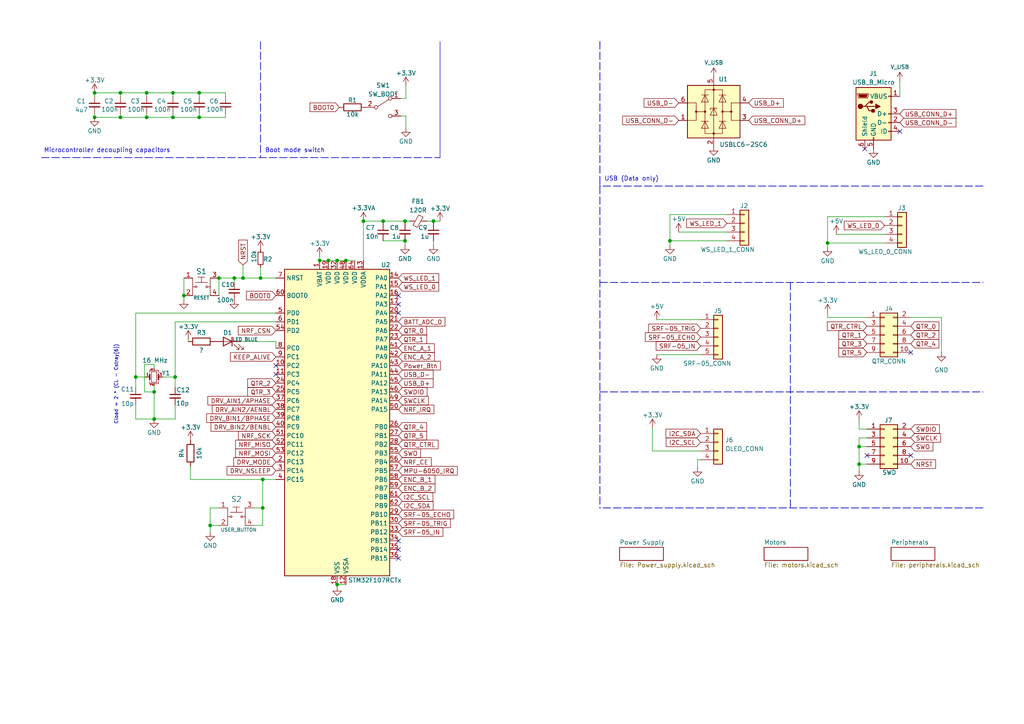
<source format=kicad_sch>
(kicad_sch (version 20230121) (generator eeschema)

  (uuid f5f0886f-9115-42d1-ab59-d872f7456d0a)

  (paper "A4")

  (lib_symbols
    (symbol "Connector:USB_B_Micro" (pin_names (offset 1.016)) (in_bom yes) (on_board yes)
      (property "Reference" "J" (at -5.08 11.43 0)
        (effects (font (size 1.27 1.27)) (justify left))
      )
      (property "Value" "USB_B_Micro" (at -5.08 8.89 0)
        (effects (font (size 1.27 1.27)) (justify left))
      )
      (property "Footprint" "" (at 3.81 -1.27 0)
        (effects (font (size 1.27 1.27)) hide)
      )
      (property "Datasheet" "~" (at 3.81 -1.27 0)
        (effects (font (size 1.27 1.27)) hide)
      )
      (property "ki_keywords" "connector USB micro" (at 0 0 0)
        (effects (font (size 1.27 1.27)) hide)
      )
      (property "ki_description" "USB Micro Type B connector" (at 0 0 0)
        (effects (font (size 1.27 1.27)) hide)
      )
      (property "ki_fp_filters" "USB*" (at 0 0 0)
        (effects (font (size 1.27 1.27)) hide)
      )
      (symbol "USB_B_Micro_0_1"
        (rectangle (start -5.08 -7.62) (end 5.08 7.62)
          (stroke (width 0.254) (type default))
          (fill (type background))
        )
        (circle (center -3.81 2.159) (radius 0.635)
          (stroke (width 0.254) (type default))
          (fill (type outline))
        )
        (circle (center -0.635 3.429) (radius 0.381)
          (stroke (width 0.254) (type default))
          (fill (type outline))
        )
        (rectangle (start -0.127 -7.62) (end 0.127 -6.858)
          (stroke (width 0) (type default))
          (fill (type none))
        )
        (polyline
          (pts
            (xy -1.905 2.159)
            (xy 0.635 2.159)
          )
          (stroke (width 0.254) (type default))
          (fill (type none))
        )
        (polyline
          (pts
            (xy -3.175 2.159)
            (xy -2.54 2.159)
            (xy -1.27 3.429)
            (xy -0.635 3.429)
          )
          (stroke (width 0.254) (type default))
          (fill (type none))
        )
        (polyline
          (pts
            (xy -2.54 2.159)
            (xy -1.905 2.159)
            (xy -1.27 0.889)
            (xy 0 0.889)
          )
          (stroke (width 0.254) (type default))
          (fill (type none))
        )
        (polyline
          (pts
            (xy 0.635 2.794)
            (xy 0.635 1.524)
            (xy 1.905 2.159)
            (xy 0.635 2.794)
          )
          (stroke (width 0.254) (type default))
          (fill (type outline))
        )
        (polyline
          (pts
            (xy -4.318 5.588)
            (xy -1.778 5.588)
            (xy -2.032 4.826)
            (xy -4.064 4.826)
            (xy -4.318 5.588)
          )
          (stroke (width 0) (type default))
          (fill (type outline))
        )
        (polyline
          (pts
            (xy -4.699 5.842)
            (xy -4.699 5.588)
            (xy -4.445 4.826)
            (xy -4.445 4.572)
            (xy -1.651 4.572)
            (xy -1.651 4.826)
            (xy -1.397 5.588)
            (xy -1.397 5.842)
            (xy -4.699 5.842)
          )
          (stroke (width 0) (type default))
          (fill (type none))
        )
        (rectangle (start 0.254 1.27) (end -0.508 0.508)
          (stroke (width 0.254) (type default))
          (fill (type outline))
        )
        (rectangle (start 5.08 -5.207) (end 4.318 -4.953)
          (stroke (width 0) (type default))
          (fill (type none))
        )
        (rectangle (start 5.08 -2.667) (end 4.318 -2.413)
          (stroke (width 0) (type default))
          (fill (type none))
        )
        (rectangle (start 5.08 -0.127) (end 4.318 0.127)
          (stroke (width 0) (type default))
          (fill (type none))
        )
        (rectangle (start 5.08 4.953) (end 4.318 5.207)
          (stroke (width 0) (type default))
          (fill (type none))
        )
      )
      (symbol "USB_B_Micro_1_1"
        (pin power_out line (at 7.62 5.08 180) (length 2.54)
          (name "VBUS" (effects (font (size 1.27 1.27))))
          (number "1" (effects (font (size 1.27 1.27))))
        )
        (pin bidirectional line (at 7.62 -2.54 180) (length 2.54)
          (name "D-" (effects (font (size 1.27 1.27))))
          (number "2" (effects (font (size 1.27 1.27))))
        )
        (pin bidirectional line (at 7.62 0 180) (length 2.54)
          (name "D+" (effects (font (size 1.27 1.27))))
          (number "3" (effects (font (size 1.27 1.27))))
        )
        (pin passive line (at 7.62 -5.08 180) (length 2.54)
          (name "ID" (effects (font (size 1.27 1.27))))
          (number "4" (effects (font (size 1.27 1.27))))
        )
        (pin power_out line (at 0 -10.16 90) (length 2.54)
          (name "GND" (effects (font (size 1.27 1.27))))
          (number "5" (effects (font (size 1.27 1.27))))
        )
        (pin passive line (at -2.54 -10.16 90) (length 2.54)
          (name "Shield" (effects (font (size 1.27 1.27))))
          (number "6" (effects (font (size 1.27 1.27))))
        )
      )
    )
    (symbol "Connector_Generic:Conn_01x04" (pin_names (offset 1.016) hide) (in_bom yes) (on_board yes)
      (property "Reference" "J" (at 0 5.08 0)
        (effects (font (size 1.27 1.27)))
      )
      (property "Value" "Conn_01x04" (at 0 -7.62 0)
        (effects (font (size 1.27 1.27)))
      )
      (property "Footprint" "" (at 0 0 0)
        (effects (font (size 1.27 1.27)) hide)
      )
      (property "Datasheet" "~" (at 0 0 0)
        (effects (font (size 1.27 1.27)) hide)
      )
      (property "ki_keywords" "connector" (at 0 0 0)
        (effects (font (size 1.27 1.27)) hide)
      )
      (property "ki_description" "Generic connector, single row, 01x04, script generated (kicad-library-utils/schlib/autogen/connector/)" (at 0 0 0)
        (effects (font (size 1.27 1.27)) hide)
      )
      (property "ki_fp_filters" "Connector*:*_1x??_*" (at 0 0 0)
        (effects (font (size 1.27 1.27)) hide)
      )
      (symbol "Conn_01x04_1_1"
        (rectangle (start -1.27 -4.953) (end 0 -5.207)
          (stroke (width 0.1524) (type default))
          (fill (type none))
        )
        (rectangle (start -1.27 -2.413) (end 0 -2.667)
          (stroke (width 0.1524) (type default))
          (fill (type none))
        )
        (rectangle (start -1.27 0.127) (end 0 -0.127)
          (stroke (width 0.1524) (type default))
          (fill (type none))
        )
        (rectangle (start -1.27 2.667) (end 0 2.413)
          (stroke (width 0.1524) (type default))
          (fill (type none))
        )
        (rectangle (start -1.27 3.81) (end 1.27 -6.35)
          (stroke (width 0.254) (type default))
          (fill (type background))
        )
        (pin passive line (at -5.08 2.54 0) (length 3.81)
          (name "Pin_1" (effects (font (size 1.27 1.27))))
          (number "1" (effects (font (size 1.27 1.27))))
        )
        (pin passive line (at -5.08 0 0) (length 3.81)
          (name "Pin_2" (effects (font (size 1.27 1.27))))
          (number "2" (effects (font (size 1.27 1.27))))
        )
        (pin passive line (at -5.08 -2.54 0) (length 3.81)
          (name "Pin_3" (effects (font (size 1.27 1.27))))
          (number "3" (effects (font (size 1.27 1.27))))
        )
        (pin passive line (at -5.08 -5.08 0) (length 3.81)
          (name "Pin_4" (effects (font (size 1.27 1.27))))
          (number "4" (effects (font (size 1.27 1.27))))
        )
      )
    )
    (symbol "Connector_Generic:Conn_01x05" (pin_names (offset 1.016) hide) (in_bom yes) (on_board yes)
      (property "Reference" "J" (at 0 7.62 0)
        (effects (font (size 1.27 1.27)))
      )
      (property "Value" "Conn_01x05" (at 0 -7.62 0)
        (effects (font (size 1.27 1.27)))
      )
      (property "Footprint" "" (at 0 0 0)
        (effects (font (size 1.27 1.27)) hide)
      )
      (property "Datasheet" "~" (at 0 0 0)
        (effects (font (size 1.27 1.27)) hide)
      )
      (property "ki_keywords" "connector" (at 0 0 0)
        (effects (font (size 1.27 1.27)) hide)
      )
      (property "ki_description" "Generic connector, single row, 01x05, script generated (kicad-library-utils/schlib/autogen/connector/)" (at 0 0 0)
        (effects (font (size 1.27 1.27)) hide)
      )
      (property "ki_fp_filters" "Connector*:*_1x??_*" (at 0 0 0)
        (effects (font (size 1.27 1.27)) hide)
      )
      (symbol "Conn_01x05_1_1"
        (rectangle (start -1.27 -4.953) (end 0 -5.207)
          (stroke (width 0.1524) (type default))
          (fill (type none))
        )
        (rectangle (start -1.27 -2.413) (end 0 -2.667)
          (stroke (width 0.1524) (type default))
          (fill (type none))
        )
        (rectangle (start -1.27 0.127) (end 0 -0.127)
          (stroke (width 0.1524) (type default))
          (fill (type none))
        )
        (rectangle (start -1.27 2.667) (end 0 2.413)
          (stroke (width 0.1524) (type default))
          (fill (type none))
        )
        (rectangle (start -1.27 5.207) (end 0 4.953)
          (stroke (width 0.1524) (type default))
          (fill (type none))
        )
        (rectangle (start -1.27 6.35) (end 1.27 -6.35)
          (stroke (width 0.254) (type default))
          (fill (type background))
        )
        (pin passive line (at -5.08 5.08 0) (length 3.81)
          (name "Pin_1" (effects (font (size 1.27 1.27))))
          (number "1" (effects (font (size 1.27 1.27))))
        )
        (pin passive line (at -5.08 2.54 0) (length 3.81)
          (name "Pin_2" (effects (font (size 1.27 1.27))))
          (number "2" (effects (font (size 1.27 1.27))))
        )
        (pin passive line (at -5.08 0 0) (length 3.81)
          (name "Pin_3" (effects (font (size 1.27 1.27))))
          (number "3" (effects (font (size 1.27 1.27))))
        )
        (pin passive line (at -5.08 -2.54 0) (length 3.81)
          (name "Pin_4" (effects (font (size 1.27 1.27))))
          (number "4" (effects (font (size 1.27 1.27))))
        )
        (pin passive line (at -5.08 -5.08 0) (length 3.81)
          (name "Pin_5" (effects (font (size 1.27 1.27))))
          (number "5" (effects (font (size 1.27 1.27))))
        )
      )
    )
    (symbol "Connector_Generic:Conn_02x05_Odd_Even" (pin_names (offset 1.016) hide) (in_bom yes) (on_board yes)
      (property "Reference" "J" (at 1.27 7.62 0)
        (effects (font (size 1.27 1.27)))
      )
      (property "Value" "Conn_02x05_Odd_Even" (at 1.27 -7.62 0)
        (effects (font (size 1.27 1.27)))
      )
      (property "Footprint" "" (at 0 0 0)
        (effects (font (size 1.27 1.27)) hide)
      )
      (property "Datasheet" "~" (at 0 0 0)
        (effects (font (size 1.27 1.27)) hide)
      )
      (property "ki_keywords" "connector" (at 0 0 0)
        (effects (font (size 1.27 1.27)) hide)
      )
      (property "ki_description" "Generic connector, double row, 02x05, odd/even pin numbering scheme (row 1 odd numbers, row 2 even numbers), script generated (kicad-library-utils/schlib/autogen/connector/)" (at 0 0 0)
        (effects (font (size 1.27 1.27)) hide)
      )
      (property "ki_fp_filters" "Connector*:*_2x??_*" (at 0 0 0)
        (effects (font (size 1.27 1.27)) hide)
      )
      (symbol "Conn_02x05_Odd_Even_1_1"
        (rectangle (start -1.27 -4.953) (end 0 -5.207)
          (stroke (width 0.1524) (type default))
          (fill (type none))
        )
        (rectangle (start -1.27 -2.413) (end 0 -2.667)
          (stroke (width 0.1524) (type default))
          (fill (type none))
        )
        (rectangle (start -1.27 0.127) (end 0 -0.127)
          (stroke (width 0.1524) (type default))
          (fill (type none))
        )
        (rectangle (start -1.27 2.667) (end 0 2.413)
          (stroke (width 0.1524) (type default))
          (fill (type none))
        )
        (rectangle (start -1.27 5.207) (end 0 4.953)
          (stroke (width 0.1524) (type default))
          (fill (type none))
        )
        (rectangle (start -1.27 6.35) (end 3.81 -6.35)
          (stroke (width 0.254) (type default))
          (fill (type background))
        )
        (rectangle (start 3.81 -4.953) (end 2.54 -5.207)
          (stroke (width 0.1524) (type default))
          (fill (type none))
        )
        (rectangle (start 3.81 -2.413) (end 2.54 -2.667)
          (stroke (width 0.1524) (type default))
          (fill (type none))
        )
        (rectangle (start 3.81 0.127) (end 2.54 -0.127)
          (stroke (width 0.1524) (type default))
          (fill (type none))
        )
        (rectangle (start 3.81 2.667) (end 2.54 2.413)
          (stroke (width 0.1524) (type default))
          (fill (type none))
        )
        (rectangle (start 3.81 5.207) (end 2.54 4.953)
          (stroke (width 0.1524) (type default))
          (fill (type none))
        )
        (pin passive line (at -5.08 5.08 0) (length 3.81)
          (name "Pin_1" (effects (font (size 1.27 1.27))))
          (number "1" (effects (font (size 1.27 1.27))))
        )
        (pin passive line (at 7.62 -5.08 180) (length 3.81)
          (name "Pin_10" (effects (font (size 1.27 1.27))))
          (number "10" (effects (font (size 1.27 1.27))))
        )
        (pin passive line (at 7.62 5.08 180) (length 3.81)
          (name "Pin_2" (effects (font (size 1.27 1.27))))
          (number "2" (effects (font (size 1.27 1.27))))
        )
        (pin passive line (at -5.08 2.54 0) (length 3.81)
          (name "Pin_3" (effects (font (size 1.27 1.27))))
          (number "3" (effects (font (size 1.27 1.27))))
        )
        (pin passive line (at 7.62 2.54 180) (length 3.81)
          (name "Pin_4" (effects (font (size 1.27 1.27))))
          (number "4" (effects (font (size 1.27 1.27))))
        )
        (pin passive line (at -5.08 0 0) (length 3.81)
          (name "Pin_5" (effects (font (size 1.27 1.27))))
          (number "5" (effects (font (size 1.27 1.27))))
        )
        (pin passive line (at 7.62 0 180) (length 3.81)
          (name "Pin_6" (effects (font (size 1.27 1.27))))
          (number "6" (effects (font (size 1.27 1.27))))
        )
        (pin passive line (at -5.08 -2.54 0) (length 3.81)
          (name "Pin_7" (effects (font (size 1.27 1.27))))
          (number "7" (effects (font (size 1.27 1.27))))
        )
        (pin passive line (at 7.62 -2.54 180) (length 3.81)
          (name "Pin_8" (effects (font (size 1.27 1.27))))
          (number "8" (effects (font (size 1.27 1.27))))
        )
        (pin passive line (at -5.08 -5.08 0) (length 3.81)
          (name "Pin_9" (effects (font (size 1.27 1.27))))
          (number "9" (effects (font (size 1.27 1.27))))
        )
      )
    )
    (symbol "Device:C_Small" (pin_numbers hide) (pin_names (offset 0.254) hide) (in_bom yes) (on_board yes)
      (property "Reference" "C" (at 0.254 1.778 0)
        (effects (font (size 1.27 1.27)) (justify left))
      )
      (property "Value" "C_Small" (at 0.254 -2.032 0)
        (effects (font (size 1.27 1.27)) (justify left))
      )
      (property "Footprint" "" (at 0 0 0)
        (effects (font (size 1.27 1.27)) hide)
      )
      (property "Datasheet" "~" (at 0 0 0)
        (effects (font (size 1.27 1.27)) hide)
      )
      (property "ki_keywords" "capacitor cap" (at 0 0 0)
        (effects (font (size 1.27 1.27)) hide)
      )
      (property "ki_description" "Unpolarized capacitor, small symbol" (at 0 0 0)
        (effects (font (size 1.27 1.27)) hide)
      )
      (property "ki_fp_filters" "C_*" (at 0 0 0)
        (effects (font (size 1.27 1.27)) hide)
      )
      (symbol "C_Small_0_1"
        (polyline
          (pts
            (xy -1.524 -0.508)
            (xy 1.524 -0.508)
          )
          (stroke (width 0.3302) (type default))
          (fill (type none))
        )
        (polyline
          (pts
            (xy -1.524 0.508)
            (xy 1.524 0.508)
          )
          (stroke (width 0.3048) (type default))
          (fill (type none))
        )
      )
      (symbol "C_Small_1_1"
        (pin passive line (at 0 2.54 270) (length 2.032)
          (name "~" (effects (font (size 1.27 1.27))))
          (number "1" (effects (font (size 1.27 1.27))))
        )
        (pin passive line (at 0 -2.54 90) (length 2.032)
          (name "~" (effects (font (size 1.27 1.27))))
          (number "2" (effects (font (size 1.27 1.27))))
        )
      )
    )
    (symbol "Device:Crystal_GND24_Small" (pin_names (offset 1.016) hide) (in_bom yes) (on_board yes)
      (property "Reference" "Y" (at 1.27 4.445 0)
        (effects (font (size 1.27 1.27)) (justify left))
      )
      (property "Value" "Crystal_GND24_Small" (at 1.27 2.54 0)
        (effects (font (size 1.27 1.27)) (justify left))
      )
      (property "Footprint" "" (at 0 0 0)
        (effects (font (size 1.27 1.27)) hide)
      )
      (property "Datasheet" "~" (at 0 0 0)
        (effects (font (size 1.27 1.27)) hide)
      )
      (property "ki_keywords" "quartz ceramic resonator oscillator" (at 0 0 0)
        (effects (font (size 1.27 1.27)) hide)
      )
      (property "ki_description" "Four pin crystal, GND on pins 2 and 4, small symbol" (at 0 0 0)
        (effects (font (size 1.27 1.27)) hide)
      )
      (property "ki_fp_filters" "Crystal*" (at 0 0 0)
        (effects (font (size 1.27 1.27)) hide)
      )
      (symbol "Crystal_GND24_Small_0_1"
        (rectangle (start -0.762 -1.524) (end 0.762 1.524)
          (stroke (width 0) (type default))
          (fill (type none))
        )
        (polyline
          (pts
            (xy -1.27 -0.762)
            (xy -1.27 0.762)
          )
          (stroke (width 0.381) (type default))
          (fill (type none))
        )
        (polyline
          (pts
            (xy 1.27 -0.762)
            (xy 1.27 0.762)
          )
          (stroke (width 0.381) (type default))
          (fill (type none))
        )
        (polyline
          (pts
            (xy -1.27 -1.27)
            (xy -1.27 -1.905)
            (xy 1.27 -1.905)
            (xy 1.27 -1.27)
          )
          (stroke (width 0) (type default))
          (fill (type none))
        )
        (polyline
          (pts
            (xy -1.27 1.27)
            (xy -1.27 1.905)
            (xy 1.27 1.905)
            (xy 1.27 1.27)
          )
          (stroke (width 0) (type default))
          (fill (type none))
        )
      )
      (symbol "Crystal_GND24_Small_1_1"
        (pin passive line (at -2.54 0 0) (length 1.27)
          (name "1" (effects (font (size 1.27 1.27))))
          (number "1" (effects (font (size 0.762 0.762))))
        )
        (pin passive line (at 0 -2.54 90) (length 0.635)
          (name "2" (effects (font (size 1.27 1.27))))
          (number "2" (effects (font (size 0.762 0.762))))
        )
        (pin passive line (at 2.54 0 180) (length 1.27)
          (name "3" (effects (font (size 1.27 1.27))))
          (number "3" (effects (font (size 0.762 0.762))))
        )
        (pin passive line (at 0 2.54 270) (length 0.635)
          (name "4" (effects (font (size 1.27 1.27))))
          (number "4" (effects (font (size 0.762 0.762))))
        )
      )
    )
    (symbol "Device:FerriteBead_Small" (pin_numbers hide) (pin_names (offset 0)) (in_bom yes) (on_board yes)
      (property "Reference" "FB" (at 1.905 1.27 0)
        (effects (font (size 1.27 1.27)) (justify left))
      )
      (property "Value" "FerriteBead_Small" (at 1.905 -1.27 0)
        (effects (font (size 1.27 1.27)) (justify left))
      )
      (property "Footprint" "" (at -1.778 0 90)
        (effects (font (size 1.27 1.27)) hide)
      )
      (property "Datasheet" "~" (at 0 0 0)
        (effects (font (size 1.27 1.27)) hide)
      )
      (property "ki_keywords" "L ferrite bead inductor filter" (at 0 0 0)
        (effects (font (size 1.27 1.27)) hide)
      )
      (property "ki_description" "Ferrite bead, small symbol" (at 0 0 0)
        (effects (font (size 1.27 1.27)) hide)
      )
      (property "ki_fp_filters" "Inductor_* L_* *Ferrite*" (at 0 0 0)
        (effects (font (size 1.27 1.27)) hide)
      )
      (symbol "FerriteBead_Small_0_1"
        (polyline
          (pts
            (xy 0 -1.27)
            (xy 0 -0.7874)
          )
          (stroke (width 0) (type default))
          (fill (type none))
        )
        (polyline
          (pts
            (xy 0 0.889)
            (xy 0 1.2954)
          )
          (stroke (width 0) (type default))
          (fill (type none))
        )
        (polyline
          (pts
            (xy -1.8288 0.2794)
            (xy -1.1176 1.4986)
            (xy 1.8288 -0.2032)
            (xy 1.1176 -1.4224)
            (xy -1.8288 0.2794)
          )
          (stroke (width 0) (type default))
          (fill (type none))
        )
      )
      (symbol "FerriteBead_Small_1_1"
        (pin passive line (at 0 2.54 270) (length 1.27)
          (name "~" (effects (font (size 1.27 1.27))))
          (number "1" (effects (font (size 1.27 1.27))))
        )
        (pin passive line (at 0 -2.54 90) (length 1.27)
          (name "~" (effects (font (size 1.27 1.27))))
          (number "2" (effects (font (size 1.27 1.27))))
        )
      )
    )
    (symbol "Device:LED" (pin_numbers hide) (pin_names (offset 1.016) hide) (in_bom yes) (on_board yes)
      (property "Reference" "D" (at 0 2.54 0)
        (effects (font (size 1.27 1.27)))
      )
      (property "Value" "LED" (at 0 -2.54 0)
        (effects (font (size 1.27 1.27)))
      )
      (property "Footprint" "" (at 0 0 0)
        (effects (font (size 1.27 1.27)) hide)
      )
      (property "Datasheet" "~" (at 0 0 0)
        (effects (font (size 1.27 1.27)) hide)
      )
      (property "ki_keywords" "LED diode" (at 0 0 0)
        (effects (font (size 1.27 1.27)) hide)
      )
      (property "ki_description" "Light emitting diode" (at 0 0 0)
        (effects (font (size 1.27 1.27)) hide)
      )
      (property "ki_fp_filters" "LED* LED_SMD:* LED_THT:*" (at 0 0 0)
        (effects (font (size 1.27 1.27)) hide)
      )
      (symbol "LED_0_1"
        (polyline
          (pts
            (xy -1.27 -1.27)
            (xy -1.27 1.27)
          )
          (stroke (width 0.254) (type default))
          (fill (type none))
        )
        (polyline
          (pts
            (xy -1.27 0)
            (xy 1.27 0)
          )
          (stroke (width 0) (type default))
          (fill (type none))
        )
        (polyline
          (pts
            (xy 1.27 -1.27)
            (xy 1.27 1.27)
            (xy -1.27 0)
            (xy 1.27 -1.27)
          )
          (stroke (width 0.254) (type default))
          (fill (type none))
        )
        (polyline
          (pts
            (xy -3.048 -0.762)
            (xy -4.572 -2.286)
            (xy -3.81 -2.286)
            (xy -4.572 -2.286)
            (xy -4.572 -1.524)
          )
          (stroke (width 0) (type default))
          (fill (type none))
        )
        (polyline
          (pts
            (xy -1.778 -0.762)
            (xy -3.302 -2.286)
            (xy -2.54 -2.286)
            (xy -3.302 -2.286)
            (xy -3.302 -1.524)
          )
          (stroke (width 0) (type default))
          (fill (type none))
        )
      )
      (symbol "LED_1_1"
        (pin passive line (at -3.81 0 0) (length 2.54)
          (name "K" (effects (font (size 1.27 1.27))))
          (number "1" (effects (font (size 1.27 1.27))))
        )
        (pin passive line (at 3.81 0 180) (length 2.54)
          (name "A" (effects (font (size 1.27 1.27))))
          (number "2" (effects (font (size 1.27 1.27))))
        )
      )
    )
    (symbol "Device:R" (pin_numbers hide) (pin_names (offset 0)) (in_bom yes) (on_board yes)
      (property "Reference" "R" (at 2.032 0 90)
        (effects (font (size 1.27 1.27)))
      )
      (property "Value" "R" (at 0 0 90)
        (effects (font (size 1.27 1.27)))
      )
      (property "Footprint" "" (at -1.778 0 90)
        (effects (font (size 1.27 1.27)) hide)
      )
      (property "Datasheet" "~" (at 0 0 0)
        (effects (font (size 1.27 1.27)) hide)
      )
      (property "ki_keywords" "R res resistor" (at 0 0 0)
        (effects (font (size 1.27 1.27)) hide)
      )
      (property "ki_description" "Resistor" (at 0 0 0)
        (effects (font (size 1.27 1.27)) hide)
      )
      (property "ki_fp_filters" "R_*" (at 0 0 0)
        (effects (font (size 1.27 1.27)) hide)
      )
      (symbol "R_0_1"
        (rectangle (start -1.016 -2.54) (end 1.016 2.54)
          (stroke (width 0.254) (type default))
          (fill (type none))
        )
      )
      (symbol "R_1_1"
        (pin passive line (at 0 3.81 270) (length 1.27)
          (name "~" (effects (font (size 1.27 1.27))))
          (number "1" (effects (font (size 1.27 1.27))))
        )
        (pin passive line (at 0 -3.81 90) (length 1.27)
          (name "~" (effects (font (size 1.27 1.27))))
          (number "2" (effects (font (size 1.27 1.27))))
        )
      )
    )
    (symbol "Device:R_Small" (pin_numbers hide) (pin_names (offset 0.254) hide) (in_bom yes) (on_board yes)
      (property "Reference" "R" (at 0.762 0.508 0)
        (effects (font (size 1.27 1.27)) (justify left))
      )
      (property "Value" "R_Small" (at 0.762 -1.016 0)
        (effects (font (size 1.27 1.27)) (justify left))
      )
      (property "Footprint" "" (at 0 0 0)
        (effects (font (size 1.27 1.27)) hide)
      )
      (property "Datasheet" "~" (at 0 0 0)
        (effects (font (size 1.27 1.27)) hide)
      )
      (property "ki_keywords" "R resistor" (at 0 0 0)
        (effects (font (size 1.27 1.27)) hide)
      )
      (property "ki_description" "Resistor, small symbol" (at 0 0 0)
        (effects (font (size 1.27 1.27)) hide)
      )
      (property "ki_fp_filters" "R_*" (at 0 0 0)
        (effects (font (size 1.27 1.27)) hide)
      )
      (symbol "R_Small_0_1"
        (rectangle (start -0.762 1.778) (end 0.762 -1.778)
          (stroke (width 0.2032) (type default))
          (fill (type none))
        )
      )
      (symbol "R_Small_1_1"
        (pin passive line (at 0 2.54 270) (length 0.762)
          (name "~" (effects (font (size 1.27 1.27))))
          (number "1" (effects (font (size 1.27 1.27))))
        )
        (pin passive line (at 0 -2.54 90) (length 0.762)
          (name "~" (effects (font (size 1.27 1.27))))
          (number "2" (effects (font (size 1.27 1.27))))
        )
      )
    )
    (symbol "MCU_ST_STM32F1:STM32F107RCTx" (in_bom yes) (on_board yes)
      (property "Reference" "U" (at -15.24 46.99 0)
        (effects (font (size 1.27 1.27)) (justify left))
      )
      (property "Value" "STM32F107RCTx" (at 10.16 46.99 0)
        (effects (font (size 1.27 1.27)) (justify left))
      )
      (property "Footprint" "Package_QFP:LQFP-64_10x10mm_P0.5mm" (at -15.24 -43.18 0)
        (effects (font (size 1.27 1.27)) (justify right) hide)
      )
      (property "Datasheet" "https://www.st.com/resource/en/datasheet/stm32f107rc.pdf" (at 0 0 0)
        (effects (font (size 1.27 1.27)) hide)
      )
      (property "ki_locked" "" (at 0 0 0)
        (effects (font (size 1.27 1.27)))
      )
      (property "ki_keywords" "Arm Cortex-M3 STM32F1 STM32F105/107" (at 0 0 0)
        (effects (font (size 1.27 1.27)) hide)
      )
      (property "ki_description" "STMicroelectronics Arm Cortex-M3 MCU, 256KB flash, 64KB RAM, 72 MHz, 2.0-3.6V, 51 GPIO, LQFP64" (at 0 0 0)
        (effects (font (size 1.27 1.27)) hide)
      )
      (property "ki_fp_filters" "LQFP*10x10mm*P0.5mm*" (at 0 0 0)
        (effects (font (size 1.27 1.27)) hide)
      )
      (symbol "STM32F107RCTx_0_1"
        (rectangle (start -15.24 -43.18) (end 15.24 45.72)
          (stroke (width 0.254) (type default))
          (fill (type background))
        )
      )
      (symbol "STM32F107RCTx_1_1"
        (pin power_in line (at -5.08 48.26 270) (length 2.54)
          (name "VBAT" (effects (font (size 1.27 1.27))))
          (number "1" (effects (font (size 1.27 1.27))))
        )
        (pin bidirectional line (at -17.78 17.78 0) (length 2.54)
          (name "PC2" (effects (font (size 1.27 1.27))))
          (number "10" (effects (font (size 1.27 1.27))))
          (alternate "ADC1_IN12" bidirectional line)
          (alternate "ADC2_IN12" bidirectional line)
          (alternate "ETH_TXD2" bidirectional line)
        )
        (pin bidirectional line (at -17.78 15.24 0) (length 2.54)
          (name "PC3" (effects (font (size 1.27 1.27))))
          (number "11" (effects (font (size 1.27 1.27))))
          (alternate "ADC1_IN13" bidirectional line)
          (alternate "ADC2_IN13" bidirectional line)
          (alternate "ETH_TX_CLK" bidirectional line)
        )
        (pin power_in line (at 2.54 -45.72 90) (length 2.54)
          (name "VSSA" (effects (font (size 1.27 1.27))))
          (number "12" (effects (font (size 1.27 1.27))))
        )
        (pin power_in line (at 7.62 48.26 270) (length 2.54)
          (name "VDDA" (effects (font (size 1.27 1.27))))
          (number "13" (effects (font (size 1.27 1.27))))
        )
        (pin bidirectional line (at 17.78 43.18 180) (length 2.54)
          (name "PA0" (effects (font (size 1.27 1.27))))
          (number "14" (effects (font (size 1.27 1.27))))
          (alternate "ADC1_IN0" bidirectional line)
          (alternate "ADC2_IN0" bidirectional line)
          (alternate "ETH_CRS" bidirectional line)
          (alternate "SYS_WKUP" bidirectional line)
          (alternate "TIM2_CH1" bidirectional line)
          (alternate "TIM2_ETR" bidirectional line)
          (alternate "TIM5_CH1" bidirectional line)
          (alternate "USART2_CTS" bidirectional line)
        )
        (pin bidirectional line (at 17.78 40.64 180) (length 2.54)
          (name "PA1" (effects (font (size 1.27 1.27))))
          (number "15" (effects (font (size 1.27 1.27))))
          (alternate "ADC1_IN1" bidirectional line)
          (alternate "ADC2_IN1" bidirectional line)
          (alternate "ETH_REF_CLK" bidirectional line)
          (alternate "ETH_RX_CLK" bidirectional line)
          (alternate "TIM2_CH2" bidirectional line)
          (alternate "TIM5_CH2" bidirectional line)
          (alternate "USART2_RTS" bidirectional line)
        )
        (pin bidirectional line (at 17.78 38.1 180) (length 2.54)
          (name "PA2" (effects (font (size 1.27 1.27))))
          (number "16" (effects (font (size 1.27 1.27))))
          (alternate "ADC1_IN2" bidirectional line)
          (alternate "ADC2_IN2" bidirectional line)
          (alternate "ETH_MDIO" bidirectional line)
          (alternate "TIM2_CH3" bidirectional line)
          (alternate "TIM5_CH3" bidirectional line)
          (alternate "USART2_TX" bidirectional line)
        )
        (pin bidirectional line (at 17.78 35.56 180) (length 2.54)
          (name "PA3" (effects (font (size 1.27 1.27))))
          (number "17" (effects (font (size 1.27 1.27))))
          (alternate "ADC1_IN3" bidirectional line)
          (alternate "ADC2_IN3" bidirectional line)
          (alternate "ETH_COL" bidirectional line)
          (alternate "TIM2_CH4" bidirectional line)
          (alternate "TIM5_CH4" bidirectional line)
          (alternate "USART2_RX" bidirectional line)
        )
        (pin power_in line (at 0 -45.72 90) (length 2.54)
          (name "VSS" (effects (font (size 1.27 1.27))))
          (number "18" (effects (font (size 1.27 1.27))))
        )
        (pin power_in line (at -2.54 48.26 270) (length 2.54)
          (name "VDD" (effects (font (size 1.27 1.27))))
          (number "19" (effects (font (size 1.27 1.27))))
        )
        (pin bidirectional line (at -17.78 -10.16 0) (length 2.54)
          (name "PC13" (effects (font (size 1.27 1.27))))
          (number "2" (effects (font (size 1.27 1.27))))
          (alternate "RTC_OUT" bidirectional line)
          (alternate "RTC_TAMPER" bidirectional line)
        )
        (pin bidirectional line (at 17.78 33.02 180) (length 2.54)
          (name "PA4" (effects (font (size 1.27 1.27))))
          (number "20" (effects (font (size 1.27 1.27))))
          (alternate "ADC1_IN4" bidirectional line)
          (alternate "ADC2_IN4" bidirectional line)
          (alternate "DAC_OUT1" bidirectional line)
          (alternate "I2S3_WS" bidirectional line)
          (alternate "SPI1_NSS" bidirectional line)
          (alternate "SPI3_NSS" bidirectional line)
          (alternate "USART2_CK" bidirectional line)
        )
        (pin bidirectional line (at 17.78 30.48 180) (length 2.54)
          (name "PA5" (effects (font (size 1.27 1.27))))
          (number "21" (effects (font (size 1.27 1.27))))
          (alternate "ADC1_IN5" bidirectional line)
          (alternate "ADC2_IN5" bidirectional line)
          (alternate "DAC_OUT2" bidirectional line)
          (alternate "SPI1_SCK" bidirectional line)
        )
        (pin bidirectional line (at 17.78 27.94 180) (length 2.54)
          (name "PA6" (effects (font (size 1.27 1.27))))
          (number "22" (effects (font (size 1.27 1.27))))
          (alternate "ADC1_IN6" bidirectional line)
          (alternate "ADC2_IN6" bidirectional line)
          (alternate "SPI1_MISO" bidirectional line)
          (alternate "TIM1_BKIN" bidirectional line)
          (alternate "TIM3_CH1" bidirectional line)
        )
        (pin bidirectional line (at 17.78 25.4 180) (length 2.54)
          (name "PA7" (effects (font (size 1.27 1.27))))
          (number "23" (effects (font (size 1.27 1.27))))
          (alternate "ADC1_IN7" bidirectional line)
          (alternate "ADC2_IN7" bidirectional line)
          (alternate "ETH_CRS_DV" bidirectional line)
          (alternate "ETH_RX_DV" bidirectional line)
          (alternate "SPI1_MOSI" bidirectional line)
          (alternate "TIM1_CH1N" bidirectional line)
          (alternate "TIM3_CH2" bidirectional line)
        )
        (pin bidirectional line (at -17.78 12.7 0) (length 2.54)
          (name "PC4" (effects (font (size 1.27 1.27))))
          (number "24" (effects (font (size 1.27 1.27))))
          (alternate "ADC1_IN14" bidirectional line)
          (alternate "ADC2_IN14" bidirectional line)
          (alternate "ETH_RXD0" bidirectional line)
        )
        (pin bidirectional line (at -17.78 10.16 0) (length 2.54)
          (name "PC5" (effects (font (size 1.27 1.27))))
          (number "25" (effects (font (size 1.27 1.27))))
          (alternate "ADC1_IN15" bidirectional line)
          (alternate "ADC2_IN15" bidirectional line)
          (alternate "ETH_RXD1" bidirectional line)
        )
        (pin bidirectional line (at 17.78 0 180) (length 2.54)
          (name "PB0" (effects (font (size 1.27 1.27))))
          (number "26" (effects (font (size 1.27 1.27))))
          (alternate "ADC1_IN8" bidirectional line)
          (alternate "ADC2_IN8" bidirectional line)
          (alternate "ETH_RXD2" bidirectional line)
          (alternate "TIM1_CH2N" bidirectional line)
          (alternate "TIM3_CH3" bidirectional line)
        )
        (pin bidirectional line (at 17.78 -2.54 180) (length 2.54)
          (name "PB1" (effects (font (size 1.27 1.27))))
          (number "27" (effects (font (size 1.27 1.27))))
          (alternate "ADC1_IN9" bidirectional line)
          (alternate "ADC2_IN9" bidirectional line)
          (alternate "ETH_RXD3" bidirectional line)
          (alternate "TIM1_CH3N" bidirectional line)
          (alternate "TIM3_CH4" bidirectional line)
        )
        (pin bidirectional line (at 17.78 -5.08 180) (length 2.54)
          (name "PB2" (effects (font (size 1.27 1.27))))
          (number "28" (effects (font (size 1.27 1.27))))
        )
        (pin bidirectional line (at 17.78 -25.4 180) (length 2.54)
          (name "PB10" (effects (font (size 1.27 1.27))))
          (number "29" (effects (font (size 1.27 1.27))))
          (alternate "ETH_RX_ER" bidirectional line)
          (alternate "TIM2_CH3" bidirectional line)
          (alternate "USART3_TX" bidirectional line)
        )
        (pin bidirectional line (at -17.78 -12.7 0) (length 2.54)
          (name "PC14" (effects (font (size 1.27 1.27))))
          (number "3" (effects (font (size 1.27 1.27))))
          (alternate "RCC_OSC32_IN" bidirectional line)
        )
        (pin bidirectional line (at 17.78 -27.94 180) (length 2.54)
          (name "PB11" (effects (font (size 1.27 1.27))))
          (number "30" (effects (font (size 1.27 1.27))))
          (alternate "ADC1_EXTI11" bidirectional line)
          (alternate "ADC2_EXTI11" bidirectional line)
          (alternate "ETH_TX_EN" bidirectional line)
          (alternate "TIM2_CH4" bidirectional line)
          (alternate "USART3_RX" bidirectional line)
        )
        (pin passive line (at 0 -45.72 90) (length 2.54) hide
          (name "VSS" (effects (font (size 1.27 1.27))))
          (number "31" (effects (font (size 1.27 1.27))))
        )
        (pin power_in line (at 0 48.26 270) (length 2.54)
          (name "VDD" (effects (font (size 1.27 1.27))))
          (number "32" (effects (font (size 1.27 1.27))))
        )
        (pin bidirectional line (at 17.78 -30.48 180) (length 2.54)
          (name "PB12" (effects (font (size 1.27 1.27))))
          (number "33" (effects (font (size 1.27 1.27))))
          (alternate "CAN2_RX" bidirectional line)
          (alternate "ETH_TXD0" bidirectional line)
          (alternate "I2S2_WS" bidirectional line)
          (alternate "SPI2_NSS" bidirectional line)
          (alternate "TIM1_BKIN" bidirectional line)
          (alternate "USART3_CK" bidirectional line)
        )
        (pin bidirectional line (at 17.78 -33.02 180) (length 2.54)
          (name "PB13" (effects (font (size 1.27 1.27))))
          (number "34" (effects (font (size 1.27 1.27))))
          (alternate "CAN2_TX" bidirectional line)
          (alternate "ETH_TXD1" bidirectional line)
          (alternate "I2S2_CK" bidirectional line)
          (alternate "SPI2_SCK" bidirectional line)
          (alternate "TIM1_CH1N" bidirectional line)
          (alternate "USART3_CTS" bidirectional line)
        )
        (pin bidirectional line (at 17.78 -35.56 180) (length 2.54)
          (name "PB14" (effects (font (size 1.27 1.27))))
          (number "35" (effects (font (size 1.27 1.27))))
          (alternate "SPI2_MISO" bidirectional line)
          (alternate "TIM1_CH2N" bidirectional line)
          (alternate "USART3_RTS" bidirectional line)
        )
        (pin bidirectional line (at 17.78 -38.1 180) (length 2.54)
          (name "PB15" (effects (font (size 1.27 1.27))))
          (number "36" (effects (font (size 1.27 1.27))))
          (alternate "ADC1_EXTI15" bidirectional line)
          (alternate "ADC2_EXTI15" bidirectional line)
          (alternate "I2S2_SD" bidirectional line)
          (alternate "SPI2_MOSI" bidirectional line)
          (alternate "TIM1_CH3N" bidirectional line)
        )
        (pin bidirectional line (at -17.78 7.62 0) (length 2.54)
          (name "PC6" (effects (font (size 1.27 1.27))))
          (number "37" (effects (font (size 1.27 1.27))))
          (alternate "I2S2_MCK" bidirectional line)
          (alternate "TIM3_CH1" bidirectional line)
        )
        (pin bidirectional line (at -17.78 5.08 0) (length 2.54)
          (name "PC7" (effects (font (size 1.27 1.27))))
          (number "38" (effects (font (size 1.27 1.27))))
          (alternate "I2S3_MCK" bidirectional line)
          (alternate "TIM3_CH2" bidirectional line)
        )
        (pin bidirectional line (at -17.78 2.54 0) (length 2.54)
          (name "PC8" (effects (font (size 1.27 1.27))))
          (number "39" (effects (font (size 1.27 1.27))))
          (alternate "TIM3_CH3" bidirectional line)
        )
        (pin bidirectional line (at -17.78 -15.24 0) (length 2.54)
          (name "PC15" (effects (font (size 1.27 1.27))))
          (number "4" (effects (font (size 1.27 1.27))))
          (alternate "ADC1_EXTI15" bidirectional line)
          (alternate "ADC2_EXTI15" bidirectional line)
          (alternate "RCC_OSC32_OUT" bidirectional line)
        )
        (pin bidirectional line (at -17.78 0 0) (length 2.54)
          (name "PC9" (effects (font (size 1.27 1.27))))
          (number "40" (effects (font (size 1.27 1.27))))
          (alternate "DAC_EXTI9" bidirectional line)
          (alternate "TIM3_CH4" bidirectional line)
        )
        (pin bidirectional line (at 17.78 22.86 180) (length 2.54)
          (name "PA8" (effects (font (size 1.27 1.27))))
          (number "41" (effects (font (size 1.27 1.27))))
          (alternate "RCC_MCO" bidirectional line)
          (alternate "TIM1_CH1" bidirectional line)
          (alternate "USART1_CK" bidirectional line)
          (alternate "USB_OTG_FS_SOF" bidirectional line)
        )
        (pin bidirectional line (at 17.78 20.32 180) (length 2.54)
          (name "PA9" (effects (font (size 1.27 1.27))))
          (number "42" (effects (font (size 1.27 1.27))))
          (alternate "DAC_EXTI9" bidirectional line)
          (alternate "TIM1_CH2" bidirectional line)
          (alternate "USART1_TX" bidirectional line)
          (alternate "USB_OTG_FS_VBUS" bidirectional line)
        )
        (pin bidirectional line (at 17.78 17.78 180) (length 2.54)
          (name "PA10" (effects (font (size 1.27 1.27))))
          (number "43" (effects (font (size 1.27 1.27))))
          (alternate "TIM1_CH3" bidirectional line)
          (alternate "USART1_RX" bidirectional line)
          (alternate "USB_OTG_FS_ID" bidirectional line)
        )
        (pin bidirectional line (at 17.78 15.24 180) (length 2.54)
          (name "PA11" (effects (font (size 1.27 1.27))))
          (number "44" (effects (font (size 1.27 1.27))))
          (alternate "ADC1_EXTI11" bidirectional line)
          (alternate "ADC2_EXTI11" bidirectional line)
          (alternate "CAN1_RX" bidirectional line)
          (alternate "TIM1_CH4" bidirectional line)
          (alternate "USART1_CTS" bidirectional line)
          (alternate "USB_OTG_FS_DM" bidirectional line)
        )
        (pin bidirectional line (at 17.78 12.7 180) (length 2.54)
          (name "PA12" (effects (font (size 1.27 1.27))))
          (number "45" (effects (font (size 1.27 1.27))))
          (alternate "CAN1_TX" bidirectional line)
          (alternate "TIM1_ETR" bidirectional line)
          (alternate "USART1_RTS" bidirectional line)
          (alternate "USB_OTG_FS_DP" bidirectional line)
        )
        (pin bidirectional line (at 17.78 10.16 180) (length 2.54)
          (name "PA13" (effects (font (size 1.27 1.27))))
          (number "46" (effects (font (size 1.27 1.27))))
          (alternate "SYS_JTMS-SWDIO" bidirectional line)
        )
        (pin passive line (at 0 -45.72 90) (length 2.54) hide
          (name "VSS" (effects (font (size 1.27 1.27))))
          (number "47" (effects (font (size 1.27 1.27))))
        )
        (pin power_in line (at 2.54 48.26 270) (length 2.54)
          (name "VDD" (effects (font (size 1.27 1.27))))
          (number "48" (effects (font (size 1.27 1.27))))
        )
        (pin bidirectional line (at 17.78 7.62 180) (length 2.54)
          (name "PA14" (effects (font (size 1.27 1.27))))
          (number "49" (effects (font (size 1.27 1.27))))
          (alternate "SYS_JTCK-SWCLK" bidirectional line)
        )
        (pin bidirectional line (at -17.78 33.02 0) (length 2.54)
          (name "PD0" (effects (font (size 1.27 1.27))))
          (number "5" (effects (font (size 1.27 1.27))))
          (alternate "RCC_OSC_IN" bidirectional line)
        )
        (pin bidirectional line (at 17.78 5.08 180) (length 2.54)
          (name "PA15" (effects (font (size 1.27 1.27))))
          (number "50" (effects (font (size 1.27 1.27))))
          (alternate "ADC1_EXTI15" bidirectional line)
          (alternate "ADC2_EXTI15" bidirectional line)
          (alternate "I2S3_WS" bidirectional line)
          (alternate "SPI1_NSS" bidirectional line)
          (alternate "SPI3_NSS" bidirectional line)
          (alternate "SYS_JTDI" bidirectional line)
          (alternate "TIM2_CH1" bidirectional line)
          (alternate "TIM2_ETR" bidirectional line)
        )
        (pin bidirectional line (at -17.78 -2.54 0) (length 2.54)
          (name "PC10" (effects (font (size 1.27 1.27))))
          (number "51" (effects (font (size 1.27 1.27))))
          (alternate "I2S3_CK" bidirectional line)
          (alternate "SPI3_SCK" bidirectional line)
          (alternate "UART4_TX" bidirectional line)
          (alternate "USART3_TX" bidirectional line)
        )
        (pin bidirectional line (at -17.78 -5.08 0) (length 2.54)
          (name "PC11" (effects (font (size 1.27 1.27))))
          (number "52" (effects (font (size 1.27 1.27))))
          (alternate "ADC1_EXTI11" bidirectional line)
          (alternate "ADC2_EXTI11" bidirectional line)
          (alternate "SPI3_MISO" bidirectional line)
          (alternate "UART4_RX" bidirectional line)
          (alternate "USART3_RX" bidirectional line)
        )
        (pin bidirectional line (at -17.78 -7.62 0) (length 2.54)
          (name "PC12" (effects (font (size 1.27 1.27))))
          (number "53" (effects (font (size 1.27 1.27))))
          (alternate "I2S3_SD" bidirectional line)
          (alternate "SPI3_MOSI" bidirectional line)
          (alternate "UART5_TX" bidirectional line)
          (alternate "USART3_CK" bidirectional line)
        )
        (pin bidirectional line (at -17.78 27.94 0) (length 2.54)
          (name "PD2" (effects (font (size 1.27 1.27))))
          (number "54" (effects (font (size 1.27 1.27))))
          (alternate "TIM3_ETR" bidirectional line)
          (alternate "UART5_RX" bidirectional line)
        )
        (pin bidirectional line (at 17.78 -7.62 180) (length 2.54)
          (name "PB3" (effects (font (size 1.27 1.27))))
          (number "55" (effects (font (size 1.27 1.27))))
          (alternate "I2S3_CK" bidirectional line)
          (alternate "SPI1_SCK" bidirectional line)
          (alternate "SPI3_SCK" bidirectional line)
          (alternate "SYS_JTDO" bidirectional line)
          (alternate "SYS_TRACESWO" bidirectional line)
          (alternate "TIM2_CH2" bidirectional line)
        )
        (pin bidirectional line (at 17.78 -10.16 180) (length 2.54)
          (name "PB4" (effects (font (size 1.27 1.27))))
          (number "56" (effects (font (size 1.27 1.27))))
          (alternate "SPI1_MISO" bidirectional line)
          (alternate "SPI3_MISO" bidirectional line)
          (alternate "SYS_NJTRST" bidirectional line)
          (alternate "TIM3_CH1" bidirectional line)
        )
        (pin bidirectional line (at 17.78 -12.7 180) (length 2.54)
          (name "PB5" (effects (font (size 1.27 1.27))))
          (number "57" (effects (font (size 1.27 1.27))))
          (alternate "CAN2_RX" bidirectional line)
          (alternate "ETH_PPS_OUT" bidirectional line)
          (alternate "I2C1_SMBA" bidirectional line)
          (alternate "I2S3_SD" bidirectional line)
          (alternate "SPI1_MOSI" bidirectional line)
          (alternate "SPI3_MOSI" bidirectional line)
          (alternate "TIM3_CH2" bidirectional line)
        )
        (pin bidirectional line (at 17.78 -15.24 180) (length 2.54)
          (name "PB6" (effects (font (size 1.27 1.27))))
          (number "58" (effects (font (size 1.27 1.27))))
          (alternate "CAN2_TX" bidirectional line)
          (alternate "I2C1_SCL" bidirectional line)
          (alternate "TIM4_CH1" bidirectional line)
          (alternate "USART1_TX" bidirectional line)
        )
        (pin bidirectional line (at 17.78 -17.78 180) (length 2.54)
          (name "PB7" (effects (font (size 1.27 1.27))))
          (number "59" (effects (font (size 1.27 1.27))))
          (alternate "I2C1_SDA" bidirectional line)
          (alternate "TIM4_CH2" bidirectional line)
          (alternate "USART1_RX" bidirectional line)
        )
        (pin bidirectional line (at -17.78 30.48 0) (length 2.54)
          (name "PD1" (effects (font (size 1.27 1.27))))
          (number "6" (effects (font (size 1.27 1.27))))
          (alternate "RCC_OSC_OUT" bidirectional line)
        )
        (pin input line (at -17.78 38.1 0) (length 2.54)
          (name "BOOT0" (effects (font (size 1.27 1.27))))
          (number "60" (effects (font (size 1.27 1.27))))
        )
        (pin bidirectional line (at 17.78 -20.32 180) (length 2.54)
          (name "PB8" (effects (font (size 1.27 1.27))))
          (number "61" (effects (font (size 1.27 1.27))))
          (alternate "CAN1_RX" bidirectional line)
          (alternate "ETH_TXD3" bidirectional line)
          (alternate "I2C1_SCL" bidirectional line)
          (alternate "TIM4_CH3" bidirectional line)
        )
        (pin bidirectional line (at 17.78 -22.86 180) (length 2.54)
          (name "PB9" (effects (font (size 1.27 1.27))))
          (number "62" (effects (font (size 1.27 1.27))))
          (alternate "CAN1_TX" bidirectional line)
          (alternate "DAC_EXTI9" bidirectional line)
          (alternate "I2C1_SDA" bidirectional line)
          (alternate "TIM4_CH4" bidirectional line)
        )
        (pin passive line (at 0 -45.72 90) (length 2.54) hide
          (name "VSS" (effects (font (size 1.27 1.27))))
          (number "63" (effects (font (size 1.27 1.27))))
        )
        (pin power_in line (at 5.08 48.26 270) (length 2.54)
          (name "VDD" (effects (font (size 1.27 1.27))))
          (number "64" (effects (font (size 1.27 1.27))))
        )
        (pin input line (at -17.78 43.18 0) (length 2.54)
          (name "NRST" (effects (font (size 1.27 1.27))))
          (number "7" (effects (font (size 1.27 1.27))))
        )
        (pin bidirectional line (at -17.78 22.86 0) (length 2.54)
          (name "PC0" (effects (font (size 1.27 1.27))))
          (number "8" (effects (font (size 1.27 1.27))))
          (alternate "ADC1_IN10" bidirectional line)
          (alternate "ADC2_IN10" bidirectional line)
        )
        (pin bidirectional line (at -17.78 20.32 0) (length 2.54)
          (name "PC1" (effects (font (size 1.27 1.27))))
          (number "9" (effects (font (size 1.27 1.27))))
          (alternate "ADC1_IN11" bidirectional line)
          (alternate "ADC2_IN11" bidirectional line)
          (alternate "ETH_MDC" bidirectional line)
        )
      )
    )
    (symbol "Power_Protection:USBLC6-2SC6" (pin_names hide) (in_bom yes) (on_board yes)
      (property "Reference" "U" (at 2.54 8.89 0)
        (effects (font (size 1.27 1.27)) (justify left))
      )
      (property "Value" "USBLC6-2SC6" (at 2.54 -8.89 0)
        (effects (font (size 1.27 1.27)) (justify left))
      )
      (property "Footprint" "Package_TO_SOT_SMD:SOT-23-6" (at 0 -12.7 0)
        (effects (font (size 1.27 1.27)) hide)
      )
      (property "Datasheet" "https://www.st.com/resource/en/datasheet/usblc6-2.pdf" (at 5.08 8.89 0)
        (effects (font (size 1.27 1.27)) hide)
      )
      (property "ki_keywords" "usb ethernet video" (at 0 0 0)
        (effects (font (size 1.27 1.27)) hide)
      )
      (property "ki_description" "Very low capacitance ESD protection diode, 2 data-line, SOT-23-6" (at 0 0 0)
        (effects (font (size 1.27 1.27)) hide)
      )
      (property "ki_fp_filters" "SOT?23*" (at 0 0 0)
        (effects (font (size 1.27 1.27)) hide)
      )
      (symbol "USBLC6-2SC6_0_1"
        (rectangle (start -7.62 -7.62) (end 7.62 7.62)
          (stroke (width 0.254) (type default))
          (fill (type background))
        )
        (circle (center -5.08 0) (radius 0.254)
          (stroke (width 0) (type default))
          (fill (type outline))
        )
        (circle (center -2.54 0) (radius 0.254)
          (stroke (width 0) (type default))
          (fill (type outline))
        )
        (rectangle (start -2.54 6.35) (end 2.54 -6.35)
          (stroke (width 0) (type default))
          (fill (type none))
        )
        (circle (center 0 -6.35) (radius 0.254)
          (stroke (width 0) (type default))
          (fill (type outline))
        )
        (polyline
          (pts
            (xy -5.08 -2.54)
            (xy -7.62 -2.54)
          )
          (stroke (width 0) (type default))
          (fill (type none))
        )
        (polyline
          (pts
            (xy -5.08 0)
            (xy -5.08 -2.54)
          )
          (stroke (width 0) (type default))
          (fill (type none))
        )
        (polyline
          (pts
            (xy -5.08 2.54)
            (xy -7.62 2.54)
          )
          (stroke (width 0) (type default))
          (fill (type none))
        )
        (polyline
          (pts
            (xy -1.524 -2.794)
            (xy -3.556 -2.794)
          )
          (stroke (width 0) (type default))
          (fill (type none))
        )
        (polyline
          (pts
            (xy -1.524 4.826)
            (xy -3.556 4.826)
          )
          (stroke (width 0) (type default))
          (fill (type none))
        )
        (polyline
          (pts
            (xy 0 -7.62)
            (xy 0 -6.35)
          )
          (stroke (width 0) (type default))
          (fill (type none))
        )
        (polyline
          (pts
            (xy 0 -6.35)
            (xy 0 1.27)
          )
          (stroke (width 0) (type default))
          (fill (type none))
        )
        (polyline
          (pts
            (xy 0 1.27)
            (xy 0 6.35)
          )
          (stroke (width 0) (type default))
          (fill (type none))
        )
        (polyline
          (pts
            (xy 0 6.35)
            (xy 0 7.62)
          )
          (stroke (width 0) (type default))
          (fill (type none))
        )
        (polyline
          (pts
            (xy 1.524 -2.794)
            (xy 3.556 -2.794)
          )
          (stroke (width 0) (type default))
          (fill (type none))
        )
        (polyline
          (pts
            (xy 1.524 4.826)
            (xy 3.556 4.826)
          )
          (stroke (width 0) (type default))
          (fill (type none))
        )
        (polyline
          (pts
            (xy 5.08 -2.54)
            (xy 7.62 -2.54)
          )
          (stroke (width 0) (type default))
          (fill (type none))
        )
        (polyline
          (pts
            (xy 5.08 0)
            (xy 5.08 -2.54)
          )
          (stroke (width 0) (type default))
          (fill (type none))
        )
        (polyline
          (pts
            (xy 5.08 2.54)
            (xy 7.62 2.54)
          )
          (stroke (width 0) (type default))
          (fill (type none))
        )
        (polyline
          (pts
            (xy -2.54 0)
            (xy -5.08 0)
            (xy -5.08 2.54)
          )
          (stroke (width 0) (type default))
          (fill (type none))
        )
        (polyline
          (pts
            (xy 2.54 0)
            (xy 5.08 0)
            (xy 5.08 2.54)
          )
          (stroke (width 0) (type default))
          (fill (type none))
        )
        (polyline
          (pts
            (xy -3.556 -4.826)
            (xy -1.524 -4.826)
            (xy -2.54 -2.794)
            (xy -3.556 -4.826)
          )
          (stroke (width 0) (type default))
          (fill (type none))
        )
        (polyline
          (pts
            (xy -3.556 2.794)
            (xy -1.524 2.794)
            (xy -2.54 4.826)
            (xy -3.556 2.794)
          )
          (stroke (width 0) (type default))
          (fill (type none))
        )
        (polyline
          (pts
            (xy -1.016 -1.016)
            (xy 1.016 -1.016)
            (xy 0 1.016)
            (xy -1.016 -1.016)
          )
          (stroke (width 0) (type default))
          (fill (type none))
        )
        (polyline
          (pts
            (xy 1.016 1.016)
            (xy 0.762 1.016)
            (xy -1.016 1.016)
            (xy -1.016 0.508)
          )
          (stroke (width 0) (type default))
          (fill (type none))
        )
        (polyline
          (pts
            (xy 3.556 -4.826)
            (xy 1.524 -4.826)
            (xy 2.54 -2.794)
            (xy 3.556 -4.826)
          )
          (stroke (width 0) (type default))
          (fill (type none))
        )
        (polyline
          (pts
            (xy 3.556 2.794)
            (xy 1.524 2.794)
            (xy 2.54 4.826)
            (xy 3.556 2.794)
          )
          (stroke (width 0) (type default))
          (fill (type none))
        )
        (circle (center 0 6.35) (radius 0.254)
          (stroke (width 0) (type default))
          (fill (type outline))
        )
        (circle (center 2.54 0) (radius 0.254)
          (stroke (width 0) (type default))
          (fill (type outline))
        )
        (circle (center 5.08 0) (radius 0.254)
          (stroke (width 0) (type default))
          (fill (type outline))
        )
      )
      (symbol "USBLC6-2SC6_1_1"
        (pin passive line (at -10.16 -2.54 0) (length 2.54)
          (name "I/O1" (effects (font (size 1.27 1.27))))
          (number "1" (effects (font (size 1.27 1.27))))
        )
        (pin passive line (at 0 -10.16 90) (length 2.54)
          (name "GND" (effects (font (size 1.27 1.27))))
          (number "2" (effects (font (size 1.27 1.27))))
        )
        (pin passive line (at 10.16 -2.54 180) (length 2.54)
          (name "I/O2" (effects (font (size 1.27 1.27))))
          (number "3" (effects (font (size 1.27 1.27))))
        )
        (pin passive line (at 10.16 2.54 180) (length 2.54)
          (name "I/O2" (effects (font (size 1.27 1.27))))
          (number "4" (effects (font (size 1.27 1.27))))
        )
        (pin passive line (at 0 10.16 270) (length 2.54)
          (name "VBUS" (effects (font (size 1.27 1.27))))
          (number "5" (effects (font (size 1.27 1.27))))
        )
        (pin passive line (at -10.16 2.54 0) (length 2.54)
          (name "I/O1" (effects (font (size 1.27 1.27))))
          (number "6" (effects (font (size 1.27 1.27))))
        )
      )
    )
    (symbol "SparkFun-PowerSymbols:V_USB" (power) (pin_numbers hide) (pin_names (offset 1.016) hide) (in_bom yes) (on_board yes)
      (property "Reference" "#SUPPLY" (at 1.27 0 0)
        (effects (font (size 1.143 1.143)) (justify left bottom) hide)
      )
      (property "Value" "V_USB" (at -2.54 3.81 0)
        (effects (font (size 1.143 1.143)) (justify left bottom))
      )
      (property "Footprint" "XXX-00000" (at 0 7.62 0)
        (effects (font (size 1.524 1.524)))
      )
      (property "Datasheet" "" (at 0 0 0)
        (effects (font (size 1.524 1.524)) hide)
      )
      (property "ki_locked" "" (at 0 0 0)
        (effects (font (size 1.27 1.27)))
      )
      (property "ki_keywords" "PROD_ID:XXX-00000" (at 0 0 0)
        (effects (font (size 1.27 1.27)) hide)
      )
      (property "ki_description" "USB Voltage Supply" (at 0 0 0)
        (effects (font (size 1.27 1.27)) hide)
      )
      (symbol "V_USB_1_0"
        (polyline
          (pts
            (xy 0 0)
            (xy 0 2.54)
          )
          (stroke (width 0) (type solid))
          (fill (type none))
        )
        (polyline
          (pts
            (xy 0 2.54)
            (xy -0.762 1.27)
          )
          (stroke (width 0) (type solid))
          (fill (type none))
        )
        (polyline
          (pts
            (xy 0.762 1.27)
            (xy 0 2.54)
          )
          (stroke (width 0) (type solid))
          (fill (type none))
        )
      )
      (symbol "V_USB_1_1"
        (pin power_in line (at 0 0 90) (length 0) hide
          (name "V_USB" (effects (font (size 1.016 1.016))))
          (number "~" (effects (font (size 1.016 1.016))))
        )
      )
    )
    (symbol "Switch:SW_SPDT" (pin_names (offset 0) hide) (in_bom yes) (on_board yes)
      (property "Reference" "SW" (at 0 4.318 0)
        (effects (font (size 1.27 1.27)))
      )
      (property "Value" "SW_SPDT" (at 0 -5.08 0)
        (effects (font (size 1.27 1.27)))
      )
      (property "Footprint" "" (at 0 0 0)
        (effects (font (size 1.27 1.27)) hide)
      )
      (property "Datasheet" "~" (at 0 0 0)
        (effects (font (size 1.27 1.27)) hide)
      )
      (property "ki_keywords" "switch single-pole double-throw spdt ON-ON" (at 0 0 0)
        (effects (font (size 1.27 1.27)) hide)
      )
      (property "ki_description" "Switch, single pole double throw" (at 0 0 0)
        (effects (font (size 1.27 1.27)) hide)
      )
      (symbol "SW_SPDT_0_0"
        (circle (center -2.032 0) (radius 0.508)
          (stroke (width 0) (type default))
          (fill (type none))
        )
        (circle (center 2.032 -2.54) (radius 0.508)
          (stroke (width 0) (type default))
          (fill (type none))
        )
      )
      (symbol "SW_SPDT_0_1"
        (polyline
          (pts
            (xy -1.524 0.254)
            (xy 1.651 2.286)
          )
          (stroke (width 0) (type default))
          (fill (type none))
        )
        (circle (center 2.032 2.54) (radius 0.508)
          (stroke (width 0) (type default))
          (fill (type none))
        )
      )
      (symbol "SW_SPDT_1_1"
        (pin passive line (at 5.08 2.54 180) (length 2.54)
          (name "A" (effects (font (size 1.27 1.27))))
          (number "1" (effects (font (size 1.27 1.27))))
        )
        (pin passive line (at -5.08 0 0) (length 2.54)
          (name "B" (effects (font (size 1.27 1.27))))
          (number "2" (effects (font (size 1.27 1.27))))
        )
        (pin passive line (at 5.08 -2.54 180) (length 2.54)
          (name "C" (effects (font (size 1.27 1.27))))
          (number "3" (effects (font (size 1.27 1.27))))
        )
      )
    )
    (symbol "dk_Tactile-Switches:PTS645SM43SMTR92_LFS" (pin_names (offset 1.016)) (in_bom yes) (on_board yes)
      (property "Reference" "S" (at 0 5.08 0)
        (effects (font (size 1.524 1.524)))
      )
      (property "Value" "PTS645SM43SMTR92_LFS" (at 0 -5.334 0)
        (effects (font (size 1.524 1.524)))
      )
      (property "Footprint" "digikey-footprints:Switch_Tactile_SMD_6x6mm_PTS645" (at 5.08 5.08 0)
        (effects (font (size 1.524 1.524)) (justify left) hide)
      )
      (property "Datasheet" "https://www.ckswitches.com/media/1471/pts645.pdf" (at 5.08 7.62 0)
        (effects (font (size 1.524 1.524)) (justify left) hide)
      )
      (property "Digi-Key_PN" "CKN9112CT-ND" (at 5.08 10.16 0)
        (effects (font (size 1.524 1.524)) (justify left) hide)
      )
      (property "MPN" "PTS645SM43SMTR92 LFS" (at 5.08 12.7 0)
        (effects (font (size 1.524 1.524)) (justify left) hide)
      )
      (property "Category" "Switches" (at 5.08 15.24 0)
        (effects (font (size 1.524 1.524)) (justify left) hide)
      )
      (property "Family" "Tactile Switches" (at 5.08 17.78 0)
        (effects (font (size 1.524 1.524)) (justify left) hide)
      )
      (property "DK_Datasheet_Link" "https://www.ckswitches.com/media/1471/pts645.pdf" (at 5.08 20.32 0)
        (effects (font (size 1.524 1.524)) (justify left) hide)
      )
      (property "DK_Detail_Page" "/product-detail/en/c-k/PTS645SM43SMTR92-LFS/CKN9112CT-ND/1146934" (at 5.08 22.86 0)
        (effects (font (size 1.524 1.524)) (justify left) hide)
      )
      (property "Description" "SWITCH TACTILE SPST-NO 0.05A 12V" (at 5.08 25.4 0)
        (effects (font (size 1.524 1.524)) (justify left) hide)
      )
      (property "Manufacturer" "C&K" (at 5.08 27.94 0)
        (effects (font (size 1.524 1.524)) (justify left) hide)
      )
      (property "Status" "Active" (at 5.08 30.48 0)
        (effects (font (size 1.524 1.524)) (justify left) hide)
      )
      (property "ki_keywords" "CKN9112CT-ND PTS645" (at 0 0 0)
        (effects (font (size 1.27 1.27)) hide)
      )
      (property "ki_description" "SWITCH TACTILE SPST-NO 0.05A 12V" (at 0 0 0)
        (effects (font (size 1.27 1.27)) hide)
      )
      (symbol "PTS645SM43SMTR92_LFS_0_1"
        (circle (center -1.524 0) (radius 0.254)
          (stroke (width 0) (type solid))
          (fill (type none))
        )
        (polyline
          (pts
            (xy -2.54 2.54)
            (xy -2.54 -2.54)
          )
          (stroke (width 0) (type solid))
          (fill (type none))
        )
        (polyline
          (pts
            (xy -1.778 0)
            (xy -2.54 0)
          )
          (stroke (width 0) (type solid))
          (fill (type none))
        )
        (polyline
          (pts
            (xy -1.778 1.27)
            (xy 1.778 1.27)
          )
          (stroke (width 0) (type solid))
          (fill (type none))
        )
        (polyline
          (pts
            (xy 2.54 -2.54)
            (xy 2.54 2.54)
          )
          (stroke (width 0) (type solid))
          (fill (type none))
        )
        (polyline
          (pts
            (xy 2.54 0)
            (xy 1.778 0)
          )
          (stroke (width 0) (type solid))
          (fill (type none))
        )
        (circle (center 1.524 0) (radius 0.254)
          (stroke (width 0) (type solid))
          (fill (type none))
        )
      )
      (symbol "PTS645SM43SMTR92_LFS_1_1"
        (polyline
          (pts
            (xy -1.016 2.794)
            (xy 0.889 2.794)
          )
          (stroke (width 0) (type solid))
          (fill (type none))
        )
        (polyline
          (pts
            (xy 0 2.794)
            (xy 0 1.27)
          )
          (stroke (width 0) (type solid))
          (fill (type none))
        )
        (pin passive line (at -5.08 2.54 0) (length 2.54)
          (name "~" (effects (font (size 1.27 1.27))))
          (number "1" (effects (font (size 1.27 1.27))))
        )
        (pin passive line (at -5.08 -2.54 0) (length 2.54)
          (name "~" (effects (font (size 1.27 1.27))))
          (number "2" (effects (font (size 1.27 1.27))))
        )
        (pin passive line (at 5.08 2.54 180) (length 2.54)
          (name "~" (effects (font (size 1.27 1.27))))
          (number "3" (effects (font (size 1.27 1.27))))
        )
        (pin passive line (at 5.08 -2.54 180) (length 2.54)
          (name "~" (effects (font (size 1.27 1.27))))
          (number "4" (effects (font (size 1.27 1.27))))
        )
      )
    )
    (symbol "power:+3.3V" (power) (pin_names (offset 0)) (in_bom yes) (on_board yes)
      (property "Reference" "#PWR" (at 0 -3.81 0)
        (effects (font (size 1.27 1.27)) hide)
      )
      (property "Value" "+3.3V" (at 0 3.556 0)
        (effects (font (size 1.27 1.27)))
      )
      (property "Footprint" "" (at 0 0 0)
        (effects (font (size 1.27 1.27)) hide)
      )
      (property "Datasheet" "" (at 0 0 0)
        (effects (font (size 1.27 1.27)) hide)
      )
      (property "ki_keywords" "global power" (at 0 0 0)
        (effects (font (size 1.27 1.27)) hide)
      )
      (property "ki_description" "Power symbol creates a global label with name \"+3.3V\"" (at 0 0 0)
        (effects (font (size 1.27 1.27)) hide)
      )
      (symbol "+3.3V_0_1"
        (polyline
          (pts
            (xy -0.762 1.27)
            (xy 0 2.54)
          )
          (stroke (width 0) (type default))
          (fill (type none))
        )
        (polyline
          (pts
            (xy 0 0)
            (xy 0 2.54)
          )
          (stroke (width 0) (type default))
          (fill (type none))
        )
        (polyline
          (pts
            (xy 0 2.54)
            (xy 0.762 1.27)
          )
          (stroke (width 0) (type default))
          (fill (type none))
        )
      )
      (symbol "+3.3V_1_1"
        (pin power_in line (at 0 0 90) (length 0) hide
          (name "+3.3V" (effects (font (size 1.27 1.27))))
          (number "1" (effects (font (size 1.27 1.27))))
        )
      )
    )
    (symbol "power:+3.3VA" (power) (pin_names (offset 0)) (in_bom yes) (on_board yes)
      (property "Reference" "#PWR" (at 0 -3.81 0)
        (effects (font (size 1.27 1.27)) hide)
      )
      (property "Value" "+3.3VA" (at 0 3.556 0)
        (effects (font (size 1.27 1.27)))
      )
      (property "Footprint" "" (at 0 0 0)
        (effects (font (size 1.27 1.27)) hide)
      )
      (property "Datasheet" "" (at 0 0 0)
        (effects (font (size 1.27 1.27)) hide)
      )
      (property "ki_keywords" "global power" (at 0 0 0)
        (effects (font (size 1.27 1.27)) hide)
      )
      (property "ki_description" "Power symbol creates a global label with name \"+3.3VA\"" (at 0 0 0)
        (effects (font (size 1.27 1.27)) hide)
      )
      (symbol "+3.3VA_0_1"
        (polyline
          (pts
            (xy -0.762 1.27)
            (xy 0 2.54)
          )
          (stroke (width 0) (type default))
          (fill (type none))
        )
        (polyline
          (pts
            (xy 0 0)
            (xy 0 2.54)
          )
          (stroke (width 0) (type default))
          (fill (type none))
        )
        (polyline
          (pts
            (xy 0 2.54)
            (xy 0.762 1.27)
          )
          (stroke (width 0) (type default))
          (fill (type none))
        )
      )
      (symbol "+3.3VA_1_1"
        (pin power_in line (at 0 0 90) (length 0) hide
          (name "+3.3VA" (effects (font (size 1.27 1.27))))
          (number "1" (effects (font (size 1.27 1.27))))
        )
      )
    )
    (symbol "power:+5V" (power) (pin_names (offset 0)) (in_bom yes) (on_board yes)
      (property "Reference" "#PWR" (at 0 -3.81 0)
        (effects (font (size 1.27 1.27)) hide)
      )
      (property "Value" "+5V" (at 0 3.556 0)
        (effects (font (size 1.27 1.27)))
      )
      (property "Footprint" "" (at 0 0 0)
        (effects (font (size 1.27 1.27)) hide)
      )
      (property "Datasheet" "" (at 0 0 0)
        (effects (font (size 1.27 1.27)) hide)
      )
      (property "ki_keywords" "global power" (at 0 0 0)
        (effects (font (size 1.27 1.27)) hide)
      )
      (property "ki_description" "Power symbol creates a global label with name \"+5V\"" (at 0 0 0)
        (effects (font (size 1.27 1.27)) hide)
      )
      (symbol "+5V_0_1"
        (polyline
          (pts
            (xy -0.762 1.27)
            (xy 0 2.54)
          )
          (stroke (width 0) (type default))
          (fill (type none))
        )
        (polyline
          (pts
            (xy 0 0)
            (xy 0 2.54)
          )
          (stroke (width 0) (type default))
          (fill (type none))
        )
        (polyline
          (pts
            (xy 0 2.54)
            (xy 0.762 1.27)
          )
          (stroke (width 0) (type default))
          (fill (type none))
        )
      )
      (symbol "+5V_1_1"
        (pin power_in line (at 0 0 90) (length 0) hide
          (name "+5V" (effects (font (size 1.27 1.27))))
          (number "1" (effects (font (size 1.27 1.27))))
        )
      )
    )
    (symbol "power:GND" (power) (pin_names (offset 0)) (in_bom yes) (on_board yes)
      (property "Reference" "#PWR" (at 0 -6.35 0)
        (effects (font (size 1.27 1.27)) hide)
      )
      (property "Value" "GND" (at 0 -3.81 0)
        (effects (font (size 1.27 1.27)))
      )
      (property "Footprint" "" (at 0 0 0)
        (effects (font (size 1.27 1.27)) hide)
      )
      (property "Datasheet" "" (at 0 0 0)
        (effects (font (size 1.27 1.27)) hide)
      )
      (property "ki_keywords" "global power" (at 0 0 0)
        (effects (font (size 1.27 1.27)) hide)
      )
      (property "ki_description" "Power symbol creates a global label with name \"GND\" , ground" (at 0 0 0)
        (effects (font (size 1.27 1.27)) hide)
      )
      (symbol "GND_0_1"
        (polyline
          (pts
            (xy 0 0)
            (xy 0 -1.27)
            (xy 1.27 -1.27)
            (xy 0 -2.54)
            (xy -1.27 -1.27)
            (xy 0 -1.27)
          )
          (stroke (width 0) (type default))
          (fill (type none))
        )
      )
      (symbol "GND_1_1"
        (pin power_in line (at 0 0 270) (length 0) hide
          (name "GND" (effects (font (size 1.27 1.27))))
          (number "1" (effects (font (size 1.27 1.27))))
        )
      )
    )
  )

  (junction (at 44.704 121.539) (diameter 0) (color 0 0 0 0)
    (uuid 074927aa-b07a-4daa-aa87-f7c248381dbf)
  )
  (junction (at 63.5 80.645) (diameter 0) (color 0 0 0 0)
    (uuid 08396559-cf0c-476f-ab79-ac327d6e281c)
  )
  (junction (at 92.71 75.565) (diameter 0) (color 0 0 0 0)
    (uuid 0b0f8b39-a1a3-43dd-95e4-055279162fb9)
  )
  (junction (at 57.785 26.924) (diameter 0) (color 0 0 0 0)
    (uuid 119837ce-e8db-4145-badb-5fbece564da5)
  )
  (junction (at 50.165 34.036) (diameter 0) (color 0 0 0 0)
    (uuid 1443b060-b1ad-4543-b84e-10ae35739369)
  )
  (junction (at 249.174 129.54) (diameter 0) (color 0 0 0 0)
    (uuid 193d1b7a-2b03-43e6-acc3-868029cc48ff)
  )
  (junction (at 50.165 26.924) (diameter 0) (color 0 0 0 0)
    (uuid 24525ebc-aa91-4841-bc2e-ff089255f032)
  )
  (junction (at 44.704 113.665) (diameter 0) (color 0 0 0 0)
    (uuid 2991115f-ea25-4c8b-9441-38a9deaf00b6)
  )
  (junction (at 34.925 26.924) (diameter 0) (color 0 0 0 0)
    (uuid 2ebab9d5-8f11-4bc0-ba67-a0e575345d3d)
  )
  (junction (at 105.41 64.135) (diameter 0) (color 0 0 0 0)
    (uuid 2ebc484d-0b7c-4adb-8b70-c4791b5f240b)
  )
  (junction (at 50.8 109.347) (diameter 0) (color 0 0 0 0)
    (uuid 304a7555-ddb1-4cf2-922f-a0ac46b671d8)
  )
  (junction (at 95.25 75.565) (diameter 0) (color 0 0 0 0)
    (uuid 393e5be6-b89c-44b6-ad90-e5f2d956ebb6)
  )
  (junction (at 60.96 152.4) (diameter 0) (color 0 0 0 0)
    (uuid 494062f4-1994-4326-99e5-740c0f9f040d)
  )
  (junction (at 34.925 34.036) (diameter 0) (color 0 0 0 0)
    (uuid 4a67fe81-f7f5-4da5-8a07-43a5c5896502)
  )
  (junction (at 70.485 80.645) (diameter 0) (color 0 0 0 0)
    (uuid 4efbc1df-6755-49e0-9c71-f0ca6b8cb1ee)
  )
  (junction (at 42.545 26.924) (diameter 0) (color 0 0 0 0)
    (uuid 512f5bea-d840-44fe-a843-2b6fba6307ad)
  )
  (junction (at 249.174 134.62) (diameter 0) (color 0 0 0 0)
    (uuid 662d3b57-4859-4bd0-89f3-0fa6b6a5cd74)
  )
  (junction (at 42.545 34.036) (diameter 0) (color 0 0 0 0)
    (uuid 6882521d-2aaf-4c72-840d-4d85b3d4bdd2)
  )
  (junction (at 53.34 85.725) (diameter 0) (color 0 0 0 0)
    (uuid 6e014631-5381-457d-867e-3ec7b4e7cd30)
  )
  (junction (at 117.475 64.135) (diameter 0) (color 0 0 0 0)
    (uuid 6e9bbad2-a7fb-4352-87f9-182689e284bd)
  )
  (junction (at 117.475 69.85) (diameter 0) (color 0 0 0 0)
    (uuid 88c116f3-0ac7-4125-8d65-24173bf5a6c1)
  )
  (junction (at 111.125 64.135) (diameter 0) (color 0 0 0 0)
    (uuid 922b967e-566d-4fea-8a86-f56bc118383e)
  )
  (junction (at 194.31 69.85) (diameter 0) (color 0 0 0 0)
    (uuid 94065125-f94e-4143-a7d4-2f50816d3ca6)
  )
  (junction (at 67.945 80.645) (diameter 0) (color 0 0 0 0)
    (uuid 9bed4745-dd3b-4c5c-b03e-158876a12af0)
  )
  (junction (at 100.33 75.565) (diameter 0) (color 0 0 0 0)
    (uuid 9db7168e-f2bb-4474-9544-017c9ef37bfd)
  )
  (junction (at 39.37 109.347) (diameter 0) (color 0 0 0 0)
    (uuid aa6c4cb1-0798-4506-bcb6-b68c089662bc)
  )
  (junction (at 76.2 139.065) (diameter 0) (color 0 0 0 0)
    (uuid b8c671c9-2de6-49a8-9be2-fe47b1889fdb)
  )
  (junction (at 57.785 34.036) (diameter 0) (color 0 0 0 0)
    (uuid bf72af4c-4202-4350-ac45-c5c98a5eef52)
  )
  (junction (at 97.79 75.565) (diameter 0) (color 0 0 0 0)
    (uuid c831a4a8-7f65-44ce-a59f-9e96a580c3f1)
  )
  (junction (at 27.432 34.036) (diameter 0) (color 0 0 0 0)
    (uuid c9521cba-29ee-462d-921c-e8eec4206d00)
  )
  (junction (at 240.03 70.485) (diameter 0) (color 0 0 0 0)
    (uuid ca5c4708-5afd-4167-bea4-ce7ba0cee921)
  )
  (junction (at 76.2 147.32) (diameter 0) (color 0 0 0 0)
    (uuid e27b1f60-345d-4f1b-8e1c-8fe40af96d7c)
  )
  (junction (at 125.73 64.135) (diameter 0) (color 0 0 0 0)
    (uuid e7ec526b-4ab8-4745-b747-67b4ed817eb8)
  )
  (junction (at 97.79 169.545) (diameter 0) (color 0 0 0 0)
    (uuid f088210f-6fc3-4ff5-9dd0-9647caff76ef)
  )
  (junction (at 75.565 80.645) (diameter 0) (color 0 0 0 0)
    (uuid f37c50f3-8f9e-4955-aaaa-00de4a950f36)
  )
  (junction (at 27.432 26.924) (diameter 0) (color 0 0 0 0)
    (uuid fdd8e1a8-4ec0-431e-8556-00cd441f02ee)
  )

  (no_connect (at 250.825 43.18) (uuid 042f23fe-65a1-4bd8-8263-1c74dc58f336))
  (no_connect (at 115.57 159.385) (uuid 067fd81d-de50-4916-af4d-26ea8ba82a67))
  (no_connect (at 264.16 132.08) (uuid 17a0b955-40ac-43b7-a929-d8f78b741f05))
  (no_connect (at 115.57 161.925) (uuid 184968a7-1bc9-4b44-8668-00d774248ce5))
  (no_connect (at 251.46 132.08) (uuid 5a9c3c7a-0b8e-429b-996e-0bee7a076ce8))
  (no_connect (at 80.01 106.045) (uuid 741646eb-5f1e-424e-b437-a3ff59c054a0))
  (no_connect (at 80.01 108.585) (uuid 7bd1901b-ec61-47b9-87c2-cc921461ddb1))
  (no_connect (at 260.985 38.1) (uuid 8b062a40-1f23-4ef0-bbb6-52fa93f1e9e6))
  (no_connect (at 115.57 90.805) (uuid 92a47bb8-e831-46e3-96a1-6cff34de39bb))
  (no_connect (at 115.57 156.845) (uuid 98db599c-2e74-4de4-a932-5842eec7b5f0))
  (no_connect (at 115.57 85.725) (uuid 9cb501d6-e67d-405b-baab-c7fee57c4b8b))
  (no_connect (at 115.57 88.265) (uuid cc5407e3-baa1-4562-8d71-76391096f0cb))
  (no_connect (at 264.16 102.235) (uuid d95f3cdb-56f6-409b-8fc9-2a7fd71bbee4))

  (wire (pts (xy 249.174 124.46) (xy 251.46 124.46))
    (stroke (width 0) (type default))
    (uuid 00a6752f-affc-4b53-8285-1720be8ea7ef)
  )
  (wire (pts (xy 67.945 80.645) (xy 67.945 81.915))
    (stroke (width 0) (type default))
    (uuid 013b6288-ce2d-4125-8de1-37655346aacc)
  )
  (wire (pts (xy 240.03 62.865) (xy 240.03 70.485))
    (stroke (width 0) (type default))
    (uuid 01e0e088-1b3a-4ffe-b2e2-4d03331ba6bd)
  )
  (wire (pts (xy 34.925 34.036) (xy 42.545 34.036))
    (stroke (width 0) (type default))
    (uuid 06750a2e-5e34-4f0f-b69f-53230c475a30)
  )
  (wire (pts (xy 117.729 33.655) (xy 117.729 37.084))
    (stroke (width 0) (type default))
    (uuid 070a4f7f-ba35-4853-9b5f-32dce075d967)
  )
  (wire (pts (xy 42.545 27.94) (xy 42.545 26.924))
    (stroke (width 0) (type default))
    (uuid 08018100-1b2b-44ed-9755-932ec9ef8eb6)
  )
  (wire (pts (xy 80.01 99.06) (xy 80.01 100.965))
    (stroke (width 0) (type default))
    (uuid 0d32cdda-ae6d-4b9d-91d5-08adf922c247)
  )
  (wire (pts (xy 63.5 80.645) (xy 67.945 80.645))
    (stroke (width 0) (type default))
    (uuid 13340a49-4c61-40b5-b3fe-c91be25c9943)
  )
  (wire (pts (xy 196.85 67.31) (xy 210.82 67.31))
    (stroke (width 0) (type default))
    (uuid 134efe87-18dd-45bc-a280-d396aabefdee)
  )
  (wire (pts (xy 65.405 34.036) (xy 65.405 33.02))
    (stroke (width 0) (type default))
    (uuid 13f43ad9-2051-4cdd-bedf-80c2174705d0)
  )
  (wire (pts (xy 111.125 69.85) (xy 117.475 69.85))
    (stroke (width 0) (type default))
    (uuid 14b44a64-a6d3-4327-944c-9c841b97719b)
  )
  (polyline (pts (xy 173.99 81.915) (xy 285.115 81.915))
    (stroke (width 0.2) (type dash))
    (uuid 14bae534-ad8c-4b3b-a6ae-760a9f924bc6)
  )

  (wire (pts (xy 273.05 102.235) (xy 273.05 92.075))
    (stroke (width 0) (type default))
    (uuid 2083ad79-63b5-4fc1-97b0-d0f17542db7c)
  )
  (wire (pts (xy 111.125 64.135) (xy 111.125 64.77))
    (stroke (width 0) (type default))
    (uuid 2223a8e6-4559-4ae9-ba68-e81581f249cc)
  )
  (wire (pts (xy 57.785 26.924) (xy 57.785 27.94))
    (stroke (width 0) (type default))
    (uuid 23660827-9f69-40fa-8733-2a69cd6e3360)
  )
  (wire (pts (xy 27.432 26.924) (xy 27.432 27.94))
    (stroke (width 0) (type default))
    (uuid 23d11f48-6452-430d-96d1-d06bf6a981b1)
  )
  (wire (pts (xy 42.545 33.02) (xy 42.545 34.036))
    (stroke (width 0) (type default))
    (uuid 2509a3eb-af00-41eb-8ec2-f1353f0b3328)
  )
  (polyline (pts (xy 285.115 147.32) (xy 173.99 147.32))
    (stroke (width 0.2) (type dash))
    (uuid 2724becf-9586-4561-8b80-10371cd6ed56)
  )
  (polyline (pts (xy 173.99 53.975) (xy 173.99 53.34))
    (stroke (width 0) (type default))
    (uuid 296e1356-42dd-476f-824d-957509e33909)
  )

  (wire (pts (xy 240.03 92.075) (xy 240.03 90.805))
    (stroke (width 0) (type default))
    (uuid 29fe0e07-0a9b-4b90-a00b-c0f2be1262da)
  )
  (wire (pts (xy 76.2 152.4) (xy 76.2 147.32))
    (stroke (width 0) (type default))
    (uuid 2c3a9711-0957-4069-be19-42d193934c40)
  )
  (wire (pts (xy 210.82 62.23) (xy 194.31 62.23))
    (stroke (width 0) (type default))
    (uuid 2c3d3068-1104-4c03-951f-01639317cebc)
  )
  (wire (pts (xy 194.31 69.85) (xy 210.82 69.85))
    (stroke (width 0) (type default))
    (uuid 2d317731-9dac-43c0-a46b-68ab0fb64a86)
  )
  (wire (pts (xy 100.33 75.565) (xy 102.87 75.565))
    (stroke (width 0) (type default))
    (uuid 2dcd3ef0-697b-46df-a112-dfe0852340dd)
  )
  (wire (pts (xy 256.54 62.865) (xy 240.03 62.865))
    (stroke (width 0) (type default))
    (uuid 2f8d8685-df79-49ac-a7b3-90ffb37cb859)
  )
  (wire (pts (xy 44.704 105.664) (xy 41.91 105.664))
    (stroke (width 0) (type default))
    (uuid 31cbaae9-86b5-4a43-b2c6-e33c11fa3102)
  )
  (wire (pts (xy 249.174 129.54) (xy 249.174 134.62))
    (stroke (width 0) (type default))
    (uuid 31d79e36-4c0a-449e-a231-8018de24aaa2)
  )
  (wire (pts (xy 116.205 33.655) (xy 117.729 33.655))
    (stroke (width 0) (type default))
    (uuid 38fde271-f3d5-430e-8fc6-29501dab80e1)
  )
  (wire (pts (xy 70.485 76.835) (xy 70.485 80.645))
    (stroke (width 0) (type default))
    (uuid 393da4ab-2eaf-4755-97b9-978455510e77)
  )
  (wire (pts (xy 60.96 152.4) (xy 60.96 154.305))
    (stroke (width 0) (type default))
    (uuid 3be44ed2-005b-4f02-93e2-ab361c6da874)
  )
  (wire (pts (xy 57.785 34.036) (xy 65.405 34.036))
    (stroke (width 0) (type default))
    (uuid 3da59d56-99ac-40c8-8553-d3100553b944)
  )
  (wire (pts (xy 117.475 69.85) (xy 117.475 71.12))
    (stroke (width 0) (type default))
    (uuid 3db9228a-7436-4954-93e7-5601888e2e60)
  )
  (wire (pts (xy 75.565 80.645) (xy 80.01 80.645))
    (stroke (width 0) (type default))
    (uuid 3f8eec81-a28e-45c0-af31-93d680029a1e)
  )
  (wire (pts (xy 194.31 69.85) (xy 194.31 71.12))
    (stroke (width 0) (type default))
    (uuid 3fd9ac34-330b-4e7f-92a2-32e96d5c6838)
  )
  (wire (pts (xy 92.71 74.295) (xy 92.71 75.565))
    (stroke (width 0) (type default))
    (uuid 4193d035-e486-4338-b657-6cec3a711f9d)
  )
  (wire (pts (xy 260.985 23.495) (xy 260.985 27.94))
    (stroke (width 0) (type default))
    (uuid 424375b3-4aec-4e56-bbc1-d6a1d086d31f)
  )
  (wire (pts (xy 123.825 64.135) (xy 125.73 64.135))
    (stroke (width 0) (type default))
    (uuid 44bce28b-fb08-4dbb-8051-ee101474dc04)
  )
  (wire (pts (xy 42.545 26.924) (xy 50.165 26.924))
    (stroke (width 0) (type default))
    (uuid 470a01cd-8ae8-4e81-b581-0b8a015a870a)
  )
  (wire (pts (xy 67.945 80.645) (xy 70.485 80.645))
    (stroke (width 0) (type default))
    (uuid 49dc21b8-dbdb-4b43-8dbd-7f7ff79b1dd0)
  )
  (wire (pts (xy 44.704 121.539) (xy 50.8 121.539))
    (stroke (width 0) (type default))
    (uuid 4b50ded8-3eab-4e14-96cd-5a7fa7a8407f)
  )
  (polyline (pts (xy 285.115 53.975) (xy 173.99 53.975))
    (stroke (width 0.2) (type dash))
    (uuid 4b9f7b9b-1372-401b-85e3-86c31e2e39d1)
  )

  (wire (pts (xy 50.165 26.924) (xy 50.165 27.94))
    (stroke (width 0) (type default))
    (uuid 4e43edc7-c029-42f5-8739-31827f497ae6)
  )
  (polyline (pts (xy 173.99 12.065) (xy 173.99 147.32))
    (stroke (width 0.2) (type dash))
    (uuid 4e6c0c72-f844-4895-ac27-e168f5f53669)
  )

  (wire (pts (xy 65.405 27.94) (xy 65.405 26.924))
    (stroke (width 0) (type default))
    (uuid 53f5ac7c-92c2-44d3-b53c-819de4168f60)
  )
  (wire (pts (xy 95.25 75.565) (xy 97.79 75.565))
    (stroke (width 0) (type default))
    (uuid 58dda5b7-4747-4bf6-ae92-e31441cd1ad8)
  )
  (wire (pts (xy 190.5 102.87) (xy 203.2 102.87))
    (stroke (width 0) (type default))
    (uuid 5d5827d4-555a-4b78-80c9-dd9124fb3d62)
  )
  (wire (pts (xy 39.37 90.805) (xy 80.01 90.805))
    (stroke (width 0) (type default))
    (uuid 5e66cee5-df57-436c-9d86-2d48dd192844)
  )
  (wire (pts (xy 240.03 70.485) (xy 256.54 70.485))
    (stroke (width 0) (type default))
    (uuid 605f88ea-2b6f-4600-a809-4ba320376a51)
  )
  (wire (pts (xy 251.46 134.62) (xy 249.174 134.62))
    (stroke (width 0) (type default))
    (uuid 61b23e29-463c-4115-95ca-4808b5aff714)
  )
  (wire (pts (xy 251.46 127) (xy 249.174 127))
    (stroke (width 0) (type default))
    (uuid 639507b2-cd7f-425c-83ee-22edd83ccb4d)
  )
  (wire (pts (xy 44.704 105.664) (xy 44.704 106.807))
    (stroke (width 0) (type default))
    (uuid 66e10cd7-db48-4fc7-80f0-288388cd2af4)
  )
  (wire (pts (xy 27.432 34.036) (xy 34.925 34.036))
    (stroke (width 0) (type default))
    (uuid 694ce869-569c-4e64-81ab-c98b8b2f4fc8)
  )
  (wire (pts (xy 76.2 139.065) (xy 76.2 147.32))
    (stroke (width 0) (type default))
    (uuid 6b099fc8-d39f-4a8c-be5f-95f6f6c6fd68)
  )
  (wire (pts (xy 273.05 92.075) (xy 264.16 92.075))
    (stroke (width 0) (type default))
    (uuid 6b1b5da0-5818-482e-9bb6-62bb23a7968a)
  )
  (wire (pts (xy 34.925 33.02) (xy 34.925 34.036))
    (stroke (width 0) (type default))
    (uuid 6e959a7a-eb09-4175-9d4e-a3d336dbd78e)
  )
  (wire (pts (xy 27.432 33.02) (xy 27.432 34.036))
    (stroke (width 0) (type default))
    (uuid 706089b2-4e6e-4d01-b451-190f68079064)
  )
  (wire (pts (xy 41.91 113.665) (xy 44.704 113.665))
    (stroke (width 0) (type default))
    (uuid 7119a836-2711-4382-abcf-921272d278ea)
  )
  (wire (pts (xy 53.34 85.725) (xy 53.34 86.995))
    (stroke (width 0) (type default))
    (uuid 732da342-6a99-4782-99c5-ae65ac480c5a)
  )
  (wire (pts (xy 117.729 28.575) (xy 116.205 28.575))
    (stroke (width 0) (type default))
    (uuid 746de0be-d6ab-4890-b1c7-21565488e719)
  )
  (wire (pts (xy 50.165 34.036) (xy 57.785 34.036))
    (stroke (width 0) (type default))
    (uuid 77f3673f-ff92-49f2-9245-a03faaba17d6)
  )
  (wire (pts (xy 39.37 90.805) (xy 39.37 109.347))
    (stroke (width 0) (type default))
    (uuid 7d98e9e4-f26f-4071-943a-53b0363974ce)
  )
  (wire (pts (xy 57.785 26.924) (xy 50.165 26.924))
    (stroke (width 0) (type default))
    (uuid 7f118d86-996f-455f-aed7-7c86c1ace453)
  )
  (wire (pts (xy 44.704 111.887) (xy 44.704 113.665))
    (stroke (width 0) (type default))
    (uuid 7f406ed9-6e83-4802-8af2-a44c2cdd6d01)
  )
  (wire (pts (xy 97.79 169.545) (xy 100.33 169.545))
    (stroke (width 0) (type default))
    (uuid 8021b5cc-b407-4b6e-8fce-e1fa78a80449)
  )
  (polyline (pts (xy 173.99 113.665) (xy 285.115 113.665))
    (stroke (width 0.2) (type dash))
    (uuid 8237f70c-4716-4ec8-bad1-0ff66029549e)
  )

  (wire (pts (xy 39.37 117.475) (xy 39.37 121.539))
    (stroke (width 0) (type default))
    (uuid 82899e52-3033-42c1-8999-82b149121bff)
  )
  (wire (pts (xy 73.66 147.32) (xy 76.2 147.32))
    (stroke (width 0) (type default))
    (uuid 828ef7a0-a818-4a59-94fe-3f02dfc350f6)
  )
  (wire (pts (xy 202.311 135.636) (xy 202.311 133.35))
    (stroke (width 0) (type default))
    (uuid 83bc8a25-6e13-476c-a709-fb93597b7a22)
  )
  (wire (pts (xy 190.5 92.71) (xy 203.2 92.71))
    (stroke (width 0) (type default))
    (uuid 84c39c9a-0a9f-49fb-94df-1cc0f9855933)
  )
  (wire (pts (xy 240.03 70.485) (xy 240.03 71.755))
    (stroke (width 0) (type default))
    (uuid 84e3791b-752e-434c-a278-c64205f1aed8)
  )
  (wire (pts (xy 117.475 64.135) (xy 118.745 64.135))
    (stroke (width 0) (type default))
    (uuid 8884052b-1341-4b92-b990-36da7b09e06c)
  )
  (wire (pts (xy 50.8 109.347) (xy 50.8 112.395))
    (stroke (width 0) (type default))
    (uuid 897384ad-ac29-494c-8efa-81ff15f0cb07)
  )
  (wire (pts (xy 189.23 130.81) (xy 203.2 130.81))
    (stroke (width 0) (type default))
    (uuid 8acabc62-65f4-480e-ab95-ab0d7d4d6fc0)
  )
  (wire (pts (xy 125.73 64.135) (xy 127.635 64.135))
    (stroke (width 0) (type default))
    (uuid 8b509506-6621-4144-a7b1-fe382f966167)
  )
  (wire (pts (xy 249.174 127) (xy 249.174 129.54))
    (stroke (width 0) (type default))
    (uuid 8bcd9de4-201d-4260-8a68-c06daafbef5e)
  )
  (wire (pts (xy 80.01 139.065) (xy 76.2 139.065))
    (stroke (width 0) (type default))
    (uuid 8c4c123f-5436-498d-b907-01231bb27b5a)
  )
  (wire (pts (xy 41.91 105.664) (xy 41.91 113.665))
    (stroke (width 0) (type default))
    (uuid 8cfc951f-2c9a-4e22-bb81-0e31581d79a2)
  )
  (wire (pts (xy 105.41 64.135) (xy 105.41 75.565))
    (stroke (width 0) (type default))
    (uuid 9043686a-4c78-4c0c-9d21-d7f8f7a7bf98)
  )
  (wire (pts (xy 117.729 24.892) (xy 117.729 28.575))
    (stroke (width 0) (type default))
    (uuid 91a4c0b8-1c21-4e7a-b672-d7defbe305cb)
  )
  (wire (pts (xy 53.34 80.645) (xy 53.34 85.725))
    (stroke (width 0) (type default))
    (uuid 91aced1e-3873-44cf-bf91-f7be5117eccb)
  )
  (wire (pts (xy 73.66 152.4) (xy 76.2 152.4))
    (stroke (width 0) (type default))
    (uuid 9393c7cb-bdbb-4bcf-853e-021d4aea0d6c)
  )
  (wire (pts (xy 60.96 152.4) (xy 63.5 152.4))
    (stroke (width 0) (type default))
    (uuid 959fc804-98b6-4b55-9fb7-37dc0173cd4c)
  )
  (wire (pts (xy 55.245 139.065) (xy 55.245 135.255))
    (stroke (width 0) (type default))
    (uuid 96d9f1a1-08b0-49ed-b6eb-13bc4a5373d5)
  )
  (wire (pts (xy 39.37 121.539) (xy 44.704 121.539))
    (stroke (width 0) (type default))
    (uuid 9e9c8bfb-d221-4339-b37c-f231e2ed66dc)
  )
  (wire (pts (xy 54.61 98.425) (xy 54.61 99.06))
    (stroke (width 0) (type default))
    (uuid a1cb7ff2-8c40-44d3-8952-1f223d555a38)
  )
  (wire (pts (xy 105.41 64.135) (xy 111.125 64.135))
    (stroke (width 0) (type default))
    (uuid a71f930c-203d-4fc5-8593-2d392b754b46)
  )
  (wire (pts (xy 27.432 26.924) (xy 34.925 26.924))
    (stroke (width 0) (type default))
    (uuid a7fc3673-716e-4451-96e7-daf657831ab5)
  )
  (wire (pts (xy 125.73 69.85) (xy 125.73 71.12))
    (stroke (width 0) (type default))
    (uuid a880d3d7-0d04-48b6-b897-c68f82a14f23)
  )
  (wire (pts (xy 65.405 26.924) (xy 57.785 26.924))
    (stroke (width 0) (type default))
    (uuid aa0bc343-8ad9-4100-ae73-a1b8e3efd350)
  )
  (wire (pts (xy 55.245 139.065) (xy 76.2 139.065))
    (stroke (width 0) (type default))
    (uuid ac6be160-2d0c-4076-9058-879557c40da9)
  )
  (wire (pts (xy 249.174 134.62) (xy 249.174 136.652))
    (stroke (width 0) (type default))
    (uuid afea92de-f076-49b7-8779-e1b116a3d8a7)
  )
  (wire (pts (xy 249.174 121.666) (xy 249.174 124.46))
    (stroke (width 0) (type default))
    (uuid b7f6d455-b450-4e8a-ad09-d66adf6b5d6f)
  )
  (wire (pts (xy 60.96 147.32) (xy 60.96 152.4))
    (stroke (width 0) (type default))
    (uuid ba117409-ec92-43d7-a0c1-7010bf3d71ef)
  )
  (wire (pts (xy 97.79 75.565) (xy 100.33 75.565))
    (stroke (width 0) (type default))
    (uuid bf32746c-cb9e-4e0e-9794-26df98871aa9)
  )
  (wire (pts (xy 97.79 169.545) (xy 97.79 170.18))
    (stroke (width 0) (type default))
    (uuid c391fedb-76bc-41d3-a028-f614d06f3ff0)
  )
  (wire (pts (xy 39.37 109.347) (xy 42.164 109.347))
    (stroke (width 0) (type default))
    (uuid c8c7259d-4df3-4d6f-b260-e9b2020ba729)
  )
  (wire (pts (xy 194.31 62.23) (xy 194.31 69.85))
    (stroke (width 0) (type default))
    (uuid c90c6013-a25c-4018-8ab5-0663ddddc468)
  )
  (wire (pts (xy 50.165 33.02) (xy 50.165 34.036))
    (stroke (width 0) (type default))
    (uuid ca361f69-54b1-409e-91ac-b8ae643167b2)
  )
  (wire (pts (xy 57.785 33.02) (xy 57.785 34.036))
    (stroke (width 0) (type default))
    (uuid ccaf8a86-ecd6-4128-b5ad-117f485b31b2)
  )
  (polyline (pts (xy 12.065 45.72) (xy 127.635 45.72))
    (stroke (width 0.2) (type dash))
    (uuid cdad0048-8e47-45f8-8fd0-3fba76297096)
  )
  (polyline (pts (xy 127.635 12.065) (xy 127.635 45.72))
    (stroke (width 0) (type default))
    (uuid cee70799-018c-42d8-a819-aa8611f398e2)
  )

  (wire (pts (xy 34.925 26.924) (xy 34.925 27.94))
    (stroke (width 0) (type default))
    (uuid d46f6baa-4fb9-4cff-811b-04dc2a62db97)
  )
  (polyline (pts (xy 75.565 12.065) (xy 75.565 45.72))
    (stroke (width 0.2) (type dash))
    (uuid d549a666-eb7a-49ba-8b75-d97954cbe342)
  )

  (wire (pts (xy 39.37 112.395) (xy 39.37 109.347))
    (stroke (width 0) (type default))
    (uuid d6a065a1-ae30-4840-ac51-c0da25524b2d)
  )
  (wire (pts (xy 117.475 64.135) (xy 117.475 64.77))
    (stroke (width 0) (type default))
    (uuid d71b65bd-b3a6-4c05-bdbe-422d9edc2a14)
  )
  (wire (pts (xy 42.545 34.036) (xy 50.165 34.036))
    (stroke (width 0) (type default))
    (uuid d79f6d4d-dcd6-4905-82b5-d0f110717004)
  )
  (wire (pts (xy 202.311 133.35) (xy 203.2 133.35))
    (stroke (width 0) (type default))
    (uuid d84b3cf3-7b84-4ead-a282-60b3dbf24211)
  )
  (wire (pts (xy 251.46 92.075) (xy 240.03 92.075))
    (stroke (width 0) (type default))
    (uuid dad9d3f1-5c36-4eaf-b2f3-da0ca942ef71)
  )
  (wire (pts (xy 44.704 113.665) (xy 44.704 121.539))
    (stroke (width 0) (type default))
    (uuid dd49ab34-a059-49be-a252-70728f1fb15c)
  )
  (wire (pts (xy 70.485 80.645) (xy 75.565 80.645))
    (stroke (width 0) (type default))
    (uuid df0446e6-45c3-40d4-adf5-2715ae73db10)
  )
  (wire (pts (xy 111.125 64.135) (xy 117.475 64.135))
    (stroke (width 0) (type default))
    (uuid df925a82-e376-409b-b65f-9b57446f74a1)
  )
  (wire (pts (xy 249.174 129.54) (xy 251.46 129.54))
    (stroke (width 0) (type default))
    (uuid e0bf3891-7ee9-4215-b2b8-552b614bb682)
  )
  (wire (pts (xy 63.5 80.645) (xy 63.5 85.725))
    (stroke (width 0) (type default))
    (uuid e0d30ac0-37c0-407a-89a1-79bfa7c36dae)
  )
  (polyline (pts (xy 229.235 81.915) (xy 229.235 147.32))
    (stroke (width 0.2) (type dash))
    (uuid e198225d-36bb-4063-a2ac-658992ff36ed)
  )

  (wire (pts (xy 50.8 93.345) (xy 50.8 109.347))
    (stroke (width 0) (type default))
    (uuid e2615c36-d192-44ae-ab12-f377bcd1de06)
  )
  (wire (pts (xy 189.23 124.079) (xy 189.23 130.81))
    (stroke (width 0) (type default))
    (uuid e71ddd98-4cf3-4878-9b9a-6d929510016c)
  )
  (wire (pts (xy 92.71 75.565) (xy 95.25 75.565))
    (stroke (width 0) (type default))
    (uuid eb6059e5-738c-48a9-9be7-efcf79134fe2)
  )
  (wire (pts (xy 125.73 64.135) (xy 125.73 64.77))
    (stroke (width 0) (type default))
    (uuid ec20c2db-c950-4f6b-a6b6-67b8bd178ce9)
  )
  (wire (pts (xy 60.96 147.32) (xy 63.5 147.32))
    (stroke (width 0) (type default))
    (uuid eede6240-45d7-4b79-8c95-3e184c747d36)
  )
  (wire (pts (xy 34.925 26.924) (xy 42.545 26.924))
    (stroke (width 0) (type default))
    (uuid ef298eb0-b74b-47d1-900f-6d291ab24a56)
  )
  (wire (pts (xy 242.57 67.945) (xy 256.54 67.945))
    (stroke (width 0) (type default))
    (uuid f0e48eeb-2f40-4fb6-abcb-8cba6016abb4)
  )
  (wire (pts (xy 47.244 109.347) (xy 50.8 109.347))
    (stroke (width 0) (type default))
    (uuid f1f87f8a-0ff8-48cc-b00a-f7dbe4627eaf)
  )
  (wire (pts (xy 50.8 93.345) (xy 80.01 93.345))
    (stroke (width 0) (type default))
    (uuid f24f60ff-ec46-443a-98cf-4157f68ae565)
  )
  (wire (pts (xy 69.85 99.06) (xy 80.01 99.06))
    (stroke (width 0) (type default))
    (uuid f54b0fc2-74b4-4470-bfe8-c20f54fd8199)
  )
  (wire (pts (xy 75.565 77.47) (xy 75.565 80.645))
    (stroke (width 0) (type default))
    (uuid f55bb03b-3eb6-4184-8e50-a52d10d5a826)
  )
  (wire (pts (xy 50.8 121.539) (xy 50.8 117.475))
    (stroke (width 0) (type default))
    (uuid fc467fcb-bfd8-4eec-bf69-d569675e96b8)
  )

  (text "Boot mode switch" (at 76.835 44.45 0)
    (effects (font (size 1.27 1.27)) (justify left bottom))
    (uuid 1d6a4c99-22e3-479a-ada0-51044a4c370d)
  )
  (text "Cload = 2 * (CL - Cstray[6])" (at 34.29 123.19 90)
    (effects (font (size 1 1)) (justify left bottom))
    (uuid 3abf72ff-1fda-4ada-924a-3699bd366434)
  )
  (text "Microcontroller decoupling capacitors" (at 12.7 44.45 0)
    (effects (font (size 1.27 1.27)) (justify left bottom))
    (uuid 8dcc6e08-6445-4f76-9d74-9fa2bcc4d001)
  )
  (text "USB (Data only)" (at 175.26 52.705 0)
    (effects (font (size 1.27 1.27)) (justify left bottom))
    (uuid e9e0455c-da03-4a11-adc9-50d92ab0cd30)
  )

  (global_label "BATT_ADC_0" (shape input) (at 115.57 93.345 0) (fields_autoplaced)
    (effects (font (size 1.27 1.27)) (justify left))
    (uuid 065f531f-599f-4129-929c-749aadffa44a)
    (property "Intersheetrefs" "${INTERSHEET_REFS}" (at 129.5429 93.345 0)
      (effects (font (size 1.27 1.27)) (justify left) hide)
    )
  )
  (global_label "WS_LED_0" (shape input) (at 256.54 65.405 180) (fields_autoplaced)
    (effects (font (size 1.27 1.27)) (justify right))
    (uuid 0efda000-9c5e-47ca-bf1f-eafa757a6149)
    (property "Intersheetrefs" "${INTERSHEET_REFS}" (at 244.3815 65.405 0)
      (effects (font (size 1.27 1.27)) (justify right) hide)
    )
  )
  (global_label "USB_CONN_D+" (shape input) (at 260.985 33.02 0) (fields_autoplaced)
    (effects (font (size 1.27 1.27)) (justify left))
    (uuid 12816dbf-6935-4b61-a411-7b8100412d17)
    (property "Intersheetrefs" "${INTERSHEET_REFS}" (at 277.7399 33.02 0)
      (effects (font (size 1.27 1.27)) (justify left) hide)
    )
  )
  (global_label "QTR_CTRL" (shape input) (at 251.46 94.615 180) (fields_autoplaced)
    (effects (font (size 1.27 1.27)) (justify right))
    (uuid 1794dcf9-f75d-4f78-8511-79b4c826c42a)
    (property "Intersheetrefs" "${INTERSHEET_REFS}" (at 239.4828 94.615 0)
      (effects (font (size 1.27 1.27)) (justify right) hide)
    )
  )
  (global_label "QTR_0" (shape input) (at 264.16 94.615 0) (fields_autoplaced)
    (effects (font (size 1.27 1.27)) (justify left))
    (uuid 1f936ff0-b563-43a8-a7ea-1de214b289ad)
    (property "Intersheetrefs" "${INTERSHEET_REFS}" (at 272.811 94.615 0)
      (effects (font (size 1.27 1.27)) (justify left) hide)
    )
  )
  (global_label "DRV_NSLEEP" (shape input) (at 80.01 136.525 180) (fields_autoplaced)
    (effects (font (size 1.27 1.27)) (justify right))
    (uuid 277015d8-cf30-47a8-a2ee-068e442e99d8)
    (property "Intersheetrefs" "${INTERSHEET_REFS}" (at 65.3719 136.525 0)
      (effects (font (size 1.27 1.27)) (justify right) hide)
    )
  )
  (global_label "I2C_SCL" (shape input) (at 115.57 144.145 0) (fields_autoplaced)
    (effects (font (size 1.27 1.27)) (justify left))
    (uuid 291c9769-5f57-4677-8af8-8c937a624902)
    (property "Intersheetrefs" "${INTERSHEET_REFS}" (at 126.0353 144.145 0)
      (effects (font (size 1.27 1.27)) (justify left) hide)
    )
  )
  (global_label "SWCLK" (shape input) (at 264.16 127 0) (fields_autoplaced)
    (effects (font (size 1.27 1.27)) (justify left))
    (uuid 2c7e6d7c-f0ce-42b3-8e51-6fe8e252eb9c)
    (property "Intersheetrefs" "${INTERSHEET_REFS}" (at 273.2948 127 0)
      (effects (font (size 1.27 1.27)) (justify left) hide)
    )
  )
  (global_label "QTR_2" (shape input) (at 264.16 97.155 0) (fields_autoplaced)
    (effects (font (size 1.27 1.27)) (justify left))
    (uuid 32398a1a-5146-4a8e-bff2-61104c473d78)
    (property "Intersheetrefs" "${INTERSHEET_REFS}" (at 272.811 97.155 0)
      (effects (font (size 1.27 1.27)) (justify left) hide)
    )
  )
  (global_label "USB_D-" (shape input) (at 196.85 29.845 180) (fields_autoplaced)
    (effects (font (size 1.27 1.27)) (justify right))
    (uuid 32828027-d870-4862-af81-e6fa533d6b32)
    (property "Intersheetrefs" "${INTERSHEET_REFS}" (at 186.3242 29.845 0)
      (effects (font (size 1.27 1.27)) (justify right) hide)
    )
  )
  (global_label "NRF_CE" (shape input) (at 115.57 133.985 0) (fields_autoplaced)
    (effects (font (size 1.27 1.27)) (justify left))
    (uuid 33116a67-457d-4bf5-b106-db1d066a8e3c)
    (property "Intersheetrefs" "${INTERSHEET_REFS}" (at 125.5515 133.985 0)
      (effects (font (size 1.27 1.27)) (justify left) hide)
    )
  )
  (global_label "WS_LED_1" (shape input) (at 115.57 80.645 0) (fields_autoplaced)
    (effects (font (size 1.27 1.27)) (justify left))
    (uuid 33db4cf5-af6c-4747-8c9d-a40ab359d680)
    (property "Intersheetrefs" "${INTERSHEET_REFS}" (at 127.7285 80.645 0)
      (effects (font (size 1.27 1.27)) (justify left) hide)
    )
  )
  (global_label "SRF-05_TRIG" (shape input) (at 115.57 151.765 0) (fields_autoplaced)
    (effects (font (size 1.27 1.27)) (justify left))
    (uuid 376bf503-fd7e-4f70-b48f-9014f5e93d51)
    (property "Intersheetrefs" "${INTERSHEET_REFS}" (at 131.1153 151.765 0)
      (effects (font (size 1.27 1.27)) (justify left) hide)
    )
  )
  (global_label "WS_LED_0" (shape input) (at 115.57 83.185 0) (fields_autoplaced)
    (effects (font (size 1.27 1.27)) (justify left))
    (uuid 381b8519-58f5-4b42-9c1e-7fc1f83a44b7)
    (property "Intersheetrefs" "${INTERSHEET_REFS}" (at 127.7285 83.185 0)
      (effects (font (size 1.27 1.27)) (justify left) hide)
    )
  )
  (global_label "QTR_1" (shape input) (at 251.46 97.155 180) (fields_autoplaced)
    (effects (font (size 1.27 1.27)) (justify right))
    (uuid 39da8da0-95a7-44ad-ad34-5528e4de5296)
    (property "Intersheetrefs" "${INTERSHEET_REFS}" (at 242.809 97.155 0)
      (effects (font (size 1.27 1.27)) (justify right) hide)
    )
  )
  (global_label "QTR_4" (shape input) (at 264.16 99.695 0) (fields_autoplaced)
    (effects (font (size 1.27 1.27)) (justify left))
    (uuid 40387213-bb16-466f-8a6b-b5c315424056)
    (property "Intersheetrefs" "${INTERSHEET_REFS}" (at 272.811 99.695 0)
      (effects (font (size 1.27 1.27)) (justify left) hide)
    )
  )
  (global_label "NRF_MOSI" (shape input) (at 80.01 131.445 180) (fields_autoplaced)
    (effects (font (size 1.27 1.27)) (justify right))
    (uuid 43ed1ca0-6c41-4e32-899c-59b2fb2b058e)
    (property "Intersheetrefs" "${INTERSHEET_REFS}" (at 67.8513 131.445 0)
      (effects (font (size 1.27 1.27)) (justify right) hide)
    )
  )
  (global_label "I2C_SDA" (shape input) (at 203.2 125.73 180) (fields_autoplaced)
    (effects (font (size 1.27 1.27)) (justify right))
    (uuid 46700099-f7ac-48f7-b9b9-2c9144905df6)
    (property "Intersheetrefs" "${INTERSHEET_REFS}" (at 192.6742 125.73 0)
      (effects (font (size 1.27 1.27)) (justify right) hide)
    )
  )
  (global_label "USB_D+" (shape input) (at 115.57 111.125 0) (fields_autoplaced)
    (effects (font (size 1.27 1.27)) (justify left))
    (uuid 56d1725a-56cf-4419-9a67-8b8f7e9cee6e)
    (property "Intersheetrefs" "${INTERSHEET_REFS}" (at 126.0958 111.125 0)
      (effects (font (size 1.27 1.27)) (justify left) hide)
    )
  )
  (global_label "USB_CONN_D+" (shape input) (at 217.17 34.925 0) (fields_autoplaced)
    (effects (font (size 1.27 1.27)) (justify left))
    (uuid 588ec6f5-0c3f-4d52-b9fe-92c9bae85c43)
    (property "Intersheetrefs" "${INTERSHEET_REFS}" (at 233.9249 34.925 0)
      (effects (font (size 1.27 1.27)) (justify left) hide)
    )
  )
  (global_label "USB_CONN_D-" (shape input) (at 196.85 34.925 180) (fields_autoplaced)
    (effects (font (size 1.27 1.27)) (justify right))
    (uuid 58bc9072-84c7-4310-b719-a975d3a71cef)
    (property "Intersheetrefs" "${INTERSHEET_REFS}" (at 180.0951 34.925 0)
      (effects (font (size 1.27 1.27)) (justify right) hide)
    )
  )
  (global_label "SRF-05_IN" (shape input) (at 203.2 100.33 180) (fields_autoplaced)
    (effects (font (size 1.27 1.27)) (justify right))
    (uuid 5a28bcf0-d1dc-49bd-83e6-7061f2eeecfd)
    (property "Intersheetrefs" "${INTERSHEET_REFS}" (at 189.8318 100.33 0)
      (effects (font (size 1.27 1.27)) (justify right) hide)
    )
  )
  (global_label "DRV_MODE" (shape input) (at 80.01 133.985 180) (fields_autoplaced)
    (effects (font (size 1.27 1.27)) (justify right))
    (uuid 5addfefa-90b4-44b3-a6ec-98c8f281a922)
    (property "Intersheetrefs" "${INTERSHEET_REFS}" (at 67.3071 133.985 0)
      (effects (font (size 1.27 1.27)) (justify right) hide)
    )
  )
  (global_label "BOOT0" (shape input) (at 98.425 31.115 180) (fields_autoplaced)
    (effects (font (size 1.27 1.27)) (justify right))
    (uuid 5c60ec39-a47a-41c2-ac21-63524d53435a)
    (property "Intersheetrefs" "${INTERSHEET_REFS}" (at 89.4111 31.115 0)
      (effects (font (size 1.27 1.27)) (justify right) hide)
    )
  )
  (global_label "SWDIO" (shape input) (at 115.57 113.665 0) (fields_autoplaced)
    (effects (font (size 1.27 1.27)) (justify left))
    (uuid 5ce207b8-82b4-43bc-b058-d42258d5595b)
    (property "Intersheetrefs" "${INTERSHEET_REFS}" (at 124.342 113.665 0)
      (effects (font (size 1.27 1.27)) (justify left) hide)
    )
  )
  (global_label "QTR_4" (shape input) (at 115.57 123.825 0) (fields_autoplaced)
    (effects (font (size 1.27 1.27)) (justify left))
    (uuid 5dca4141-ec27-4feb-9674-e1f889f05bc4)
    (property "Intersheetrefs" "${INTERSHEET_REFS}" (at 124.221 123.825 0)
      (effects (font (size 1.27 1.27)) (justify left) hide)
    )
  )
  (global_label "QTR_3" (shape input) (at 251.46 99.695 180) (fields_autoplaced)
    (effects (font (size 1.27 1.27)) (justify right))
    (uuid 5e6952c1-e6bc-4c21-ac44-4579181a9ff1)
    (property "Intersheetrefs" "${INTERSHEET_REFS}" (at 242.809 99.695 0)
      (effects (font (size 1.27 1.27)) (justify right) hide)
    )
  )
  (global_label "USB_D-" (shape input) (at 115.57 108.585 0) (fields_autoplaced)
    (effects (font (size 1.27 1.27)) (justify left))
    (uuid 6156bbbc-1e64-4311-b6f3-bcf249faa297)
    (property "Intersheetrefs" "${INTERSHEET_REFS}" (at 126.0958 108.585 0)
      (effects (font (size 1.27 1.27)) (justify left) hide)
    )
  )
  (global_label "SRF-05_IN" (shape input) (at 115.57 154.305 0) (fields_autoplaced)
    (effects (font (size 1.27 1.27)) (justify left))
    (uuid 66029aec-6dda-485a-9a20-acad495bea71)
    (property "Intersheetrefs" "${INTERSHEET_REFS}" (at 128.9382 154.305 0)
      (effects (font (size 1.27 1.27)) (justify left) hide)
    )
  )
  (global_label "NRF_CSN" (shape input) (at 80.01 95.885 180) (fields_autoplaced)
    (effects (font (size 1.27 1.27)) (justify right))
    (uuid 685adb54-6eb4-4150-a1f2-df389da68e2d)
    (property "Intersheetrefs" "${INTERSHEET_REFS}" (at 68.6375 95.885 0)
      (effects (font (size 1.27 1.27)) (justify right) hide)
    )
  )
  (global_label "DRV_BIN1{slash}BPHASE" (shape input) (at 80.01 121.285 180) (fields_autoplaced)
    (effects (font (size 1.27 1.27)) (justify right))
    (uuid 688d2d47-ee14-4085-896c-b9544c5f4c02)
    (property "Intersheetrefs" "${INTERSHEET_REFS}" (at 59.4451 121.285 0)
      (effects (font (size 1.27 1.27)) (justify right) hide)
    )
  )
  (global_label "NRF_SCK" (shape input) (at 80.01 126.365 180) (fields_autoplaced)
    (effects (font (size 1.27 1.27)) (justify right))
    (uuid 7079326c-c84c-43b3-9ccc-625daf451c20)
    (property "Intersheetrefs" "${INTERSHEET_REFS}" (at 68.698 126.365 0)
      (effects (font (size 1.27 1.27)) (justify right) hide)
    )
  )
  (global_label "QTR_1" (shape input) (at 115.57 98.425 0) (fields_autoplaced)
    (effects (font (size 1.27 1.27)) (justify left))
    (uuid 7f347694-013a-4913-a769-a56d6ce9fd38)
    (property "Intersheetrefs" "${INTERSHEET_REFS}" (at 124.221 98.425 0)
      (effects (font (size 1.27 1.27)) (justify left) hide)
    )
  )
  (global_label "ENC_A_2" (shape input) (at 115.57 103.505 0) (fields_autoplaced)
    (effects (font (size 1.27 1.27)) (justify left))
    (uuid 825250df-0daf-4558-bca9-85f2e92ccd55)
    (property "Intersheetrefs" "${INTERSHEET_REFS}" (at 126.4586 103.505 0)
      (effects (font (size 1.27 1.27)) (justify left) hide)
    )
  )
  (global_label "QTR_2" (shape input) (at 80.01 111.125 180) (fields_autoplaced)
    (effects (font (size 1.27 1.27)) (justify right))
    (uuid 82d63576-e033-419d-a327-99e687c5ffe0)
    (property "Intersheetrefs" "${INTERSHEET_REFS}" (at 71.359 111.125 0)
      (effects (font (size 1.27 1.27)) (justify right) hide)
    )
  )
  (global_label "Power_Btn" (shape input) (at 115.57 106.045 0) (fields_autoplaced)
    (effects (font (size 1.27 1.27)) (justify left))
    (uuid 90453dea-b09e-4537-afde-1d281cc79d6d)
    (property "Intersheetrefs" "${INTERSHEET_REFS}" (at 128.2124 106.045 0)
      (effects (font (size 1.27 1.27)) (justify left) hide)
    )
  )
  (global_label "KEEP_ALIVE" (shape input) (at 80.01 103.505 180) (fields_autoplaced)
    (effects (font (size 1.27 1.27)) (justify right))
    (uuid 90c528d0-8450-42f7-be51-6488bd45226b)
    (property "Intersheetrefs" "${INTERSHEET_REFS}" (at 66.3395 103.505 0)
      (effects (font (size 1.27 1.27)) (justify right) hide)
    )
  )
  (global_label "NRF_MISO" (shape input) (at 80.01 128.905 180) (fields_autoplaced)
    (effects (font (size 1.27 1.27)) (justify right))
    (uuid 9c63200e-5e81-4cb5-91f4-37db3e2d5e8b)
    (property "Intersheetrefs" "${INTERSHEET_REFS}" (at 67.8513 128.905 0)
      (effects (font (size 1.27 1.27)) (justify right) hide)
    )
  )
  (global_label "QTR_5" (shape input) (at 251.46 102.235 180) (fields_autoplaced)
    (effects (font (size 1.27 1.27)) (justify right))
    (uuid 9f3c924e-bd97-44e9-8f7a-5f6f98431b54)
    (property "Intersheetrefs" "${INTERSHEET_REFS}" (at 242.809 102.235 0)
      (effects (font (size 1.27 1.27)) (justify right) hide)
    )
  )
  (global_label "SRF-05_TRIG" (shape input) (at 203.2 95.25 180) (fields_autoplaced)
    (effects (font (size 1.27 1.27)) (justify right))
    (uuid a26d5549-ff27-44fa-8900-f9d96c2b1401)
    (property "Intersheetrefs" "${INTERSHEET_REFS}" (at 187.6547 95.25 0)
      (effects (font (size 1.27 1.27)) (justify right) hide)
    )
  )
  (global_label "BOOT0" (shape input) (at 80.01 85.725 180) (fields_autoplaced)
    (effects (font (size 1.27 1.27)) (justify right))
    (uuid a4412ae0-6e7e-4fe5-8f6a-62c162d8fa40)
    (property "Intersheetrefs" "${INTERSHEET_REFS}" (at 70.9961 85.725 0)
      (effects (font (size 1.27 1.27)) (justify right) hide)
    )
  )
  (global_label "MPU-6050_IRQ" (shape input) (at 115.57 136.525 0) (fields_autoplaced)
    (effects (font (size 1.27 1.27)) (justify left))
    (uuid a61c8e4c-85b1-4068-8054-86fa2ad04da4)
    (property "Intersheetrefs" "${INTERSHEET_REFS}" (at 133.111 136.525 0)
      (effects (font (size 1.27 1.27)) (justify left) hide)
    )
  )
  (global_label "QTR_5" (shape input) (at 115.57 126.365 0) (fields_autoplaced)
    (effects (font (size 1.27 1.27)) (justify left))
    (uuid b16263af-3e48-43c6-a9fb-b3e36744ccc1)
    (property "Intersheetrefs" "${INTERSHEET_REFS}" (at 124.221 126.365 0)
      (effects (font (size 1.27 1.27)) (justify left) hide)
    )
  )
  (global_label "QTR_CTRL" (shape input) (at 115.57 128.905 0) (fields_autoplaced)
    (effects (font (size 1.27 1.27)) (justify left))
    (uuid b38d2dfa-aba9-4c2f-8c0b-f5e895c7172e)
    (property "Intersheetrefs" "${INTERSHEET_REFS}" (at 127.5472 128.905 0)
      (effects (font (size 1.27 1.27)) (justify left) hide)
    )
  )
  (global_label "NRST" (shape input) (at 264.16 134.62 0) (fields_autoplaced)
    (effects (font (size 1.27 1.27)) (justify left))
    (uuid b7caf9fa-7f85-4e1d-9330-97045a454178)
    (property "Intersheetrefs" "${INTERSHEET_REFS}" (at 271.8434 134.62 0)
      (effects (font (size 1.27 1.27)) (justify left) hide)
    )
  )
  (global_label "DRV_BIN2{slash}BENBL" (shape input) (at 80.01 123.825 180) (fields_autoplaced)
    (effects (font (size 1.27 1.27)) (justify right))
    (uuid bc476fbd-0467-4907-a15b-50efce4ee6e3)
    (property "Intersheetrefs" "${INTERSHEET_REFS}" (at 60.7151 123.825 0)
      (effects (font (size 1.27 1.27)) (justify right) hide)
    )
  )
  (global_label "USB_D+" (shape input) (at 217.17 29.845 0) (fields_autoplaced)
    (effects (font (size 1.27 1.27)) (justify left))
    (uuid bdbc66b3-63f8-4c10-9fd9-1cdfc52bbb79)
    (property "Intersheetrefs" "${INTERSHEET_REFS}" (at 227.6958 29.845 0)
      (effects (font (size 1.27 1.27)) (justify left) hide)
    )
  )
  (global_label "SWO" (shape input) (at 264.16 129.54 0) (fields_autoplaced)
    (effects (font (size 1.27 1.27)) (justify left))
    (uuid bf528dbc-2e21-4023-9825-466723c2ae9e)
    (property "Intersheetrefs" "${INTERSHEET_REFS}" (at 271.0572 129.54 0)
      (effects (font (size 1.27 1.27)) (justify left) hide)
    )
  )
  (global_label "ENC_B_2" (shape input) (at 115.57 141.605 0) (fields_autoplaced)
    (effects (font (size 1.27 1.27)) (justify left))
    (uuid c2d3f314-9a1d-4934-ad70-85e15278ddab)
    (property "Intersheetrefs" "${INTERSHEET_REFS}" (at 126.64 141.605 0)
      (effects (font (size 1.27 1.27)) (justify left) hide)
    )
  )
  (global_label "NRST" (shape input) (at 70.485 76.835 90) (fields_autoplaced)
    (effects (font (size 1.27 1.27)) (justify left))
    (uuid c9f1f24b-04f6-484f-85d3-8ceb8f268c1b)
    (property "Intersheetrefs" "${INTERSHEET_REFS}" (at 70.485 69.1516 90)
      (effects (font (size 1.27 1.27)) (justify left) hide)
    )
  )
  (global_label "I2C_SCL" (shape input) (at 203.2 128.27 180) (fields_autoplaced)
    (effects (font (size 1.27 1.27)) (justify right))
    (uuid d18b5d2b-1280-4719-b942-be79a8742926)
    (property "Intersheetrefs" "${INTERSHEET_REFS}" (at 192.7347 128.27 0)
      (effects (font (size 1.27 1.27)) (justify right) hide)
    )
  )
  (global_label "SWO" (shape input) (at 115.57 131.445 0) (fields_autoplaced)
    (effects (font (size 1.27 1.27)) (justify left))
    (uuid d1b5631c-65df-4eb8-8164-ca6f21525034)
    (property "Intersheetrefs" "${INTERSHEET_REFS}" (at 122.4672 131.445 0)
      (effects (font (size 1.27 1.27)) (justify left) hide)
    )
  )
  (global_label "USB_CONN_D-" (shape input) (at 260.985 35.56 0) (fields_autoplaced)
    (effects (font (size 1.27 1.27)) (justify left))
    (uuid d401a874-622c-40aa-be95-590da3d656f2)
    (property "Intersheetrefs" "${INTERSHEET_REFS}" (at 277.7399 35.56 0)
      (effects (font (size 1.27 1.27)) (justify left) hide)
    )
  )
  (global_label "QTR_3" (shape input) (at 80.01 113.665 180) (fields_autoplaced)
    (effects (font (size 1.27 1.27)) (justify right))
    (uuid d6d12c9e-984a-448b-8230-fa06e53a0b60)
    (property "Intersheetrefs" "${INTERSHEET_REFS}" (at 71.359 113.665 0)
      (effects (font (size 1.27 1.27)) (justify right) hide)
    )
  )
  (global_label "NRF_IRQ" (shape input) (at 115.57 118.745 0) (fields_autoplaced)
    (effects (font (size 1.27 1.27)) (justify left))
    (uuid db0a6c57-c77b-423a-9a5e-c4d1dc800edf)
    (property "Intersheetrefs" "${INTERSHEET_REFS}" (at 126.3378 118.745 0)
      (effects (font (size 1.27 1.27)) (justify left) hide)
    )
  )
  (global_label "SWCLK" (shape input) (at 115.57 116.205 0) (fields_autoplaced)
    (effects (font (size 1.27 1.27)) (justify left))
    (uuid dce1e3a2-64e8-4783-84dd-e438b9f728f3)
    (property "Intersheetrefs" "${INTERSHEET_REFS}" (at 124.7048 116.205 0)
      (effects (font (size 1.27 1.27)) (justify left) hide)
    )
  )
  (global_label "SWDIO" (shape input) (at 264.16 124.46 0) (fields_autoplaced)
    (effects (font (size 1.27 1.27)) (justify left))
    (uuid ddfa39ad-acb5-444e-b469-d17284d57045)
    (property "Intersheetrefs" "${INTERSHEET_REFS}" (at 272.932 124.46 0)
      (effects (font (size 1.27 1.27)) (justify left) hide)
    )
  )
  (global_label "DRV_AIN1{slash}APHASE" (shape input) (at 80.01 116.205 180) (fields_autoplaced)
    (effects (font (size 1.27 1.27)) (justify right))
    (uuid e458a11c-8509-4821-9470-22cb86fbbb39)
    (property "Intersheetrefs" "${INTERSHEET_REFS}" (at 59.8079 116.205 0)
      (effects (font (size 1.27 1.27)) (justify right) hide)
    )
  )
  (global_label "DRV_AIN2{slash}AENBL" (shape input) (at 80.01 118.745 180) (fields_autoplaced)
    (effects (font (size 1.27 1.27)) (justify right))
    (uuid e88f8433-758f-4206-a7c8-77e42cb06353)
    (property "Intersheetrefs" "${INTERSHEET_REFS}" (at 61.0779 118.745 0)
      (effects (font (size 1.27 1.27)) (justify right) hide)
    )
  )
  (global_label "SRF-05_ECHO" (shape input) (at 115.57 149.225 0) (fields_autoplaced)
    (effects (font (size 1.27 1.27)) (justify left))
    (uuid f2096693-ea85-4dc7-b807-aedff7d98e16)
    (property "Intersheetrefs" "${INTERSHEET_REFS}" (at 132.0829 149.225 0)
      (effects (font (size 1.27 1.27)) (justify left) hide)
    )
  )
  (global_label "ENC_A_1" (shape input) (at 115.57 100.965 0) (fields_autoplaced)
    (effects (font (size 1.27 1.27)) (justify left))
    (uuid f3da3bd6-4d04-4219-85d6-6819e178d003)
    (property "Intersheetrefs" "${INTERSHEET_REFS}" (at 126.4586 100.965 0)
      (effects (font (size 1.27 1.27)) (justify left) hide)
    )
  )
  (global_label "QTR_0" (shape input) (at 115.57 95.885 0) (fields_autoplaced)
    (effects (font (size 1.27 1.27)) (justify left))
    (uuid f4500dcf-201e-42dd-bad3-e497d5c7c2d0)
    (property "Intersheetrefs" "${INTERSHEET_REFS}" (at 124.221 95.885 0)
      (effects (font (size 1.27 1.27)) (justify left) hide)
    )
  )
  (global_label "ENC_B_1" (shape input) (at 115.57 139.065 0) (fields_autoplaced)
    (effects (font (size 1.27 1.27)) (justify left))
    (uuid f81f732d-1828-441d-a710-6499b27dd1d8)
    (property "Intersheetrefs" "${INTERSHEET_REFS}" (at 126.64 139.065 0)
      (effects (font (size 1.27 1.27)) (justify left) hide)
    )
  )
  (global_label "SRF-05_ECHO" (shape input) (at 203.2 97.79 180) (fields_autoplaced)
    (effects (font (size 1.27 1.27)) (justify right))
    (uuid f84ed364-e2fa-489d-89f5-1673d4653b9c)
    (property "Intersheetrefs" "${INTERSHEET_REFS}" (at 186.6871 97.79 0)
      (effects (font (size 1.27 1.27)) (justify right) hide)
    )
  )
  (global_label "I2C_SDA" (shape input) (at 115.57 146.685 0) (fields_autoplaced)
    (effects (font (size 1.27 1.27)) (justify left))
    (uuid f8c36886-1890-42d0-b79e-8ad6929a0637)
    (property "Intersheetrefs" "${INTERSHEET_REFS}" (at 126.0958 146.685 0)
      (effects (font (size 1.27 1.27)) (justify left) hide)
    )
  )
  (global_label "WS_LED_1" (shape input) (at 210.82 64.77 180) (fields_autoplaced)
    (effects (font (size 1.27 1.27)) (justify right))
    (uuid ff6a309f-e44d-45f0-b295-a1440d7b50c6)
    (property "Intersheetrefs" "${INTERSHEET_REFS}" (at 198.6615 64.77 0)
      (effects (font (size 1.27 1.27)) (justify right) hide)
    )
  )

  (symbol (lib_id "Device:C_Small") (at 42.545 30.48 0) (unit 1)
    (in_bom yes) (on_board yes) (dnp no)
    (uuid 09f7c1f3-aeaa-456e-bad8-40f7301652f2)
    (property "Reference" "C7" (at 37.846 29.337 0)
      (effects (font (size 1.27 1.27)) (justify left))
    )
    (property "Value" "100n" (at 36.957 31.75 0)
      (effects (font (size 1.27 1.27)) (justify left))
    )
    (property "Footprint" "Capacitor_SMD:C_0603_1608Metric" (at 42.545 30.48 0)
      (effects (font (size 1.27 1.27)) hide)
    )
    (property "Datasheet" "~" (at 42.545 30.48 0)
      (effects (font (size 1.27 1.27)) hide)
    )
    (pin "1" (uuid 43309ea3-0062-41fd-bb5f-f842d228acf0))
    (pin "2" (uuid 002081ff-371a-4625-a975-08036f0ca6c9))
    (instances
      (project "Controller_board"
        (path "/79650e32-6fba-4eaa-902b-d1154ea8c394"
          (reference "C7") (unit 1)
        )
      )
      (project "Drv_board"
        (path "/f5f0886f-9115-42d1-ab59-d872f7456d0a"
          (reference "C3") (unit 1)
        )
      )
    )
  )

  (symbol (lib_id "power:GND") (at 273.05 102.235 0) (unit 1)
    (in_bom yes) (on_board yes) (dnp no) (fields_autoplaced)
    (uuid 0a63c53c-b77f-4bb7-ae7e-0e3949a3c5c5)
    (property "Reference" "#PWR056" (at 273.05 108.585 0)
      (effects (font (size 1.27 1.27)) hide)
    )
    (property "Value" "GND" (at 273.05 107.315 0)
      (effects (font (size 1.27 1.27)))
    )
    (property "Footprint" "" (at 273.05 102.235 0)
      (effects (font (size 1.27 1.27)) hide)
    )
    (property "Datasheet" "" (at 273.05 102.235 0)
      (effects (font (size 1.27 1.27)) hide)
    )
    (pin "1" (uuid 5fb71468-fb70-4ed9-8ebc-c0ae31e8c771))
    (instances
      (project "Listwa zasilająca - sterownik"
        (path "/ce6e58c9-96f4-4781-b366-5bd1d36878e1/fab01387-35f8-47e5-8d8a-c5f996552cfa"
          (reference "#PWR056") (unit 1)
        )
      )
      (project "Drv_board"
        (path "/f5f0886f-9115-42d1-ab59-d872f7456d0a/1a08506a-2031-484a-9e68-4d9fd285edb8"
          (reference "#PWR099") (unit 1)
        )
        (path "/f5f0886f-9115-42d1-ab59-d872f7456d0a"
          (reference "#PWR022") (unit 1)
        )
      )
    )
  )

  (symbol (lib_id "Device:C_Small") (at 50.8 114.935 0) (unit 1)
    (in_bom yes) (on_board yes) (dnp no)
    (uuid 0b797c30-6a5f-4d00-a3bc-707434b71a3e)
    (property "Reference" "C14" (at 51.1556 113.1062 0)
      (effects (font (size 1.27 1.27)) (justify left))
    )
    (property "Value" "10p" (at 51.054 116.967 0)
      (effects (font (size 1.27 1.27)) (justify left))
    )
    (property "Footprint" "Capacitor_SMD:C_0603_1608Metric" (at 50.8 114.935 0)
      (effects (font (size 1.27 1.27)) hide)
    )
    (property "Datasheet" "~" (at 50.8 114.935 0)
      (effects (font (size 1.27 1.27)) hide)
    )
    (pin "1" (uuid 6e6ec9b6-7924-4067-821a-61bfe08733b2))
    (pin "2" (uuid 8845d9ba-f56b-48c5-85d7-c4c6114ff890))
    (instances
      (project "Controller_board"
        (path "/79650e32-6fba-4eaa-902b-d1154ea8c394"
          (reference "C14") (unit 1)
        )
      )
      (project "Drv_board"
        (path "/f5f0886f-9115-42d1-ab59-d872f7456d0a"
          (reference "C12") (unit 1)
        )
      )
    )
  )

  (symbol (lib_id "power:+3.3V") (at 92.71 74.295 0) (unit 1)
    (in_bom yes) (on_board yes) (dnp no) (fields_autoplaced)
    (uuid 12f414ef-022c-44d0-b9c8-646404070a5a)
    (property "Reference" "#PWR07" (at 92.71 78.105 0)
      (effects (font (size 1.27 1.27)) hide)
    )
    (property "Value" "+3.3V" (at 92.71 70.612 0)
      (effects (font (size 1.27 1.27)))
    )
    (property "Footprint" "" (at 92.71 74.295 0)
      (effects (font (size 1.27 1.27)) hide)
    )
    (property "Datasheet" "" (at 92.71 74.295 0)
      (effects (font (size 1.27 1.27)) hide)
    )
    (pin "1" (uuid 120f2822-5a47-4daa-9405-442b96bcd8b7))
    (instances
      (project "Controller_board"
        (path "/79650e32-6fba-4eaa-902b-d1154ea8c394"
          (reference "#PWR07") (unit 1)
        )
        (path "/79650e32-6fba-4eaa-902b-d1154ea8c394/7d15cb0c-3f4d-419a-9225-6f102e9a9922"
          (reference "#PWR026") (unit 1)
        )
      )
      (project "Drv_board"
        (path "/f5f0886f-9115-42d1-ab59-d872f7456d0a/1a08506a-2031-484a-9e68-4d9fd285edb8"
          (reference "#PWR051") (unit 1)
        )
        (path "/f5f0886f-9115-42d1-ab59-d872f7456d0a"
          (reference "#PWR016") (unit 1)
        )
      )
    )
  )

  (symbol (lib_id "power:+5V") (at 242.57 67.945 0) (unit 1)
    (in_bom yes) (on_board yes) (dnp no)
    (uuid 2d0f7bbc-822a-4609-8a3d-f0d2a54da613)
    (property "Reference" "#PWR010" (at 242.57 71.755 0)
      (effects (font (size 1.27 1.27)) hide)
    )
    (property "Value" "+5V" (at 242.57 64.135 0)
      (effects (font (size 1.27 1.27)))
    )
    (property "Footprint" "" (at 242.57 67.945 0)
      (effects (font (size 1.27 1.27)) hide)
    )
    (property "Datasheet" "" (at 242.57 67.945 0)
      (effects (font (size 1.27 1.27)) hide)
    )
    (pin "1" (uuid 37e75a38-aa0a-4286-84dd-1f4336009b94))
    (instances
      (project "Drv_board"
        (path "/f5f0886f-9115-42d1-ab59-d872f7456d0a"
          (reference "#PWR010") (unit 1)
        )
        (path "/f5f0886f-9115-42d1-ab59-d872f7456d0a/e4c5a70b-512a-4b9f-ab91-b16b9dec5f3c"
          (reference "#PWR033") (unit 1)
        )
        (path "/f5f0886f-9115-42d1-ab59-d872f7456d0a/1a08506a-2031-484a-9e68-4d9fd285edb8"
          (reference "#PWR094") (unit 1)
        )
      )
    )
  )

  (symbol (lib_id "Connector_Generic:Conn_02x05_Odd_Even") (at 256.54 129.54 0) (unit 1)
    (in_bom yes) (on_board yes) (dnp no)
    (uuid 2e008d95-db2a-4faf-9b15-f0499dca9778)
    (property "Reference" "J4" (at 257.683 121.92 0)
      (effects (font (size 1.27 1.27)))
    )
    (property "Value" "SWD" (at 257.937 137.033 0)
      (effects (font (size 1.27 1.27)))
    )
    (property "Footprint" "Connector_PinHeader_2.00mm:PinHeader_2x05_P2.00mm_Vertical" (at 256.54 129.54 0)
      (effects (font (size 1.27 1.27)) hide)
    )
    (property "Datasheet" "~" (at 256.54 129.54 0)
      (effects (font (size 1.27 1.27)) hide)
    )
    (pin "1" (uuid 397449ce-3f36-4b28-810d-3c3af4af2771))
    (pin "10" (uuid 9b8ed17f-023f-44d0-a799-23e152bcd9ed))
    (pin "2" (uuid 51eff1ed-2f46-483a-a1d3-bfa5ff1eb14c))
    (pin "3" (uuid b29bdf2a-144d-408b-84f9-60d27b6981e3))
    (pin "4" (uuid 92e720a7-113f-41a9-91aa-32414a4b2494))
    (pin "5" (uuid 2e472b36-b424-4bcb-9755-8d800360ddad))
    (pin "6" (uuid def0d867-dbb9-49ed-b784-c20b34b9b439))
    (pin "7" (uuid bcfdccc6-8b35-439f-8469-9ea1eb919e93))
    (pin "8" (uuid 27173764-0adb-4f6e-a33d-3b6f6272560b))
    (pin "9" (uuid b3ea3e1e-fd8b-41ac-92ef-0d929e68887e))
    (instances
      (project "Controller_board"
        (path "/79650e32-6fba-4eaa-902b-d1154ea8c394"
          (reference "J4") (unit 1)
        )
      )
      (project "Drv_board"
        (path "/f5f0886f-9115-42d1-ab59-d872f7456d0a/1a08506a-2031-484a-9e68-4d9fd285edb8"
          (reference "J10") (unit 1)
        )
        (path "/f5f0886f-9115-42d1-ab59-d872f7456d0a"
          (reference "J7") (unit 1)
        )
      )
    )
  )

  (symbol (lib_id "power:+3.3V") (at 54.61 98.425 0) (mirror y) (unit 1)
    (in_bom yes) (on_board yes) (dnp no) (fields_autoplaced)
    (uuid 300bb22d-ecf9-4139-8072-8aaad8132db9)
    (property "Reference" "#PWR028" (at 54.61 102.235 0)
      (effects (font (size 1.27 1.27)) hide)
    )
    (property "Value" "+3.3V" (at 54.61 94.742 0)
      (effects (font (size 1.27 1.27)))
    )
    (property "Footprint" "" (at 54.61 98.425 0)
      (effects (font (size 1.27 1.27)) hide)
    )
    (property "Datasheet" "" (at 54.61 98.425 0)
      (effects (font (size 1.27 1.27)) hide)
    )
    (pin "1" (uuid e74d0054-2307-4aa5-871f-733cf34fd931))
    (instances
      (project "Controller_board"
        (path "/79650e32-6fba-4eaa-902b-d1154ea8c394"
          (reference "#PWR028") (unit 1)
        )
      )
      (project "Drv_board"
        (path "/f5f0886f-9115-42d1-ab59-d872f7456d0a"
          (reference "#PWR021") (unit 1)
        )
      )
    )
  )

  (symbol (lib_id "power:GND") (at 44.704 121.539 0) (unit 1)
    (in_bom yes) (on_board yes) (dnp no)
    (uuid 324cdaa7-83ff-4019-8608-5154eb822042)
    (property "Reference" "#PWR032" (at 44.704 127.889 0)
      (effects (font (size 1.27 1.27)) hide)
    )
    (property "Value" "GND" (at 44.704 125.476 0)
      (effects (font (size 1.27 1.27)))
    )
    (property "Footprint" "" (at 44.704 121.539 0)
      (effects (font (size 1.27 1.27)) hide)
    )
    (property "Datasheet" "" (at 44.704 121.539 0)
      (effects (font (size 1.27 1.27)) hide)
    )
    (pin "1" (uuid 15712a03-8254-4d67-ae97-606962809a36))
    (instances
      (project "Controller_board"
        (path "/79650e32-6fba-4eaa-902b-d1154ea8c394"
          (reference "#PWR032") (unit 1)
        )
      )
      (project "Drv_board"
        (path "/f5f0886f-9115-42d1-ab59-d872f7456d0a"
          (reference "#PWR024") (unit 1)
        )
      )
    )
  )

  (symbol (lib_id "MCU_ST_STM32F1:STM32F107RCTx") (at 97.79 123.825 0) (unit 1)
    (in_bom yes) (on_board yes) (dnp no)
    (uuid 37dd92d9-6a14-437c-ab17-ca5d59acb860)
    (property "Reference" "U2" (at 110.49 76.835 0)
      (effects (font (size 1.27 1.27)) (justify left))
    )
    (property "Value" "STM32F107RCTx" (at 100.965 168.275 0)
      (effects (font (size 1.27 1.27)) (justify left))
    )
    (property "Footprint" "Package_QFP:LQFP-64_10x10mm_P0.5mm" (at 82.55 167.005 0)
      (effects (font (size 1.27 1.27)) (justify right) hide)
    )
    (property "Datasheet" "https://www.st.com/resource/en/datasheet/stm32f107rc.pdf" (at 97.79 123.825 0)
      (effects (font (size 1.27 1.27)) hide)
    )
    (pin "1" (uuid e2930b33-b858-42c6-accb-79324dfc3444))
    (pin "10" (uuid 10acb4a0-9c70-460c-9ee9-e5d3fa95bbc8))
    (pin "11" (uuid fa626c1d-f7e5-42c1-86f9-17589a2823de))
    (pin "12" (uuid cb9b7e6a-8c1f-4f19-b224-91db4fb58a04))
    (pin "13" (uuid a6c7dddc-e745-4ee5-80dd-1200dffecc0a))
    (pin "14" (uuid 8aa1e342-8ba4-4052-933a-cf81bbfa7893))
    (pin "15" (uuid 8ee5ba20-43d8-4eea-967b-85b2e33fb81f))
    (pin "16" (uuid d5e70f65-507f-4c28-ac15-7c3d68c8717d))
    (pin "17" (uuid e5ace9b4-fe47-4de6-bc83-be51d5a4c77c))
    (pin "18" (uuid 6a700550-742f-4510-9c1f-cbe6eb3e35ac))
    (pin "19" (uuid a817f089-186e-4d99-b995-21cd03c69ba1))
    (pin "2" (uuid 416f734f-b451-4e75-b9b7-2c84535c526f))
    (pin "20" (uuid a93cf792-db5a-4d66-b2cf-ca157c3e4cee))
    (pin "21" (uuid 249b574e-f8a4-4cda-9aae-879723331910))
    (pin "22" (uuid ed740a1c-c31e-4864-a5ad-c4e3e8fd8a36))
    (pin "23" (uuid b276a27c-65c4-4607-9bdd-dd72dd0b0b59))
    (pin "24" (uuid aefac49c-4b6e-4b16-8c08-06e456aac90f))
    (pin "25" (uuid e36a29c1-8135-42f6-84fa-edbce84376c9))
    (pin "26" (uuid 6d968f9d-66f8-42be-9eee-c9c69669a43c))
    (pin "27" (uuid fc835966-cf44-4193-add8-a4aef4427314))
    (pin "28" (uuid 7b757556-734e-4455-afc7-51e2e9259086))
    (pin "29" (uuid b69fe51a-d6c7-44c7-b4eb-defb057daeb3))
    (pin "3" (uuid db2eb7c7-e58b-4f2b-96ce-10affe981bd3))
    (pin "30" (uuid 9666c0f9-3e63-4faa-b31c-788ebbb3665e))
    (pin "31" (uuid 8f037985-123f-4a0b-bda2-ee263bb7722d))
    (pin "32" (uuid a45f54a5-d078-40d8-89d0-9aa3484bcab0))
    (pin "33" (uuid e599e0aa-8b74-474c-bf3a-b5bc9e499466))
    (pin "34" (uuid abde4241-3fa7-46fe-b7e0-d2952420aee1))
    (pin "35" (uuid 1ad80bce-1394-4c6f-bd8c-79ff42c85307))
    (pin "36" (uuid a1523528-ae6c-48c2-b60e-1d9bf0b210a4))
    (pin "37" (uuid 92e0bb39-96a6-4bca-a2ae-bc4f18d6bcd9))
    (pin "38" (uuid bf0b242b-0773-4e7b-b73e-7fe9281e0629))
    (pin "39" (uuid ca253e01-6a02-4583-a33b-50b68a148b09))
    (pin "4" (uuid 4e0a642a-4157-4bfc-8f4f-f23f49e8fbeb))
    (pin "40" (uuid bebd5572-76b8-4a75-b1d4-cf8ccc56dcb8))
    (pin "41" (uuid cf9a43a5-eee2-44a2-9643-aea564936f0c))
    (pin "42" (uuid 80e9a046-e1eb-41dc-9899-573e67753957))
    (pin "43" (uuid f20eeb64-0843-4408-9937-a015d1cd1179))
    (pin "44" (uuid 8bdda785-dce5-4bc9-87ab-a8dd491b4b85))
    (pin "45" (uuid 31ece1dc-b4ab-42dc-bfe8-3b04e2ed181e))
    (pin "46" (uuid c708473a-b371-4099-9ba3-1da59215e104))
    (pin "47" (uuid 77412883-8878-4091-b267-0adfbae55540))
    (pin "48" (uuid f15dc22d-c0bc-466e-b1ac-4478a88cbc65))
    (pin "49" (uuid f54cc459-6b68-49e3-850f-f5f6257fc8b3))
    (pin "5" (uuid 4cf5171d-fc83-44f8-abf8-22d2ff88a581))
    (pin "50" (uuid cb86e2cc-0c3f-456b-b6ae-0901c0e768c6))
    (pin "51" (uuid 4e088a05-cb81-4c44-8cd9-cea3568a578f))
    (pin "52" (uuid c1aa6b75-3062-452b-8ffe-0f59334e8ce4))
    (pin "53" (uuid d87dcacf-6fb8-4d7b-b16e-39765aa3e064))
    (pin "54" (uuid 36a54197-64b1-4304-b8a5-d4bdeb7ecbac))
    (pin "55" (uuid 80d0cee0-3723-4b83-b1c4-541edec627e4))
    (pin "56" (uuid 75bd7515-31a8-48f3-ad8d-ab528a10e7fa))
    (pin "57" (uuid abf8fc6f-faab-4a71-946d-66ea049d5cde))
    (pin "58" (uuid 6ed2c8cb-4356-4519-8196-9aa858cb9455))
    (pin "59" (uuid 712a05c7-32a8-4011-9555-a0e4c33c2773))
    (pin "6" (uuid ee7a1ba7-4859-4b47-abde-3a0a8fb48ce2))
    (pin "60" (uuid dd65c98e-52a8-4171-9505-5ecb06f7278c))
    (pin "61" (uuid feffb177-4e6a-412b-86db-5492538c4ac0))
    (pin "62" (uuid 96bcd6f8-705e-4edc-b653-b25a70c6ad02))
    (pin "63" (uuid e294c1b8-2479-4fb5-82e2-6d7a141a9141))
    (pin "64" (uuid 1330eb49-ca76-4da9-b6ef-5cbab36de68a))
    (pin "7" (uuid 7d33eff1-b8a0-4702-b5b9-d6231ab5ee21))
    (pin "8" (uuid 4d34f68d-815f-4443-9bb2-fa77139413f4))
    (pin "9" (uuid d9920984-b284-474d-94b9-437e8efd3ba0))
    (instances
      (project "Drv_board"
        (path "/f5f0886f-9115-42d1-ab59-d872f7456d0a"
          (reference "U2") (unit 1)
        )
      )
    )
  )

  (symbol (lib_id "power:GND") (at 60.96 154.305 0) (unit 1)
    (in_bom yes) (on_board yes) (dnp no)
    (uuid 3f297302-4131-43d6-86fe-3d309ba94cd3)
    (property "Reference" "#PWR032" (at 60.96 160.655 0)
      (effects (font (size 1.27 1.27)) hide)
    )
    (property "Value" "GND" (at 60.96 158.242 0)
      (effects (font (size 1.27 1.27)))
    )
    (property "Footprint" "" (at 60.96 154.305 0)
      (effects (font (size 1.27 1.27)) hide)
    )
    (property "Datasheet" "" (at 60.96 154.305 0)
      (effects (font (size 1.27 1.27)) hide)
    )
    (pin "1" (uuid 2f29c072-d393-4de1-88f3-dfa09ed72e8d))
    (instances
      (project "Controller_board"
        (path "/79650e32-6fba-4eaa-902b-d1154ea8c394"
          (reference "#PWR032") (unit 1)
        )
      )
      (project "Drv_board"
        (path "/f5f0886f-9115-42d1-ab59-d872f7456d0a"
          (reference "#PWR030") (unit 1)
        )
      )
    )
  )

  (symbol (lib_id "Device:R") (at 102.235 31.115 90) (unit 1)
    (in_bom yes) (on_board yes) (dnp no)
    (uuid 415ddeb5-235f-484e-a93c-da33333d43e9)
    (property "Reference" "R7" (at 102.235 29.083 90)
      (effects (font (size 1.27 1.27)))
    )
    (property "Value" "10k" (at 102.235 33.147 90)
      (effects (font (size 1.27 1.27)))
    )
    (property "Footprint" "Resistor_SMD:R_0603_1608Metric" (at 102.235 32.893 90)
      (effects (font (size 1.27 1.27)) hide)
    )
    (property "Datasheet" "~" (at 102.235 31.115 0)
      (effects (font (size 1.27 1.27)) hide)
    )
    (pin "1" (uuid 369bd970-a966-4d68-9d5a-e9e990160cd9))
    (pin "2" (uuid e4efb3f3-8a54-4ee9-880c-d014ac34cc6a))
    (instances
      (project "Controller_board"
        (path "/79650e32-6fba-4eaa-902b-d1154ea8c394"
          (reference "R7") (unit 1)
        )
      )
      (project "Drv_board"
        (path "/f5f0886f-9115-42d1-ab59-d872f7456d0a"
          (reference "R1") (unit 1)
        )
      )
    )
  )

  (symbol (lib_id "Device:C_Small") (at 27.432 30.48 0) (unit 1)
    (in_bom yes) (on_board yes) (dnp no)
    (uuid 4486c273-b5de-45e0-97b0-161dfef3b5da)
    (property "Reference" "C5" (at 22.225 29.337 0)
      (effects (font (size 1.27 1.27)) (justify left))
    )
    (property "Value" "4u7" (at 21.717 31.877 0)
      (effects (font (size 1.27 1.27)) (justify left))
    )
    (property "Footprint" "Capacitor_SMD:C_0603_1608Metric" (at 27.432 30.48 0)
      (effects (font (size 1.27 1.27)) hide)
    )
    (property "Datasheet" "~" (at 27.432 30.48 0)
      (effects (font (size 1.27 1.27)) hide)
    )
    (pin "1" (uuid 76332aa4-76ed-4dde-859d-98779283c909))
    (pin "2" (uuid 2092017c-07cd-430b-a711-72781449c04b))
    (instances
      (project "Controller_board"
        (path "/79650e32-6fba-4eaa-902b-d1154ea8c394"
          (reference "C5") (unit 1)
        )
      )
      (project "Drv_board"
        (path "/f5f0886f-9115-42d1-ab59-d872f7456d0a"
          (reference "C1") (unit 1)
        )
      )
    )
  )

  (symbol (lib_id "power:+3.3V") (at 189.23 124.079 0) (unit 1)
    (in_bom yes) (on_board yes) (dnp no) (fields_autoplaced)
    (uuid 456922a1-0838-46e5-98f6-ffe0eddb630b)
    (property "Reference" "#PWR027" (at 189.23 127.889 0)
      (effects (font (size 1.27 1.27)) hide)
    )
    (property "Value" "+3.3V" (at 189.23 120.396 0)
      (effects (font (size 1.27 1.27)))
    )
    (property "Footprint" "" (at 189.23 124.079 0)
      (effects (font (size 1.27 1.27)) hide)
    )
    (property "Datasheet" "" (at 189.23 124.079 0)
      (effects (font (size 1.27 1.27)) hide)
    )
    (pin "1" (uuid 438eb06e-69ae-49f0-8a69-304dc1aa1068))
    (instances
      (project "Controller_board"
        (path "/79650e32-6fba-4eaa-902b-d1154ea8c394"
          (reference "#PWR027") (unit 1)
        )
      )
      (project "Drv_board"
        (path "/f5f0886f-9115-42d1-ab59-d872f7456d0a/1a08506a-2031-484a-9e68-4d9fd285edb8"
          (reference "#PWR0101") (unit 1)
        )
        (path "/f5f0886f-9115-42d1-ab59-d872f7456d0a"
          (reference "#PWR026") (unit 1)
        )
      )
    )
  )

  (symbol (lib_id "power:+3.3VA") (at 105.41 64.135 0) (unit 1)
    (in_bom yes) (on_board yes) (dnp no)
    (uuid 49bae993-63eb-42bc-bfd4-7ccf1b04d695)
    (property "Reference" "#PWR07" (at 105.41 67.945 0)
      (effects (font (size 1.27 1.27)) hide)
    )
    (property "Value" "+3.3VA" (at 105.41 60.325 0)
      (effects (font (size 1.27 1.27)))
    )
    (property "Footprint" "" (at 105.41 64.135 0)
      (effects (font (size 1.27 1.27)) hide)
    )
    (property "Datasheet" "" (at 105.41 64.135 0)
      (effects (font (size 1.27 1.27)) hide)
    )
    (pin "1" (uuid d25975cd-dfd3-4e0c-94b8-65d1a4283a7e))
    (instances
      (project "Drv_board"
        (path "/f5f0886f-9115-42d1-ab59-d872f7456d0a"
          (reference "#PWR07") (unit 1)
        )
      )
    )
  )

  (symbol (lib_id "power:GND") (at 190.5 102.87 0) (unit 1)
    (in_bom yes) (on_board yes) (dnp no)
    (uuid 4dfe85a5-0072-4325-bc59-8a369606401e)
    (property "Reference" "#PWR03" (at 190.5 109.22 0)
      (effects (font (size 1.27 1.27)) hide)
    )
    (property "Value" "GND" (at 190.5 106.807 0)
      (effects (font (size 1.27 1.27)))
    )
    (property "Footprint" "" (at 190.5 102.87 0)
      (effects (font (size 1.27 1.27)) hide)
    )
    (property "Datasheet" "" (at 190.5 102.87 0)
      (effects (font (size 1.27 1.27)) hide)
    )
    (pin "1" (uuid 46b2750b-1809-4e70-acf3-a913ead07461))
    (instances
      (project "Controller_board"
        (path "/79650e32-6fba-4eaa-902b-d1154ea8c394"
          (reference "#PWR03") (unit 1)
        )
        (path "/79650e32-6fba-4eaa-902b-d1154ea8c394/7d15cb0c-3f4d-419a-9225-6f102e9a9922"
          (reference "#PWR050") (unit 1)
        )
      )
      (project "Drv_board"
        (path "/f5f0886f-9115-42d1-ab59-d872f7456d0a/1a08506a-2031-484a-9e68-4d9fd285edb8"
          (reference "#PWR097") (unit 1)
        )
        (path "/f5f0886f-9115-42d1-ab59-d872f7456d0a"
          (reference "#PWR023") (unit 1)
        )
      )
    )
  )

  (symbol (lib_id "Device:FerriteBead_Small") (at 121.285 64.135 90) (unit 1)
    (in_bom yes) (on_board yes) (dnp no) (fields_autoplaced)
    (uuid 5a0eb48c-a03d-4795-87fe-d778792272ca)
    (property "Reference" "FB1" (at 121.2469 58.42 90)
      (effects (font (size 1.27 1.27)))
    )
    (property "Value" "120R" (at 121.2469 60.96 90)
      (effects (font (size 1.27 1.27)))
    )
    (property "Footprint" "Inductor_SMD:L_0603_1608Metric" (at 121.285 65.913 90)
      (effects (font (size 1.27 1.27)) hide)
    )
    (property "Datasheet" "~" (at 121.285 64.135 0)
      (effects (font (size 1.27 1.27)) hide)
    )
    (pin "1" (uuid 6bf6ab95-19a4-4785-b241-65e4a29c9df5))
    (pin "2" (uuid dbcc8ac0-e86f-48a0-bb2c-bf580dfbfdf3))
    (instances
      (project "Drv_board"
        (path "/f5f0886f-9115-42d1-ab59-d872f7456d0a"
          (reference "FB1") (unit 1)
        )
      )
    )
  )

  (symbol (lib_id "power:GND") (at 27.432 34.036 0) (unit 1)
    (in_bom yes) (on_board yes) (dnp no)
    (uuid 5b4efbbd-df1f-4e5a-94a0-df6d915ebfd4)
    (property "Reference" "#PWR08" (at 27.432 40.386 0)
      (effects (font (size 1.27 1.27)) hide)
    )
    (property "Value" "GND" (at 27.432 37.973 0)
      (effects (font (size 1.27 1.27)))
    )
    (property "Footprint" "" (at 27.432 34.036 0)
      (effects (font (size 1.27 1.27)) hide)
    )
    (property "Datasheet" "" (at 27.432 34.036 0)
      (effects (font (size 1.27 1.27)) hide)
    )
    (pin "1" (uuid 7df56b39-978b-4706-ad4e-ca58e2a4c375))
    (instances
      (project "Controller_board"
        (path "/79650e32-6fba-4eaa-902b-d1154ea8c394"
          (reference "#PWR08") (unit 1)
        )
      )
      (project "Drv_board"
        (path "/f5f0886f-9115-42d1-ab59-d872f7456d0a"
          (reference "#PWR03") (unit 1)
        )
      )
    )
  )

  (symbol (lib_id "power:GND") (at 240.03 71.755 0) (unit 1)
    (in_bom yes) (on_board yes) (dnp no)
    (uuid 669f856b-475c-4251-bed2-7eb7c0b1fb92)
    (property "Reference" "#PWR03" (at 240.03 78.105 0)
      (effects (font (size 1.27 1.27)) hide)
    )
    (property "Value" "GND" (at 240.03 75.692 0)
      (effects (font (size 1.27 1.27)))
    )
    (property "Footprint" "" (at 240.03 71.755 0)
      (effects (font (size 1.27 1.27)) hide)
    )
    (property "Datasheet" "" (at 240.03 71.755 0)
      (effects (font (size 1.27 1.27)) hide)
    )
    (pin "1" (uuid f1485ea4-7c4a-44d2-8f4f-a03db9f8d6e3))
    (instances
      (project "Controller_board"
        (path "/79650e32-6fba-4eaa-902b-d1154ea8c394"
          (reference "#PWR03") (unit 1)
        )
        (path "/79650e32-6fba-4eaa-902b-d1154ea8c394/7d15cb0c-3f4d-419a-9225-6f102e9a9922"
          (reference "#PWR050") (unit 1)
        )
      )
      (project "Drv_board"
        (path "/f5f0886f-9115-42d1-ab59-d872f7456d0a/1a08506a-2031-484a-9e68-4d9fd285edb8"
          (reference "#PWR093") (unit 1)
        )
        (path "/f5f0886f-9115-42d1-ab59-d872f7456d0a"
          (reference "#PWR014") (unit 1)
        )
      )
    )
  )

  (symbol (lib_id "power:GND") (at 207.01 42.545 0) (unit 1)
    (in_bom yes) (on_board yes) (dnp no)
    (uuid 66bc903c-0d3e-48ae-9fd6-b51de99e8524)
    (property "Reference" "#PWR022" (at 207.01 48.895 0)
      (effects (font (size 1.27 1.27)) hide)
    )
    (property "Value" "GND" (at 207.01 46.482 0)
      (effects (font (size 1.27 1.27)))
    )
    (property "Footprint" "" (at 207.01 42.545 0)
      (effects (font (size 1.27 1.27)) hide)
    )
    (property "Datasheet" "" (at 207.01 42.545 0)
      (effects (font (size 1.27 1.27)) hide)
    )
    (pin "1" (uuid 925121cd-e150-4e9a-97f6-893057adbd21))
    (instances
      (project "Controller_board"
        (path "/79650e32-6fba-4eaa-902b-d1154ea8c394"
          (reference "#PWR022") (unit 1)
        )
      )
      (project "Drv_board"
        (path "/f5f0886f-9115-42d1-ab59-d872f7456d0a"
          (reference "#PWR05") (unit 1)
        )
      )
    )
  )

  (symbol (lib_id "power:GND") (at 117.729 37.084 0) (unit 1)
    (in_bom yes) (on_board yes) (dnp no)
    (uuid 670cc64a-8df4-4b6a-bd9d-53286a2b6ce3)
    (property "Reference" "#PWR038" (at 117.729 43.434 0)
      (effects (font (size 1.27 1.27)) hide)
    )
    (property "Value" "GND" (at 117.729 41.021 0)
      (effects (font (size 1.27 1.27)))
    )
    (property "Footprint" "" (at 117.729 37.084 0)
      (effects (font (size 1.27 1.27)) hide)
    )
    (property "Datasheet" "" (at 117.729 37.084 0)
      (effects (font (size 1.27 1.27)) hide)
    )
    (pin "1" (uuid 2111df2b-cd9e-49fc-b839-055e87504e42))
    (instances
      (project "Controller_board"
        (path "/79650e32-6fba-4eaa-902b-d1154ea8c394"
          (reference "#PWR038") (unit 1)
        )
      )
      (project "Drv_board"
        (path "/f5f0886f-9115-42d1-ab59-d872f7456d0a"
          (reference "#PWR04") (unit 1)
        )
      )
    )
  )

  (symbol (lib_id "Connector_Generic:Conn_01x04") (at 208.28 128.27 0) (unit 1)
    (in_bom yes) (on_board yes) (dnp no)
    (uuid 67ed1519-1ecc-484b-be6c-74f850422d50)
    (property "Reference" "J3" (at 210.312 127.635 0)
      (effects (font (size 1.27 1.27)) (justify left))
    )
    (property "Value" "OLED_CONN" (at 210.312 130.175 0)
      (effects (font (size 1.27 1.27)) (justify left))
    )
    (property "Footprint" "DF3A-4P-2DSA:SHDR4W55P0X200_1X4_1000X500X530P" (at 208.28 128.27 0)
      (effects (font (size 1.27 1.27)) hide)
    )
    (property "Datasheet" "~" (at 208.28 128.27 0)
      (effects (font (size 1.27 1.27)) hide)
    )
    (pin "1" (uuid ee537bc2-72c7-4000-955c-f2876711c2e0))
    (pin "2" (uuid 36ea9403-e89b-402c-b972-16b89a49e4e9))
    (pin "3" (uuid 1d565bc2-2356-4d01-a75b-f2fb34898a4f))
    (pin "4" (uuid 2d40b06f-1836-47b4-95e4-ed2ec28a4751))
    (instances
      (project "Controller_board"
        (path "/79650e32-6fba-4eaa-902b-d1154ea8c394"
          (reference "J3") (unit 1)
        )
      )
      (project "Drv_board"
        (path "/f5f0886f-9115-42d1-ab59-d872f7456d0a/1a08506a-2031-484a-9e68-4d9fd285edb8"
          (reference "J9") (unit 1)
        )
        (path "/f5f0886f-9115-42d1-ab59-d872f7456d0a"
          (reference "J6") (unit 1)
        )
      )
    )
  )

  (symbol (lib_id "power:GND") (at 53.34 86.995 0) (unit 1)
    (in_bom yes) (on_board yes) (dnp no)
    (uuid 6a1d5548-51d8-43b5-a987-306117b16b11)
    (property "Reference" "#PWR08" (at 53.34 93.345 0)
      (effects (font (size 1.27 1.27)) hide)
    )
    (property "Value" "GND" (at 53.34 90.932 0)
      (effects (font (size 1.27 1.27)) hide)
    )
    (property "Footprint" "" (at 53.34 86.995 0)
      (effects (font (size 1.27 1.27)) hide)
    )
    (property "Datasheet" "" (at 53.34 86.995 0)
      (effects (font (size 1.27 1.27)) hide)
    )
    (pin "1" (uuid c5461f1a-74a2-43db-b0b1-c8aeb1811b2e))
    (instances
      (project "Controller_board"
        (path "/79650e32-6fba-4eaa-902b-d1154ea8c394"
          (reference "#PWR08") (unit 1)
        )
      )
      (project "Drv_board"
        (path "/f5f0886f-9115-42d1-ab59-d872f7456d0a"
          (reference "#PWR017") (unit 1)
        )
      )
    )
  )

  (symbol (lib_id "Device:C_Small") (at 117.475 67.31 0) (unit 1)
    (in_bom yes) (on_board yes) (dnp no)
    (uuid 6bbf87b3-2b87-4d7b-a853-35d37b675d08)
    (property "Reference" "C8" (at 113.03 66.04 0)
      (effects (font (size 1.27 1.27)) (justify left))
    )
    (property "Value" "1u" (at 113.665 68.58 0)
      (effects (font (size 1.27 1.27)) (justify left))
    )
    (property "Footprint" "Capacitor_SMD:C_0603_1608Metric" (at 117.475 67.31 0)
      (effects (font (size 1.27 1.27)) hide)
    )
    (property "Datasheet" "~" (at 117.475 67.31 0)
      (effects (font (size 1.27 1.27)) hide)
    )
    (pin "1" (uuid 04c75757-f085-446a-a129-4fea2dcb5c23))
    (pin "2" (uuid 19f6dc50-aad3-494b-a7df-e6361fe2cada))
    (instances
      (project "Controller_board"
        (path "/79650e32-6fba-4eaa-902b-d1154ea8c394"
          (reference "C8") (unit 1)
        )
      )
      (project "Drv_board"
        (path "/f5f0886f-9115-42d1-ab59-d872f7456d0a"
          (reference "C8") (unit 1)
        )
      )
    )
  )

  (symbol (lib_id "SparkFun-PowerSymbols:V_USB") (at 260.985 23.495 0) (unit 1)
    (in_bom yes) (on_board yes) (dnp no)
    (uuid 6bd81537-5d74-48d9-a069-66cce2222a75)
    (property "Reference" "#SUPPLY02" (at 262.255 23.495 0)
      (effects (font (size 1.143 1.143)) (justify left bottom) hide)
    )
    (property "Value" "V_USB" (at 260.985 19.431 0)
      (effects (font (size 1.143 1.143)))
    )
    (property "Footprint" "XXX-00000" (at 260.985 19.812 0)
      (effects (font (size 1.524 1.524)) hide)
    )
    (property "Datasheet" "" (at 260.985 23.495 0)
      (effects (font (size 1.524 1.524)) hide)
    )
    (pin "~" (uuid 8fe397b8-2e00-41a4-a3dc-d225b92f2a9d))
    (instances
      (project "Controller_board"
        (path "/79650e32-6fba-4eaa-902b-d1154ea8c394"
          (reference "#SUPPLY02") (unit 1)
        )
      )
      (project "Drv_board"
        (path "/f5f0886f-9115-42d1-ab59-d872f7456d0a"
          (reference "#SUPPLY02") (unit 1)
        )
      )
    )
  )

  (symbol (lib_id "Device:R") (at 58.42 99.06 270) (mirror x) (unit 1)
    (in_bom yes) (on_board yes) (dnp no)
    (uuid 6e227a9f-ef94-4ed1-b475-9d1f4b510ec1)
    (property "Reference" "R6" (at 58.42 96.52 90)
      (effects (font (size 1.27 1.27)))
    )
    (property "Value" "?" (at 58.42 101.6 90)
      (effects (font (size 1.27 1.27)))
    )
    (property "Footprint" "Resistor_SMD:R_0603_1608Metric" (at 58.42 100.838 90)
      (effects (font (size 1.27 1.27)) hide)
    )
    (property "Datasheet" "~" (at 58.42 99.06 0)
      (effects (font (size 1.27 1.27)) hide)
    )
    (pin "1" (uuid 447ebabd-ea74-4d5c-91dc-c9d835529f66))
    (pin "2" (uuid 581ad7f5-3ff3-4ad6-94b0-1ea93d9d6a65))
    (instances
      (project "Controller_board"
        (path "/79650e32-6fba-4eaa-902b-d1154ea8c394"
          (reference "R6") (unit 1)
        )
      )
      (project "Drv_board"
        (path "/f5f0886f-9115-42d1-ab59-d872f7456d0a"
          (reference "R3") (unit 1)
        )
      )
    )
  )

  (symbol (lib_id "power:GND") (at 202.311 135.636 0) (unit 1)
    (in_bom yes) (on_board yes) (dnp no)
    (uuid 7320cfb5-3f93-436a-b9cc-c4964238d21d)
    (property "Reference" "#PWR030" (at 202.311 141.986 0)
      (effects (font (size 1.27 1.27)) hide)
    )
    (property "Value" "GND" (at 202.311 139.573 0)
      (effects (font (size 1.27 1.27)))
    )
    (property "Footprint" "" (at 202.311 135.636 0)
      (effects (font (size 1.27 1.27)) hide)
    )
    (property "Datasheet" "" (at 202.311 135.636 0)
      (effects (font (size 1.27 1.27)) hide)
    )
    (pin "1" (uuid a4fa3c9f-40f3-47b6-a549-f0325a12d2a1))
    (instances
      (project "Controller_board"
        (path "/79650e32-6fba-4eaa-902b-d1154ea8c394"
          (reference "#PWR030") (unit 1)
        )
      )
      (project "Drv_board"
        (path "/f5f0886f-9115-42d1-ab59-d872f7456d0a/1a08506a-2031-484a-9e68-4d9fd285edb8"
          (reference "#PWR0102") (unit 1)
        )
        (path "/f5f0886f-9115-42d1-ab59-d872f7456d0a"
          (reference "#PWR028") (unit 1)
        )
      )
    )
  )

  (symbol (lib_id "Device:C_Small") (at 65.405 30.48 0) (unit 1)
    (in_bom yes) (on_board yes) (dnp no)
    (uuid 7a5006b3-374f-42ea-a399-54efeba3394a)
    (property "Reference" "C10" (at 60.706 29.337 0)
      (effects (font (size 1.27 1.27)) (justify left))
    )
    (property "Value" "100n" (at 59.817 31.75 0)
      (effects (font (size 1.27 1.27)) (justify left))
    )
    (property "Footprint" "Capacitor_SMD:C_0603_1608Metric" (at 65.405 30.48 0)
      (effects (font (size 1.27 1.27)) hide)
    )
    (property "Datasheet" "~" (at 65.405 30.48 0)
      (effects (font (size 1.27 1.27)) hide)
    )
    (pin "1" (uuid afb6950b-8281-4322-9568-e82ba4c7be2e))
    (pin "2" (uuid 10372a65-a985-44da-8ce6-e9f2c0a8e187))
    (instances
      (project "Controller_board"
        (path "/79650e32-6fba-4eaa-902b-d1154ea8c394"
          (reference "C10") (unit 1)
        )
      )
      (project "Drv_board"
        (path "/f5f0886f-9115-42d1-ab59-d872f7456d0a"
          (reference "C6") (unit 1)
        )
      )
    )
  )

  (symbol (lib_id "Device:C_Small") (at 57.785 30.48 0) (unit 1)
    (in_bom yes) (on_board yes) (dnp no)
    (uuid 8097a083-bbd1-466b-b7ef-1a8b4194043a)
    (property "Reference" "C9" (at 53.086 29.337 0)
      (effects (font (size 1.27 1.27)) (justify left))
    )
    (property "Value" "100n" (at 52.197 31.75 0)
      (effects (font (size 1.27 1.27)) (justify left))
    )
    (property "Footprint" "Capacitor_SMD:C_0603_1608Metric" (at 57.785 30.48 0)
      (effects (font (size 1.27 1.27)) hide)
    )
    (property "Datasheet" "~" (at 57.785 30.48 0)
      (effects (font (size 1.27 1.27)) hide)
    )
    (pin "1" (uuid 0d6a02ec-b8e1-45a8-bfd8-56c843d2bbbf))
    (pin "2" (uuid 38a5ba1a-1944-465f-9489-54121afd817f))
    (instances
      (project "Controller_board"
        (path "/79650e32-6fba-4eaa-902b-d1154ea8c394"
          (reference "C9") (unit 1)
        )
      )
      (project "Drv_board"
        (path "/f5f0886f-9115-42d1-ab59-d872f7456d0a"
          (reference "C5") (unit 1)
        )
      )
    )
  )

  (symbol (lib_id "Power_Protection:USBLC6-2SC6") (at 207.01 32.385 0) (unit 1)
    (in_bom yes) (on_board yes) (dnp no)
    (uuid 82b9b716-42ef-45e9-852e-e9c1e56f1ed9)
    (property "Reference" "U3" (at 208.407 22.987 0)
      (effects (font (size 1.27 1.27)) (justify left))
    )
    (property "Value" "USBLC6-2SC6" (at 208.661 41.91 0)
      (effects (font (size 1.27 1.27)) (justify left))
    )
    (property "Footprint" "Package_TO_SOT_SMD:SOT-23-6" (at 207.01 45.085 0)
      (effects (font (size 1.27 1.27)) hide)
    )
    (property "Datasheet" "https://www.st.com/resource/en/datasheet/usblc6-2.pdf" (at 212.09 23.495 0)
      (effects (font (size 1.27 1.27)) hide)
    )
    (pin "1" (uuid 2cf928f4-5d8f-43c3-8128-544151d132ac))
    (pin "2" (uuid 081a07ac-d6d3-4091-b2d7-bde32f8594ef))
    (pin "3" (uuid 13dce320-d900-4e52-ab87-a173f325d30a))
    (pin "4" (uuid e17fac0f-8ac3-4180-b75d-4594bdffac81))
    (pin "5" (uuid 35271678-7354-4d3f-828f-0a50d7afbfeb))
    (pin "6" (uuid d772a0ae-b12a-4ea7-ae8f-4ce3c9d9166b))
    (instances
      (project "Controller_board"
        (path "/79650e32-6fba-4eaa-902b-d1154ea8c394"
          (reference "U3") (unit 1)
        )
      )
      (project "Drv_board"
        (path "/f5f0886f-9115-42d1-ab59-d872f7456d0a"
          (reference "U1") (unit 1)
        )
      )
    )
  )

  (symbol (lib_id "Connector:USB_B_Micro") (at 253.365 33.02 0) (unit 1)
    (in_bom yes) (on_board yes) (dnp no) (fields_autoplaced)
    (uuid 8776ba50-f4c3-4e3a-ac96-411bb672d802)
    (property "Reference" "J1" (at 253.365 21.336 0)
      (effects (font (size 1.27 1.27)))
    )
    (property "Value" "USB_B_Micro" (at 253.365 23.876 0)
      (effects (font (size 1.27 1.27)))
    )
    (property "Footprint" "Connector_USB:USB_Micro-B_Amphenol_10103594-0001LF_Horizontal" (at 257.175 34.29 0)
      (effects (font (size 1.27 1.27)) hide)
    )
    (property "Datasheet" "~" (at 257.175 34.29 0)
      (effects (font (size 1.27 1.27)) hide)
    )
    (pin "1" (uuid 7862ea7a-15fc-4eef-b713-4afbd000b95d))
    (pin "2" (uuid 85696ed4-f3ce-4161-b610-1817a4deb7cb))
    (pin "3" (uuid 23c48334-84a3-495d-bba1-5cc9a0ba4aea))
    (pin "4" (uuid d5d09d1f-5d01-499c-b0af-289bc9fbd98a))
    (pin "5" (uuid 3a9f9d8b-d8c5-48f8-bd2b-557ead80e15f))
    (pin "6" (uuid 40f095bc-7fd1-4073-bf80-ad2206f43c1a))
    (instances
      (project "Controller_board"
        (path "/79650e32-6fba-4eaa-902b-d1154ea8c394"
          (reference "J1") (unit 1)
        )
      )
      (project "Drv_board"
        (path "/f5f0886f-9115-42d1-ab59-d872f7456d0a"
          (reference "J1") (unit 1)
        )
      )
    )
  )

  (symbol (lib_id "power:+3.3V") (at 117.729 24.892 0) (unit 1)
    (in_bom yes) (on_board yes) (dnp no) (fields_autoplaced)
    (uuid 906341e3-681e-4516-96af-5e92cd2bac95)
    (property "Reference" "#PWR035" (at 117.729 28.702 0)
      (effects (font (size 1.27 1.27)) hide)
    )
    (property "Value" "+3.3V" (at 117.729 21.209 0)
      (effects (font (size 1.27 1.27)))
    )
    (property "Footprint" "" (at 117.729 24.892 0)
      (effects (font (size 1.27 1.27)) hide)
    )
    (property "Datasheet" "" (at 117.729 24.892 0)
      (effects (font (size 1.27 1.27)) hide)
    )
    (pin "1" (uuid fcc5ea5f-3e2d-4f2a-99f4-798b549a6f6e))
    (instances
      (project "Controller_board"
        (path "/79650e32-6fba-4eaa-902b-d1154ea8c394"
          (reference "#PWR035") (unit 1)
        )
      )
      (project "Drv_board"
        (path "/f5f0886f-9115-42d1-ab59-d872f7456d0a"
          (reference "#PWR01") (unit 1)
        )
      )
    )
  )

  (symbol (lib_id "Device:C_Small") (at 111.125 67.31 0) (unit 1)
    (in_bom yes) (on_board yes) (dnp no)
    (uuid 9325e31a-c381-4364-b32f-588341684a09)
    (property "Reference" "C8" (at 106.045 66.04 0)
      (effects (font (size 1.27 1.27)) (justify left))
    )
    (property "Value" "10n" (at 106.045 68.58 0)
      (effects (font (size 1.27 1.27)) (justify left))
    )
    (property "Footprint" "Capacitor_SMD:C_0603_1608Metric" (at 111.125 67.31 0)
      (effects (font (size 1.27 1.27)) hide)
    )
    (property "Datasheet" "~" (at 111.125 67.31 0)
      (effects (font (size 1.27 1.27)) hide)
    )
    (pin "1" (uuid 36d5b326-4b47-4393-875e-896149af3f38))
    (pin "2" (uuid cf073bf7-b81a-4ba7-94e7-195dd3c321bc))
    (instances
      (project "Controller_board"
        (path "/79650e32-6fba-4eaa-902b-d1154ea8c394"
          (reference "C8") (unit 1)
        )
      )
      (project "Drv_board"
        (path "/f5f0886f-9115-42d1-ab59-d872f7456d0a"
          (reference "C7") (unit 1)
        )
      )
    )
  )

  (symbol (lib_id "power:+3.3V") (at 249.174 121.666 0) (unit 1)
    (in_bom yes) (on_board yes) (dnp no) (fields_autoplaced)
    (uuid 93e50d5a-c164-445e-ac26-091833a27e6a)
    (property "Reference" "#PWR025" (at 249.174 125.476 0)
      (effects (font (size 1.27 1.27)) hide)
    )
    (property "Value" "+3.3V" (at 249.174 117.983 0)
      (effects (font (size 1.27 1.27)))
    )
    (property "Footprint" "" (at 249.174 121.666 0)
      (effects (font (size 1.27 1.27)) hide)
    )
    (property "Datasheet" "" (at 249.174 121.666 0)
      (effects (font (size 1.27 1.27)) hide)
    )
    (pin "1" (uuid eb9c6cce-c1f1-4200-9a2b-95c2f7d0603e))
    (instances
      (project "Controller_board"
        (path "/79650e32-6fba-4eaa-902b-d1154ea8c394"
          (reference "#PWR025") (unit 1)
        )
      )
      (project "Drv_board"
        (path "/f5f0886f-9115-42d1-ab59-d872f7456d0a/1a08506a-2031-484a-9e68-4d9fd285edb8"
          (reference "#PWR0100") (unit 1)
        )
        (path "/f5f0886f-9115-42d1-ab59-d872f7456d0a"
          (reference "#PWR025") (unit 1)
        )
      )
    )
  )

  (symbol (lib_id "Device:LED") (at 66.04 99.06 0) (mirror y) (unit 1)
    (in_bom yes) (on_board yes) (dnp no)
    (uuid 9bb917d1-6b92-4e4f-8393-95437c0da0e8)
    (property "Reference" "D3" (at 66.04 96.52 0)
      (effects (font (size 1.27 1.27)))
    )
    (property "Value" "LED BLUE" (at 71.12 98.425 0)
      (effects (font (size 1 1)))
    )
    (property "Footprint" "LED_SMD:LED_0603_1608Metric" (at 66.04 99.06 0)
      (effects (font (size 1.27 1.27)) hide)
    )
    (property "Datasheet" "~" (at 66.04 99.06 0)
      (effects (font (size 1.27 1.27)) hide)
    )
    (pin "1" (uuid 214a2727-a06e-422f-8740-99d5404f2769))
    (pin "2" (uuid 5ca9226a-8f10-497f-97eb-f94a0016224f))
    (instances
      (project "Controller_board"
        (path "/79650e32-6fba-4eaa-902b-d1154ea8c394"
          (reference "D3") (unit 1)
        )
      )
      (project "Drv_board"
        (path "/f5f0886f-9115-42d1-ab59-d872f7456d0a"
          (reference "D1") (unit 1)
        )
      )
    )
  )

  (symbol (lib_id "Device:C_Small") (at 125.73 67.31 0) (unit 1)
    (in_bom yes) (on_board yes) (dnp no)
    (uuid 9d27c696-423e-49f2-afba-cabde056a353)
    (property "Reference" "C8" (at 121.285 66.04 0)
      (effects (font (size 1.27 1.27)) (justify left))
    )
    (property "Value" "1u" (at 121.92 68.58 0)
      (effects (font (size 1.27 1.27)) (justify left))
    )
    (property "Footprint" "Capacitor_SMD:C_0603_1608Metric" (at 125.73 67.31 0)
      (effects (font (size 1.27 1.27)) hide)
    )
    (property "Datasheet" "~" (at 125.73 67.31 0)
      (effects (font (size 1.27 1.27)) hide)
    )
    (pin "1" (uuid 6c4f68e1-7cb4-4665-988a-51d910743a2b))
    (pin "2" (uuid f7154e5a-565c-4568-989d-3a2936382235))
    (instances
      (project "Controller_board"
        (path "/79650e32-6fba-4eaa-902b-d1154ea8c394"
          (reference "C8") (unit 1)
        )
      )
      (project "Drv_board"
        (path "/f5f0886f-9115-42d1-ab59-d872f7456d0a"
          (reference "C9") (unit 1)
        )
      )
    )
  )

  (symbol (lib_id "power:GND") (at 249.174 136.652 0) (unit 1)
    (in_bom yes) (on_board yes) (dnp no)
    (uuid 9f78ec04-35b4-44e3-8e4e-7af8401d7aee)
    (property "Reference" "#PWR031" (at 249.174 143.002 0)
      (effects (font (size 1.27 1.27)) hide)
    )
    (property "Value" "GND" (at 249.174 140.589 0)
      (effects (font (size 1.27 1.27)))
    )
    (property "Footprint" "" (at 249.174 136.652 0)
      (effects (font (size 1.27 1.27)) hide)
    )
    (property "Datasheet" "" (at 249.174 136.652 0)
      (effects (font (size 1.27 1.27)) hide)
    )
    (pin "1" (uuid 257dcc33-38f1-4b55-895f-2ef864216774))
    (instances
      (project "Controller_board"
        (path "/79650e32-6fba-4eaa-902b-d1154ea8c394"
          (reference "#PWR031") (unit 1)
        )
      )
      (project "Drv_board"
        (path "/f5f0886f-9115-42d1-ab59-d872f7456d0a/1a08506a-2031-484a-9e68-4d9fd285edb8"
          (reference "#PWR0103") (unit 1)
        )
        (path "/f5f0886f-9115-42d1-ab59-d872f7456d0a"
          (reference "#PWR029") (unit 1)
        )
      )
    )
  )

  (symbol (lib_id "power:+5V") (at 196.85 67.31 0) (unit 1)
    (in_bom yes) (on_board yes) (dnp no)
    (uuid a1e863bc-519f-44c7-a62b-9c1b748d80d6)
    (property "Reference" "#PWR09" (at 196.85 71.12 0)
      (effects (font (size 1.27 1.27)) hide)
    )
    (property "Value" "+5V" (at 196.85 63.5 0)
      (effects (font (size 1.27 1.27)))
    )
    (property "Footprint" "" (at 196.85 67.31 0)
      (effects (font (size 1.27 1.27)) hide)
    )
    (property "Datasheet" "" (at 196.85 67.31 0)
      (effects (font (size 1.27 1.27)) hide)
    )
    (pin "1" (uuid bd27726f-5e78-4819-a71d-bb9d30ec6910))
    (instances
      (project "Drv_board"
        (path "/f5f0886f-9115-42d1-ab59-d872f7456d0a"
          (reference "#PWR09") (unit 1)
        )
        (path "/f5f0886f-9115-42d1-ab59-d872f7456d0a/e4c5a70b-512a-4b9f-ab91-b16b9dec5f3c"
          (reference "#PWR033") (unit 1)
        )
        (path "/f5f0886f-9115-42d1-ab59-d872f7456d0a/1a08506a-2031-484a-9e68-4d9fd285edb8"
          (reference "#PWR095") (unit 1)
        )
      )
    )
  )

  (symbol (lib_id "power:+3.3V") (at 55.245 127.635 0) (mirror y) (unit 1)
    (in_bom yes) (on_board yes) (dnp no) (fields_autoplaced)
    (uuid a3251e5b-8c5e-4135-963d-79160d18a66f)
    (property "Reference" "#PWR028" (at 55.245 131.445 0)
      (effects (font (size 1.27 1.27)) hide)
    )
    (property "Value" "+3.3V" (at 55.245 123.952 0)
      (effects (font (size 1.27 1.27)))
    )
    (property "Footprint" "" (at 55.245 127.635 0)
      (effects (font (size 1.27 1.27)) hide)
    )
    (property "Datasheet" "" (at 55.245 127.635 0)
      (effects (font (size 1.27 1.27)) hide)
    )
    (pin "1" (uuid d7ac923c-be69-4819-9f11-4c11bac0fe2d))
    (instances
      (project "Controller_board"
        (path "/79650e32-6fba-4eaa-902b-d1154ea8c394"
          (reference "#PWR028") (unit 1)
        )
      )
      (project "Drv_board"
        (path "/f5f0886f-9115-42d1-ab59-d872f7456d0a"
          (reference "#PWR027") (unit 1)
        )
      )
    )
  )

  (symbol (lib_id "power:+5V") (at 190.5 92.71 0) (unit 1)
    (in_bom yes) (on_board yes) (dnp no)
    (uuid a887fe70-511d-481c-83ab-075a60904985)
    (property "Reference" "#PWR020" (at 190.5 96.52 0)
      (effects (font (size 1.27 1.27)) hide)
    )
    (property "Value" "+5V" (at 190.5 88.9 0)
      (effects (font (size 1.27 1.27)))
    )
    (property "Footprint" "" (at 190.5 92.71 0)
      (effects (font (size 1.27 1.27)) hide)
    )
    (property "Datasheet" "" (at 190.5 92.71 0)
      (effects (font (size 1.27 1.27)) hide)
    )
    (pin "1" (uuid b9d7d8fc-41cf-43b0-837f-f3c9c733a46e))
    (instances
      (project "Drv_board"
        (path "/f5f0886f-9115-42d1-ab59-d872f7456d0a"
          (reference "#PWR020") (unit 1)
        )
        (path "/f5f0886f-9115-42d1-ab59-d872f7456d0a/e4c5a70b-512a-4b9f-ab91-b16b9dec5f3c"
          (reference "#PWR033") (unit 1)
        )
        (path "/f5f0886f-9115-42d1-ab59-d872f7456d0a/1a08506a-2031-484a-9e68-4d9fd285edb8"
          (reference "#PWR096") (unit 1)
        )
      )
    )
  )

  (symbol (lib_id "power:GND") (at 117.475 71.12 0) (unit 1)
    (in_bom yes) (on_board yes) (dnp no)
    (uuid a9e9d6ff-eae1-408f-bf3d-960ee561eb6c)
    (property "Reference" "#PWR08" (at 117.475 77.47 0)
      (effects (font (size 1.27 1.27)) hide)
    )
    (property "Value" "GND" (at 117.475 75.057 0)
      (effects (font (size 1.27 1.27)))
    )
    (property "Footprint" "" (at 117.475 71.12 0)
      (effects (font (size 1.27 1.27)) hide)
    )
    (property "Datasheet" "" (at 117.475 71.12 0)
      (effects (font (size 1.27 1.27)) hide)
    )
    (pin "1" (uuid 053f659c-a848-48ef-8133-8ab9cf95051a))
    (instances
      (project "Controller_board"
        (path "/79650e32-6fba-4eaa-902b-d1154ea8c394"
          (reference "#PWR08") (unit 1)
        )
      )
      (project "Drv_board"
        (path "/f5f0886f-9115-42d1-ab59-d872f7456d0a"
          (reference "#PWR011") (unit 1)
        )
      )
    )
  )

  (symbol (lib_id "power:GND") (at 194.31 71.12 0) (unit 1)
    (in_bom yes) (on_board yes) (dnp no)
    (uuid abc32e24-c38f-4ffd-b2ca-9516078dc8ec)
    (property "Reference" "#PWR03" (at 194.31 77.47 0)
      (effects (font (size 1.27 1.27)) hide)
    )
    (property "Value" "GND" (at 194.31 75.057 0)
      (effects (font (size 1.27 1.27)))
    )
    (property "Footprint" "" (at 194.31 71.12 0)
      (effects (font (size 1.27 1.27)) hide)
    )
    (property "Datasheet" "" (at 194.31 71.12 0)
      (effects (font (size 1.27 1.27)) hide)
    )
    (pin "1" (uuid d946cdc4-1294-46fe-a7bc-31589dd6338c))
    (instances
      (project "Controller_board"
        (path "/79650e32-6fba-4eaa-902b-d1154ea8c394"
          (reference "#PWR03") (unit 1)
        )
        (path "/79650e32-6fba-4eaa-902b-d1154ea8c394/7d15cb0c-3f4d-419a-9225-6f102e9a9922"
          (reference "#PWR050") (unit 1)
        )
      )
      (project "Drv_board"
        (path "/f5f0886f-9115-42d1-ab59-d872f7456d0a/1a08506a-2031-484a-9e68-4d9fd285edb8"
          (reference "#PWR092") (unit 1)
        )
        (path "/f5f0886f-9115-42d1-ab59-d872f7456d0a"
          (reference "#PWR013") (unit 1)
        )
      )
    )
  )

  (symbol (lib_id "power:+3.3V") (at 27.432 26.924 0) (unit 1)
    (in_bom yes) (on_board yes) (dnp no) (fields_autoplaced)
    (uuid af72d12f-49fb-4569-9306-c020748a2021)
    (property "Reference" "#PWR07" (at 27.432 30.734 0)
      (effects (font (size 1.27 1.27)) hide)
    )
    (property "Value" "+3.3V" (at 27.432 23.241 0)
      (effects (font (size 1.27 1.27)))
    )
    (property "Footprint" "" (at 27.432 26.924 0)
      (effects (font (size 1.27 1.27)) hide)
    )
    (property "Datasheet" "" (at 27.432 26.924 0)
      (effects (font (size 1.27 1.27)) hide)
    )
    (pin "1" (uuid 089933f6-3b59-4de6-83c5-a927073029dd))
    (instances
      (project "Controller_board"
        (path "/79650e32-6fba-4eaa-902b-d1154ea8c394"
          (reference "#PWR07") (unit 1)
        )
      )
      (project "Drv_board"
        (path "/f5f0886f-9115-42d1-ab59-d872f7456d0a"
          (reference "#PWR02") (unit 1)
        )
      )
    )
  )

  (symbol (lib_id "power:+3.3V") (at 240.03 90.805 0) (unit 1)
    (in_bom yes) (on_board yes) (dnp no) (fields_autoplaced)
    (uuid b1791640-deeb-4d15-9838-5bc0d6a3a56e)
    (property "Reference" "#PWR033" (at 240.03 94.615 0)
      (effects (font (size 1.27 1.27)) hide)
    )
    (property "Value" "+3.3V" (at 240.03 87.122 0)
      (effects (font (size 1.27 1.27)))
    )
    (property "Footprint" "" (at 240.03 90.805 0)
      (effects (font (size 1.27 1.27)) hide)
    )
    (property "Datasheet" "" (at 240.03 90.805 0)
      (effects (font (size 1.27 1.27)) hide)
    )
    (pin "1" (uuid c7a05bae-17bb-47b1-8d86-7ce069c070fe))
    (instances
      (project "Controller_board"
        (path "/79650e32-6fba-4eaa-902b-d1154ea8c394"
          (reference "#PWR033") (unit 1)
        )
      )
      (project "Drv_board"
        (path "/f5f0886f-9115-42d1-ab59-d872f7456d0a/1a08506a-2031-484a-9e68-4d9fd285edb8"
          (reference "#PWR098") (unit 1)
        )
        (path "/f5f0886f-9115-42d1-ab59-d872f7456d0a"
          (reference "#PWR019") (unit 1)
        )
      )
    )
  )

  (symbol (lib_id "Device:R_Small") (at 75.565 74.93 0) (unit 1)
    (in_bom yes) (on_board yes) (dnp no)
    (uuid b2ae6ba0-cf63-4e69-a806-807ff584230d)
    (property "Reference" "R4" (at 76.327 75.184 0)
      (effects (font (size 1.27 1.27)) (justify left))
    )
    (property "Value" "10k" (at 73.66 76.2 90)
      (effects (font (size 1.27 1.27)) (justify left))
    )
    (property "Footprint" "Resistor_SMD:R_0603_1608Metric" (at 75.565 74.93 0)
      (effects (font (size 1.27 1.27)) hide)
    )
    (property "Datasheet" "~" (at 75.565 74.93 0)
      (effects (font (size 1.27 1.27)) hide)
    )
    (pin "1" (uuid e0068298-8828-49ca-9ba5-47f6c257acea))
    (pin "2" (uuid 80889fda-086d-467b-b97f-11b6e59b46d7))
    (instances
      (project "Controller_board"
        (path "/79650e32-6fba-4eaa-902b-d1154ea8c394"
          (reference "R4") (unit 1)
        )
      )
      (project "Drv_board"
        (path "/f5f0886f-9115-42d1-ab59-d872f7456d0a"
          (reference "R2") (unit 1)
        )
        (path "/f5f0886f-9115-42d1-ab59-d872f7456d0a/e4c5a70b-512a-4b9f-ab91-b16b9dec5f3c"
          (reference "R7") (unit 1)
        )
      )
    )
  )

  (symbol (lib_id "power:GND") (at 125.73 71.12 0) (unit 1)
    (in_bom yes) (on_board yes) (dnp no)
    (uuid b45f7b9a-2485-4278-abf8-bfc1dd5d39b3)
    (property "Reference" "#PWR08" (at 125.73 77.47 0)
      (effects (font (size 1.27 1.27)) hide)
    )
    (property "Value" "GND" (at 125.73 75.057 0)
      (effects (font (size 1.27 1.27)))
    )
    (property "Footprint" "" (at 125.73 71.12 0)
      (effects (font (size 1.27 1.27)) hide)
    )
    (property "Datasheet" "" (at 125.73 71.12 0)
      (effects (font (size 1.27 1.27)) hide)
    )
    (pin "1" (uuid 009d1802-000d-43d6-bc02-61e171dfbf6b))
    (instances
      (project "Controller_board"
        (path "/79650e32-6fba-4eaa-902b-d1154ea8c394"
          (reference "#PWR08") (unit 1)
        )
      )
      (project "Drv_board"
        (path "/f5f0886f-9115-42d1-ab59-d872f7456d0a"
          (reference "#PWR012") (unit 1)
        )
      )
    )
  )

  (symbol (lib_id "Device:C_Small") (at 39.37 114.935 0) (unit 1)
    (in_bom yes) (on_board yes) (dnp no)
    (uuid c5417fcb-7b10-48d3-bdc1-04dd52addabd)
    (property "Reference" "C13" (at 35.052 112.903 0)
      (effects (font (size 1.27 1.27)) (justify left))
    )
    (property "Value" "10p" (at 35.1028 117.0686 0)
      (effects (font (size 1.27 1.27)) (justify left))
    )
    (property "Footprint" "Capacitor_SMD:C_0603_1608Metric" (at 39.37 114.935 0)
      (effects (font (size 1.27 1.27)) hide)
    )
    (property "Datasheet" "~" (at 39.37 114.935 0)
      (effects (font (size 1.27 1.27)) hide)
    )
    (pin "1" (uuid 029b1cad-b7b7-4899-9e7c-ceee86475c4d))
    (pin "2" (uuid 7d71db6b-83d9-41af-be7e-6490e0965c1d))
    (instances
      (project "Controller_board"
        (path "/79650e32-6fba-4eaa-902b-d1154ea8c394"
          (reference "C13") (unit 1)
        )
      )
      (project "Drv_board"
        (path "/f5f0886f-9115-42d1-ab59-d872f7456d0a"
          (reference "C11") (unit 1)
        )
      )
    )
  )

  (symbol (lib_id "power:GND") (at 67.945 86.995 0) (unit 1)
    (in_bom yes) (on_board yes) (dnp no)
    (uuid c5e90622-834b-4f3b-809d-a8c928325c4a)
    (property "Reference" "#PWR08" (at 67.945 93.345 0)
      (effects (font (size 1.27 1.27)) hide)
    )
    (property "Value" "GND" (at 67.945 90.932 0)
      (effects (font (size 1.27 1.27)) hide)
    )
    (property "Footprint" "" (at 67.945 86.995 0)
      (effects (font (size 1.27 1.27)) hide)
    )
    (property "Datasheet" "" (at 67.945 86.995 0)
      (effects (font (size 1.27 1.27)) hide)
    )
    (pin "1" (uuid 6495d0d5-9597-4bf7-b42c-0123f652373c))
    (instances
      (project "Controller_board"
        (path "/79650e32-6fba-4eaa-902b-d1154ea8c394"
          (reference "#PWR08") (unit 1)
        )
      )
      (project "Drv_board"
        (path "/f5f0886f-9115-42d1-ab59-d872f7456d0a"
          (reference "#PWR018") (unit 1)
        )
      )
    )
  )

  (symbol (lib_id "Device:Crystal_GND24_Small") (at 44.704 109.347 0) (unit 1)
    (in_bom yes) (on_board yes) (dnp no)
    (uuid ce0e727b-49f4-4166-bc72-3314e2ff6136)
    (property "Reference" "Y3" (at 48.133 108.204 0)
      (effects (font (size 1.27 1.27)))
    )
    (property "Value" "16 MHz" (at 44.958 104.521 0)
      (effects (font (size 1.27 1.27)))
    )
    (property "Footprint" "Crystal:Crystal_SMD_3225-4Pin_3.2x2.5mm" (at 44.704 109.347 0)
      (effects (font (size 1.27 1.27)) hide)
    )
    (property "Datasheet" "~" (at 44.704 109.347 0)
      (effects (font (size 1.27 1.27)) hide)
    )
    (pin "1" (uuid 88839527-ad84-45ff-9d08-2ce29bd29cba))
    (pin "2" (uuid b5f316cb-279b-4967-afc0-9530fcccc977))
    (pin "3" (uuid 24d91693-a897-4ab9-98cb-c4e01713707f))
    (pin "4" (uuid ef62c8d9-9948-4512-812d-71319e67e98e))
    (instances
      (project "Controller_board"
        (path "/79650e32-6fba-4eaa-902b-d1154ea8c394"
          (reference "Y3") (unit 1)
        )
      )
      (project "Drv_board"
        (path "/f5f0886f-9115-42d1-ab59-d872f7456d0a"
          (reference "Y1") (unit 1)
        )
      )
    )
  )

  (symbol (lib_id "power:+3.3V") (at 127.635 64.135 0) (unit 1)
    (in_bom yes) (on_board yes) (dnp no) (fields_autoplaced)
    (uuid cf35c54c-0df5-4cde-8479-a6139b487a5e)
    (property "Reference" "#PWR07" (at 127.635 67.945 0)
      (effects (font (size 1.27 1.27)) hide)
    )
    (property "Value" "+3.3V" (at 127.635 60.452 0)
      (effects (font (size 1.27 1.27)))
    )
    (property "Footprint" "" (at 127.635 64.135 0)
      (effects (font (size 1.27 1.27)) hide)
    )
    (property "Datasheet" "" (at 127.635 64.135 0)
      (effects (font (size 1.27 1.27)) hide)
    )
    (pin "1" (uuid bcbed781-86d1-4870-8e0b-0b71e833df08))
    (instances
      (project "Controller_board"
        (path "/79650e32-6fba-4eaa-902b-d1154ea8c394"
          (reference "#PWR07") (unit 1)
        )
        (path "/79650e32-6fba-4eaa-902b-d1154ea8c394/7d15cb0c-3f4d-419a-9225-6f102e9a9922"
          (reference "#PWR026") (unit 1)
        )
      )
      (project "Drv_board"
        (path "/f5f0886f-9115-42d1-ab59-d872f7456d0a/1a08506a-2031-484a-9e68-4d9fd285edb8"
          (reference "#PWR051") (unit 1)
        )
        (path "/f5f0886f-9115-42d1-ab59-d872f7456d0a"
          (reference "#PWR08") (unit 1)
        )
      )
    )
  )

  (symbol (lib_id "SparkFun-PowerSymbols:V_USB") (at 207.01 22.225 0) (unit 1)
    (in_bom yes) (on_board yes) (dnp no)
    (uuid d4d6fc92-9f45-4c2e-819f-d0078a94ee96)
    (property "Reference" "#SUPPLY02" (at 208.28 22.225 0)
      (effects (font (size 1.143 1.143)) (justify left bottom) hide)
    )
    (property "Value" "V_USB" (at 207.01 18.161 0)
      (effects (font (size 1.143 1.143)))
    )
    (property "Footprint" "XXX-00000" (at 207.01 18.542 0)
      (effects (font (size 1.524 1.524)) hide)
    )
    (property "Datasheet" "" (at 207.01 22.225 0)
      (effects (font (size 1.524 1.524)) hide)
    )
    (pin "~" (uuid 503ecddb-f5f3-440e-952e-2f3beb2542b3))
    (instances
      (project "Controller_board"
        (path "/79650e32-6fba-4eaa-902b-d1154ea8c394"
          (reference "#SUPPLY02") (unit 1)
        )
      )
      (project "Drv_board"
        (path "/f5f0886f-9115-42d1-ab59-d872f7456d0a"
          (reference "#SUPPLY01") (unit 1)
        )
      )
    )
  )

  (symbol (lib_id "power:GND") (at 253.365 43.18 0) (unit 1)
    (in_bom yes) (on_board yes) (dnp no)
    (uuid d615ffdf-68de-4550-b0f3-bcce134848b4)
    (property "Reference" "#PWR021" (at 253.365 49.53 0)
      (effects (font (size 1.27 1.27)) hide)
    )
    (property "Value" "GND" (at 253.365 47.117 0)
      (effects (font (size 1.27 1.27)))
    )
    (property "Footprint" "" (at 253.365 43.18 0)
      (effects (font (size 1.27 1.27)) hide)
    )
    (property "Datasheet" "" (at 253.365 43.18 0)
      (effects (font (size 1.27 1.27)) hide)
    )
    (pin "1" (uuid 377988b5-5b58-4e7f-a24a-562df8ca7520))
    (instances
      (project "Controller_board"
        (path "/79650e32-6fba-4eaa-902b-d1154ea8c394"
          (reference "#PWR021") (unit 1)
        )
      )
      (project "Drv_board"
        (path "/f5f0886f-9115-42d1-ab59-d872f7456d0a"
          (reference "#PWR06") (unit 1)
        )
      )
    )
  )

  (symbol (lib_id "power:+3.3V") (at 75.565 72.39 0) (unit 1)
    (in_bom yes) (on_board yes) (dnp no) (fields_autoplaced)
    (uuid d6692663-cfd7-4953-a7f4-02eb1f4fe57d)
    (property "Reference" "#PWR07" (at 75.565 76.2 0)
      (effects (font (size 1.27 1.27)) hide)
    )
    (property "Value" "+3.3V" (at 75.565 68.707 0)
      (effects (font (size 1.27 1.27)))
    )
    (property "Footprint" "" (at 75.565 72.39 0)
      (effects (font (size 1.27 1.27)) hide)
    )
    (property "Datasheet" "" (at 75.565 72.39 0)
      (effects (font (size 1.27 1.27)) hide)
    )
    (pin "1" (uuid 8a631b9f-2c07-4f04-9b3d-d2a9f97c41ee))
    (instances
      (project "Controller_board"
        (path "/79650e32-6fba-4eaa-902b-d1154ea8c394"
          (reference "#PWR07") (unit 1)
        )
        (path "/79650e32-6fba-4eaa-902b-d1154ea8c394/7d15cb0c-3f4d-419a-9225-6f102e9a9922"
          (reference "#PWR026") (unit 1)
        )
      )
      (project "Drv_board"
        (path "/f5f0886f-9115-42d1-ab59-d872f7456d0a/1a08506a-2031-484a-9e68-4d9fd285edb8"
          (reference "#PWR051") (unit 1)
        )
        (path "/f5f0886f-9115-42d1-ab59-d872f7456d0a"
          (reference "#PWR015") (unit 1)
        )
      )
    )
  )

  (symbol (lib_id "power:GND") (at 97.79 170.18 0) (unit 1)
    (in_bom yes) (on_board yes) (dnp no)
    (uuid d9dcf375-7578-48e1-8f73-754b6347ccba)
    (property "Reference" "#PWR077" (at 97.79 176.53 0)
      (effects (font (size 1.27 1.27)) hide)
    )
    (property "Value" "GND" (at 97.79 173.99 0)
      (effects (font (size 1.27 1.27)))
    )
    (property "Footprint" "" (at 97.79 170.18 0)
      (effects (font (size 1.27 1.27)) hide)
    )
    (property "Datasheet" "" (at 97.79 170.18 0)
      (effects (font (size 1.27 1.27)) hide)
    )
    (pin "1" (uuid 08f6684b-380b-4444-b696-ca746be2487e))
    (instances
      (project "Controller_board"
        (path "/79650e32-6fba-4eaa-902b-d1154ea8c394"
          (reference "#PWR077") (unit 1)
        )
      )
      (project "Drv_board"
        (path "/f5f0886f-9115-42d1-ab59-d872f7456d0a"
          (reference "#PWR031") (unit 1)
        )
        (path "/f5f0886f-9115-42d1-ab59-d872f7456d0a/e4c5a70b-512a-4b9f-ab91-b16b9dec5f3c"
          (reference "#PWR040") (unit 1)
        )
      )
    )
  )

  (symbol (lib_id "Switch:SW_SPDT") (at 111.125 31.115 0) (unit 1)
    (in_bom yes) (on_board yes) (dnp no) (fields_autoplaced)
    (uuid da09e2af-9dca-405c-a327-0b4917614759)
    (property "Reference" "SW1" (at 111.125 24.765 0)
      (effects (font (size 1.27 1.27)))
    )
    (property "Value" "SW_BOOT" (at 111.125 27.305 0)
      (effects (font (size 1.27 1.27)))
    )
    (property "Footprint" "Jumper:SolderJumper-3_P1.3mm_Open_Pad1.0x1.5mm" (at 111.125 31.115 0)
      (effects (font (size 1.27 1.27)) hide)
    )
    (property "Datasheet" "~" (at 111.125 31.115 0)
      (effects (font (size 1.27 1.27)) hide)
    )
    (pin "1" (uuid 7d0c4f50-bfe3-4f43-a273-8b59770bd426))
    (pin "2" (uuid 7d4e17d9-af6a-4d6d-b156-b5afac517859))
    (pin "3" (uuid 48a86ba4-0f79-4d27-8b45-ef48f0cf7d1c))
    (instances
      (project "Controller_board"
        (path "/79650e32-6fba-4eaa-902b-d1154ea8c394"
          (reference "SW1") (unit 1)
        )
      )
      (project "Drv_board"
        (path "/f5f0886f-9115-42d1-ab59-d872f7456d0a"
          (reference "SW1") (unit 1)
        )
      )
    )
  )

  (symbol (lib_id "Connector_Generic:Conn_01x04") (at 215.9 64.77 0) (unit 1)
    (in_bom yes) (on_board yes) (dnp no)
    (uuid e52b4203-47f2-4437-a44a-078d95082ed7)
    (property "Reference" "J5" (at 214.63 59.69 0)
      (effects (font (size 1.27 1.27)) (justify left))
    )
    (property "Value" "WS_LED_1_CONN" (at 203.2 72.39 0)
      (effects (font (size 1.27 1.27)) (justify left))
    )
    (property "Footprint" "DF3A-4P-2DSA:SHDR4W55P0X200_1X4_1000X500X530P" (at 215.9 64.77 0)
      (effects (font (size 1.27 1.27)) hide)
    )
    (property "Datasheet" "~" (at 215.9 64.77 0)
      (effects (font (size 1.27 1.27)) hide)
    )
    (pin "1" (uuid b19059f7-0f4a-4173-9c23-c2e542827576))
    (pin "2" (uuid 8d260c3c-59fe-46d9-bd23-ae7354f84321))
    (pin "3" (uuid 7c9fe2d5-91ba-4c03-8d1e-fd93339d5e40))
    (pin "4" (uuid 33177ce0-f876-4fb9-8f88-07d6f0475a94))
    (instances
      (project "Drv_board"
        (path "/f5f0886f-9115-42d1-ab59-d872f7456d0a/1a08506a-2031-484a-9e68-4d9fd285edb8"
          (reference "J5") (unit 1)
        )
        (path "/f5f0886f-9115-42d1-ab59-d872f7456d0a"
          (reference "J2") (unit 1)
        )
      )
    )
  )

  (symbol (lib_id "Device:C_Small") (at 67.945 84.455 0) (unit 1)
    (in_bom yes) (on_board yes) (dnp no)
    (uuid e83d2c60-66a1-4f7a-aa17-fbccd7a238b1)
    (property "Reference" "C8" (at 64.135 82.55 0)
      (effects (font (size 1.27 1.27)) (justify left))
    )
    (property "Value" "100n" (at 62.865 86.995 0)
      (effects (font (size 1.27 1.27)) (justify left))
    )
    (property "Footprint" "Capacitor_SMD:C_0603_1608Metric" (at 67.945 84.455 0)
      (effects (font (size 1.27 1.27)) hide)
    )
    (property "Datasheet" "~" (at 67.945 84.455 0)
      (effects (font (size 1.27 1.27)) hide)
    )
    (pin "1" (uuid 33b35a54-3e62-43df-a0b1-ed51b5a72ad3))
    (pin "2" (uuid 0c2d4e5d-b8be-4ea2-bb1e-e6ff9497dfb7))
    (instances
      (project "Controller_board"
        (path "/79650e32-6fba-4eaa-902b-d1154ea8c394"
          (reference "C8") (unit 1)
        )
      )
      (project "Drv_board"
        (path "/f5f0886f-9115-42d1-ab59-d872f7456d0a"
          (reference "C10") (unit 1)
        )
      )
    )
  )

  (symbol (lib_id "dk_Tactile-Switches:PTS645SM43SMTR92_LFS") (at 58.42 83.185 0) (unit 1)
    (in_bom yes) (on_board yes) (dnp no)
    (uuid eb203f5e-d4e6-48a9-b77b-04880e2ec9a7)
    (property "Reference" "S1" (at 58.42 78.74 0)
      (effects (font (size 1.524 1.524)))
    )
    (property "Value" "RESET" (at 58.42 86.36 0)
      (effects (font (size 1 1)))
    )
    (property "Footprint" "digikey-footprints:Switch_Tactile_SMD_6x6mm_PTS645" (at 63.5 78.105 0)
      (effects (font (size 1.524 1.524)) (justify left) hide)
    )
    (property "Datasheet" "https://www.ckswitches.com/media/1471/pts645.pdf" (at 63.5 75.565 0)
      (effects (font (size 1.524 1.524)) (justify left) hide)
    )
    (property "Digi-Key_PN" "CKN9112CT-ND" (at 63.5 73.025 0)
      (effects (font (size 1.524 1.524)) (justify left) hide)
    )
    (property "MPN" "PTS645SM43SMTR92 LFS" (at 63.5 70.485 0)
      (effects (font (size 1.524 1.524)) (justify left) hide)
    )
    (property "Category" "Switches" (at 63.5 67.945 0)
      (effects (font (size 1.524 1.524)) (justify left) hide)
    )
    (property "Family" "Tactile Switches" (at 63.5 65.405 0)
      (effects (font (size 1.524 1.524)) (justify left) hide)
    )
    (property "DK_Datasheet_Link" "https://www.ckswitches.com/media/1471/pts645.pdf" (at 63.5 62.865 0)
      (effects (font (size 1.524 1.524)) (justify left) hide)
    )
    (property "DK_Detail_Page" "/product-detail/en/c-k/PTS645SM43SMTR92-LFS/CKN9112CT-ND/1146934" (at 63.5 60.325 0)
      (effects (font (size 1.524 1.524)) (justify left) hide)
    )
    (property "Description" "SWITCH TACTILE SPST-NO 0.05A 12V" (at 63.5 57.785 0)
      (effects (font (size 1.524 1.524)) (justify left) hide)
    )
    (property "Manufacturer" "C&K" (at 63.5 55.245 0)
      (effects (font (size 1.524 1.524)) (justify left) hide)
    )
    (property "Status" "Active" (at 63.5 52.705 0)
      (effects (font (size 1.524 1.524)) (justify left) hide)
    )
    (pin "1" (uuid 70ee34d4-5f3d-4ede-9226-16befc1dc124))
    (pin "2" (uuid 42838442-97eb-40f3-a674-d993450db11d))
    (pin "3" (uuid 8f2474de-3a31-45d3-ae89-b2a88228510d))
    (pin "4" (uuid 36de1ff3-befe-4f66-bcae-f40cef34d471))
    (instances
      (project "Drv_board"
        (path "/f5f0886f-9115-42d1-ab59-d872f7456d0a"
          (reference "S1") (unit 1)
        )
      )
    )
  )

  (symbol (lib_id "Device:C_Small") (at 50.165 30.48 0) (unit 1)
    (in_bom yes) (on_board yes) (dnp no)
    (uuid eb628905-b51e-4107-bbaf-161ca4812db8)
    (property "Reference" "C8" (at 45.466 29.337 0)
      (effects (font (size 1.27 1.27)) (justify left))
    )
    (property "Value" "100n" (at 44.577 31.75 0)
      (effects (font (size 1.27 1.27)) (justify left))
    )
    (property "Footprint" "Capacitor_SMD:C_0603_1608Metric" (at 50.165 30.48 0)
      (effects (font (size 1.27 1.27)) hide)
    )
    (property "Datasheet" "~" (at 50.165 30.48 0)
      (effects (font (size 1.27 1.27)) hide)
    )
    (pin "1" (uuid 6f70278f-1da2-4327-9ad8-6e7ca929ef44))
    (pin "2" (uuid 08a099c7-7df2-403d-b7fb-1c953e0fd0a4))
    (instances
      (project "Controller_board"
        (path "/79650e32-6fba-4eaa-902b-d1154ea8c394"
          (reference "C8") (unit 1)
        )
      )
      (project "Drv_board"
        (path "/f5f0886f-9115-42d1-ab59-d872f7456d0a"
          (reference "C4") (unit 1)
        )
      )
    )
  )

  (symbol (lib_id "Connector_Generic:Conn_01x04") (at 261.62 65.405 0) (unit 1)
    (in_bom yes) (on_board yes) (dnp no)
    (uuid ece8dbef-5d83-4f77-935b-18495aa343fa)
    (property "Reference" "J4" (at 260.35 60.325 0)
      (effects (font (size 1.27 1.27)) (justify left))
    )
    (property "Value" "WS_LED_0_CONN" (at 248.92 73.025 0)
      (effects (font (size 1.27 1.27)) (justify left))
    )
    (property "Footprint" "DF3A-4P-2DSA:SHDR4W55P0X200_1X4_1000X500X530P" (at 261.62 65.405 0)
      (effects (font (size 1.27 1.27)) hide)
    )
    (property "Datasheet" "~" (at 261.62 65.405 0)
      (effects (font (size 1.27 1.27)) hide)
    )
    (pin "1" (uuid 69ee8bc6-1396-4d71-b614-b48ff1b04718))
    (pin "2" (uuid 203eda74-4761-4e86-8f7e-cc93879512c1))
    (pin "3" (uuid 11fc4416-d88a-4a98-bca1-c189c476a9e4))
    (pin "4" (uuid d05c6326-163a-4fe2-ad5e-de5b9ed6353f))
    (instances
      (project "Drv_board"
        (path "/f5f0886f-9115-42d1-ab59-d872f7456d0a/1a08506a-2031-484a-9e68-4d9fd285edb8"
          (reference "J4") (unit 1)
        )
        (path "/f5f0886f-9115-42d1-ab59-d872f7456d0a"
          (reference "J3") (unit 1)
        )
      )
    )
  )

  (symbol (lib_id "Device:R") (at 55.245 131.445 0) (mirror y) (unit 1)
    (in_bom yes) (on_board yes) (dnp no)
    (uuid eeae5d22-027d-49a5-9296-54097a2c6336)
    (property "Reference" "R6" (at 52.705 131.445 90)
      (effects (font (size 1.27 1.27)))
    )
    (property "Value" "10k" (at 57.785 131.445 90)
      (effects (font (size 1.27 1.27)))
    )
    (property "Footprint" "Resistor_SMD:R_0603_1608Metric" (at 57.023 131.445 90)
      (effects (font (size 1.27 1.27)) hide)
    )
    (property "Datasheet" "~" (at 55.245 131.445 0)
      (effects (font (size 1.27 1.27)) hide)
    )
    (pin "1" (uuid 7b7c8eb5-9289-43e1-bf58-d5376835aff5))
    (pin "2" (uuid 047d4db9-31ca-443a-bd27-2452b6f11a94))
    (instances
      (project "Controller_board"
        (path "/79650e32-6fba-4eaa-902b-d1154ea8c394"
          (reference "R6") (unit 1)
        )
      )
      (project "Drv_board"
        (path "/f5f0886f-9115-42d1-ab59-d872f7456d0a"
          (reference "R4") (unit 1)
        )
      )
    )
  )

  (symbol (lib_id "Connector_Generic:Conn_01x05") (at 208.28 97.79 0) (unit 1)
    (in_bom yes) (on_board yes) (dnp no)
    (uuid eff8a23b-bff6-4036-9699-875d9e5afa5d)
    (property "Reference" "J6" (at 207.01 90.17 0)
      (effects (font (size 1.27 1.27)) (justify left))
    )
    (property "Value" "SRF-05_CONN" (at 198.12 105.41 0)
      (effects (font (size 1.27 1.27)) (justify left))
    )
    (property "Footprint" "DF3A-5P-2DSA:SHDR5W55P0X200_1X5_1200X500X530P" (at 208.28 97.79 0)
      (effects (font (size 1.27 1.27)) hide)
    )
    (property "Datasheet" "~" (at 208.28 97.79 0)
      (effects (font (size 1.27 1.27)) hide)
    )
    (pin "1" (uuid 8f3e345b-5220-4221-b848-51395d6abe21))
    (pin "2" (uuid c70a4e29-07c3-413e-9582-0ffd4e982858))
    (pin "3" (uuid f706aed0-70d7-48cb-95f3-87a942754267))
    (pin "4" (uuid d489f8e2-55e5-4fdb-baf2-c977b8358c55))
    (pin "5" (uuid a86b9fd8-68ac-4f62-a80b-21e70da03502))
    (instances
      (project "Drv_board"
        (path "/f5f0886f-9115-42d1-ab59-d872f7456d0a/1a08506a-2031-484a-9e68-4d9fd285edb8"
          (reference "J6") (unit 1)
        )
        (path "/f5f0886f-9115-42d1-ab59-d872f7456d0a"
          (reference "J5") (unit 1)
        )
      )
    )
  )

  (symbol (lib_id "dk_Tactile-Switches:PTS645SM43SMTR92_LFS") (at 68.58 149.86 0) (unit 1)
    (in_bom yes) (on_board yes) (dnp no)
    (uuid f090b1e8-11a1-4cc1-9904-e7d5828496f6)
    (property "Reference" "S2" (at 68.58 144.78 0)
      (effects (font (size 1.524 1.524)))
    )
    (property "Value" "USER_BUTTON" (at 69.215 153.67 0)
      (effects (font (size 1 1)))
    )
    (property "Footprint" "digikey-footprints:Switch_Tactile_SMD_6x6mm_PTS645" (at 73.66 144.78 0)
      (effects (font (size 1.524 1.524)) (justify left) hide)
    )
    (property "Datasheet" "https://www.ckswitches.com/media/1471/pts645.pdf" (at 73.66 142.24 0)
      (effects (font (size 1.524 1.524)) (justify left) hide)
    )
    (property "Digi-Key_PN" "CKN9112CT-ND" (at 73.66 139.7 0)
      (effects (font (size 1.524 1.524)) (justify left) hide)
    )
    (property "MPN" "PTS645SM43SMTR92 LFS" (at 73.66 137.16 0)
      (effects (font (size 1.524 1.524)) (justify left) hide)
    )
    (property "Category" "Switches" (at 73.66 134.62 0)
      (effects (font (size 1.524 1.524)) (justify left) hide)
    )
    (property "Family" "Tactile Switches" (at 73.66 132.08 0)
      (effects (font (size 1.524 1.524)) (justify left) hide)
    )
    (property "DK_Datasheet_Link" "https://www.ckswitches.com/media/1471/pts645.pdf" (at 73.66 129.54 0)
      (effects (font (size 1.524 1.524)) (justify left) hide)
    )
    (property "DK_Detail_Page" "/product-detail/en/c-k/PTS645SM43SMTR92-LFS/CKN9112CT-ND/1146934" (at 73.66 127 0)
      (effects (font (size 1.524 1.524)) (justify left) hide)
    )
    (property "Description" "SWITCH TACTILE SPST-NO 0.05A 12V" (at 73.66 124.46 0)
      (effects (font (size 1.524 1.524)) (justify left) hide)
    )
    (property "Manufacturer" "C&K" (at 73.66 121.92 0)
      (effects (font (size 1.524 1.524)) (justify left) hide)
    )
    (property "Status" "Active" (at 73.66 119.38 0)
      (effects (font (size 1.524 1.524)) (justify left) hide)
    )
    (pin "1" (uuid 77d40ff9-f89e-4311-a4f3-a0997ad31d66))
    (pin "2" (uuid 145b47e8-8e01-496c-89da-c0889d0424a2))
    (pin "3" (uuid 683f228e-2b59-4b46-8c18-309af33be4ef))
    (pin "4" (uuid 25cb20ee-cd69-445a-b7b8-1f31fea5b53f))
    (instances
      (project "Drv_board"
        (path "/f5f0886f-9115-42d1-ab59-d872f7456d0a"
          (reference "S2") (unit 1)
        )
      )
    )
  )

  (symbol (lib_id "Device:C_Small") (at 34.925 30.48 0) (unit 1)
    (in_bom yes) (on_board yes) (dnp no)
    (uuid fc97dca3-129a-4357-b9e0-9de8cce66674)
    (property "Reference" "C6" (at 30.226 29.337 0)
      (effects (font (size 1.27 1.27)) (justify left))
    )
    (property "Value" "100n" (at 29.337 31.75 0)
      (effects (font (size 1.27 1.27)) (justify left))
    )
    (property "Footprint" "Capacitor_SMD:C_0603_1608Metric" (at 34.925 30.48 0)
      (effects (font (size 1.27 1.27)) hide)
    )
    (property "Datasheet" "~" (at 34.925 30.48 0)
      (effects (font (size 1.27 1.27)) hide)
    )
    (pin "1" (uuid 61692ea9-894f-497a-9451-9094e6cb2f5d))
    (pin "2" (uuid 74a0dfa8-d3ce-4075-8516-481dab8a9b04))
    (instances
      (project "Controller_board"
        (path "/79650e32-6fba-4eaa-902b-d1154ea8c394"
          (reference "C6") (unit 1)
        )
      )
      (project "Drv_board"
        (path "/f5f0886f-9115-42d1-ab59-d872f7456d0a"
          (reference "C2") (unit 1)
        )
      )
    )
  )

  (symbol (lib_id "Connector_Generic:Conn_02x05_Odd_Even") (at 256.54 97.155 0) (unit 1)
    (in_bom yes) (on_board yes) (dnp no)
    (uuid fdfd021c-3225-4e94-a5dd-77f89e01fd80)
    (property "Reference" "J7" (at 257.81 89.535 0)
      (effects (font (size 1.27 1.27)))
    )
    (property "Value" "QTR_CONN" (at 257.81 104.775 0)
      (effects (font (size 1.27 1.27)))
    )
    (property "Footprint" "Connector_IDC:IDC-Header_2x05_P2.54mm_Vertical" (at 256.54 97.155 0)
      (effects (font (size 1.27 1.27)) hide)
    )
    (property "Datasheet" "~" (at 256.54 97.155 0)
      (effects (font (size 1.27 1.27)) hide)
    )
    (pin "1" (uuid 3697c31d-a627-4b49-8484-7befb18722b3))
    (pin "10" (uuid a26430c6-5c0d-4192-8b58-45f2c18dbb8a))
    (pin "2" (uuid 07e56281-4bcd-41a6-8765-e2a091536866))
    (pin "3" (uuid 6e27f500-a7bc-410e-acb7-67dd87cb0ef0))
    (pin "4" (uuid 338a0020-e81f-4db6-9334-8607b584192d))
    (pin "5" (uuid c4d7996c-5359-4ede-a7fa-80b4cffba40f))
    (pin "6" (uuid 5ed5ea06-0c2c-40d0-ae9c-7c433c387be5))
    (pin "7" (uuid f1c6afe0-2a6e-4114-a479-7e6e6fa0a8ca))
    (pin "8" (uuid fb2edc12-db3f-48ca-9874-41ca44a88d5e))
    (pin "9" (uuid b1e1a90b-4c8b-41bd-b9bc-93c1eb91e632))
    (instances
      (project "Drv_board"
        (path "/f5f0886f-9115-42d1-ab59-d872f7456d0a/1a08506a-2031-484a-9e68-4d9fd285edb8"
          (reference "J7") (unit 1)
        )
        (path "/f5f0886f-9115-42d1-ab59-d872f7456d0a"
          (reference "J4") (unit 1)
        )
      )
    )
  )

  (sheet (at 258.445 158.75) (size 12.7 3.81) (fields_autoplaced)
    (stroke (width 0.1524) (type solid))
    (fill (color 0 0 0 0.0000))
    (uuid 1a08506a-2031-484a-9e68-4d9fd285edb8)
    (property "Sheetname" "Peripherals" (at 258.445 158.0384 0)
      (effects (font (size 1.27 1.27)) (justify left bottom))
    )
    (property "Sheetfile" "peripherals.kicad_sch" (at 258.445 163.1446 0)
      (effects (font (size 1.27 1.27)) (justify left top))
    )
    (instances
      (project "Drv_board"
        (path "/f5f0886f-9115-42d1-ab59-d872f7456d0a" (page "4"))
      )
    )
  )

  (sheet (at 221.615 158.75) (size 12.7 3.81) (fields_autoplaced)
    (stroke (width 0.1524) (type solid))
    (fill (color 0 0 0 0.0000))
    (uuid 95a79fcf-86f2-4917-a8d6-941d90da7243)
    (property "Sheetname" "Motors" (at 221.615 158.0384 0)
      (effects (font (size 1.27 1.27)) (justify left bottom))
    )
    (property "Sheetfile" "motors.kicad_sch" (at 221.615 163.1446 0)
      (effects (font (size 1.27 1.27)) (justify left top))
    )
    (instances
      (project "Drv_board"
        (path "/f5f0886f-9115-42d1-ab59-d872f7456d0a" (page "3"))
      )
    )
  )

  (sheet (at 179.705 158.75) (size 12.7 3.81) (fields_autoplaced)
    (stroke (width 0.1524) (type solid))
    (fill (color 0 0 0 0.0000))
    (uuid e4c5a70b-512a-4b9f-ab91-b16b9dec5f3c)
    (property "Sheetname" "Power Supply" (at 179.705 158.0384 0)
      (effects (font (size 1.27 1.27)) (justify left bottom))
    )
    (property "Sheetfile" "Power_supply.kicad_sch" (at 179.705 163.1446 0)
      (effects (font (size 1.27 1.27)) (justify left top))
    )
    (instances
      (project "Drv_board"
        (path "/f5f0886f-9115-42d1-ab59-d872f7456d0a" (page "2"))
      )
    )
  )

  (sheet_instances
    (path "/" (page "1"))
  )
)

</source>
